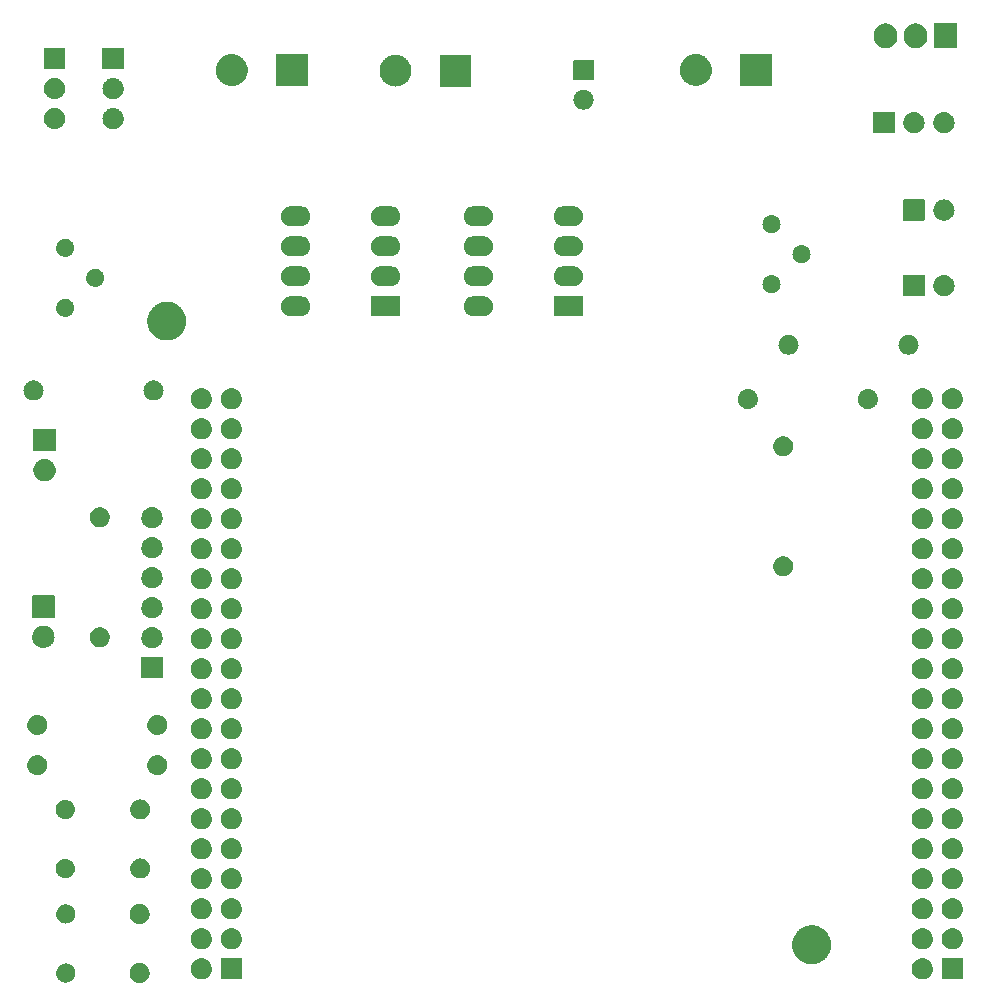
<source format=gbr>
%TF.GenerationSoftware,KiCad,Pcbnew,8.0.0*%
%TF.CreationDate,2024-10-06T09:52:59+02:00*%
%TF.ProjectId,Rayonnement_L476RG,5261796f-6e6e-4656-9d65-6e745f4c3437,rev?*%
%TF.SameCoordinates,Original*%
%TF.FileFunction,Soldermask,Bot*%
%TF.FilePolarity,Negative*%
%FSLAX46Y46*%
G04 Gerber Fmt 4.6, Leading zero omitted, Abs format (unit mm)*
G04 Created by KiCad (PCBNEW 8.0.0) date 2024-10-06 09:52:59*
%MOMM*%
%LPD*%
G01*
G04 APERTURE LIST*
G04 APERTURE END LIST*
G36*
X139741140Y-142954656D02*
G01*
X139788849Y-142954656D01*
X139830045Y-142963412D01*
X139865706Y-142966925D01*
X139910513Y-142980516D01*
X139962664Y-142991602D01*
X139996030Y-143006457D01*
X140025052Y-143015261D01*
X140071167Y-143039910D01*
X140125000Y-143063878D01*
X140150031Y-143082064D01*
X140171897Y-143093752D01*
X140216497Y-143130355D01*
X140268761Y-143168327D01*
X140285731Y-143187174D01*
X140300612Y-143199387D01*
X140340608Y-143248122D01*
X140387664Y-143300383D01*
X140397547Y-143317502D01*
X140406247Y-143328102D01*
X140438427Y-143388307D01*
X140476514Y-143454274D01*
X140480894Y-143467757D01*
X140484738Y-143474947D01*
X140505926Y-143544796D01*
X140531425Y-143623275D01*
X140532322Y-143631816D01*
X140533074Y-143634293D01*
X140540385Y-143708522D01*
X140550000Y-143800000D01*
X140540384Y-143891485D01*
X140533074Y-143965706D01*
X140532322Y-143968182D01*
X140531425Y-143976725D01*
X140505921Y-144055217D01*
X140484738Y-144125052D01*
X140480895Y-144132240D01*
X140476514Y-144145726D01*
X140438420Y-144211704D01*
X140406247Y-144271897D01*
X140397549Y-144282494D01*
X140387664Y-144299617D01*
X140340599Y-144351888D01*
X140300612Y-144400612D01*
X140285734Y-144412821D01*
X140268761Y-144431673D01*
X140216486Y-144469652D01*
X140171897Y-144506247D01*
X140150036Y-144517931D01*
X140125000Y-144536122D01*
X140071155Y-144560094D01*
X140025052Y-144584738D01*
X139996037Y-144593539D01*
X139962664Y-144608398D01*
X139910502Y-144619485D01*
X139865706Y-144633074D01*
X139830053Y-144636585D01*
X139788849Y-144645344D01*
X139741130Y-144645344D01*
X139700000Y-144649395D01*
X139658870Y-144645344D01*
X139611151Y-144645344D01*
X139569946Y-144636585D01*
X139534293Y-144633074D01*
X139489493Y-144619484D01*
X139437336Y-144608398D01*
X139403964Y-144593540D01*
X139374947Y-144584738D01*
X139328838Y-144560092D01*
X139275000Y-144536122D01*
X139249966Y-144517933D01*
X139228102Y-144506247D01*
X139183504Y-144469646D01*
X139131239Y-144431673D01*
X139114267Y-144412824D01*
X139099387Y-144400612D01*
X139059389Y-144351875D01*
X139012336Y-144299617D01*
X139002452Y-144282498D01*
X138993752Y-144271897D01*
X138961565Y-144211681D01*
X138923486Y-144145726D01*
X138919105Y-144132245D01*
X138915261Y-144125052D01*
X138894063Y-144055171D01*
X138868575Y-143976725D01*
X138867677Y-143968187D01*
X138866925Y-143965706D01*
X138859599Y-143891334D01*
X138850000Y-143800000D01*
X138859598Y-143708674D01*
X138866925Y-143634293D01*
X138867677Y-143631811D01*
X138868575Y-143623275D01*
X138894058Y-143544842D01*
X138915261Y-143474947D01*
X138919106Y-143467752D01*
X138923486Y-143454274D01*
X138961558Y-143388330D01*
X138993752Y-143328102D01*
X139002454Y-143317498D01*
X139012336Y-143300383D01*
X139059380Y-143248134D01*
X139099387Y-143199387D01*
X139114271Y-143187171D01*
X139131239Y-143168327D01*
X139183493Y-143130361D01*
X139228102Y-143093752D01*
X139249971Y-143082062D01*
X139275000Y-143063878D01*
X139328826Y-143039912D01*
X139374947Y-143015261D01*
X139403971Y-143006456D01*
X139437336Y-142991602D01*
X139489482Y-142980517D01*
X139534293Y-142966925D01*
X139569955Y-142963412D01*
X139611151Y-142954656D01*
X139658860Y-142954656D01*
X139700000Y-142950604D01*
X139741140Y-142954656D01*
G37*
G36*
X133495556Y-142993133D02*
G01*
X133534807Y-142993133D01*
X133579087Y-143002544D01*
X133630687Y-143008359D01*
X133668208Y-143021487D01*
X133700708Y-143028396D01*
X133747540Y-143049247D01*
X133802314Y-143068413D01*
X133830826Y-143086328D01*
X133855655Y-143097383D01*
X133901957Y-143131023D01*
X133956274Y-143165153D01*
X133975777Y-143184656D01*
X133992873Y-143197077D01*
X134035132Y-143244011D01*
X134084847Y-143293726D01*
X134096284Y-143311928D01*
X134106364Y-143323123D01*
X134140846Y-143382848D01*
X134181587Y-143447686D01*
X134186673Y-143462222D01*
X134191169Y-143470009D01*
X134214195Y-143540878D01*
X134241641Y-143619313D01*
X134242681Y-143628547D01*
X134243582Y-143631319D01*
X134251747Y-143709004D01*
X134262000Y-143800000D01*
X134251746Y-143891003D01*
X134243582Y-143968680D01*
X134242681Y-143971450D01*
X134241641Y-143980687D01*
X134214191Y-144059134D01*
X134191169Y-144129990D01*
X134186674Y-144137774D01*
X134181587Y-144152314D01*
X134140839Y-144217163D01*
X134106364Y-144276876D01*
X134096286Y-144288068D01*
X134084847Y-144306274D01*
X134035123Y-144355997D01*
X133992873Y-144402922D01*
X133975781Y-144415339D01*
X133956274Y-144434847D01*
X133901947Y-144468982D01*
X133855655Y-144502616D01*
X133830831Y-144513668D01*
X133802314Y-144531587D01*
X133747529Y-144550756D01*
X133700708Y-144571603D01*
X133668213Y-144578509D01*
X133630687Y-144591641D01*
X133579084Y-144597455D01*
X133534807Y-144606867D01*
X133495556Y-144606867D01*
X133450000Y-144612000D01*
X133404444Y-144606867D01*
X133365193Y-144606867D01*
X133320914Y-144597455D01*
X133269313Y-144591641D01*
X133231787Y-144578510D01*
X133199291Y-144571603D01*
X133152465Y-144550754D01*
X133097686Y-144531587D01*
X133069170Y-144513669D01*
X133044344Y-144502616D01*
X132998045Y-144468978D01*
X132943726Y-144434847D01*
X132924221Y-144415342D01*
X132907126Y-144402922D01*
X132864866Y-144355987D01*
X132815153Y-144306274D01*
X132803715Y-144288072D01*
X132793635Y-144276876D01*
X132759148Y-144217143D01*
X132718413Y-144152314D01*
X132713327Y-144137779D01*
X132708830Y-144129990D01*
X132685794Y-144059094D01*
X132658359Y-143980687D01*
X132657318Y-143971455D01*
X132656417Y-143968680D01*
X132648238Y-143890871D01*
X132638000Y-143800000D01*
X132648238Y-143709136D01*
X132656417Y-143631319D01*
X132657319Y-143628542D01*
X132658359Y-143619313D01*
X132685790Y-143540918D01*
X132708830Y-143470009D01*
X132713328Y-143462218D01*
X132718413Y-143447686D01*
X132759141Y-143382867D01*
X132793635Y-143323123D01*
X132803718Y-143311924D01*
X132815153Y-143293726D01*
X132864858Y-143244020D01*
X132907128Y-143197075D01*
X132924227Y-143184651D01*
X132943726Y-143165153D01*
X132998030Y-143131031D01*
X133044342Y-143097384D01*
X133069175Y-143086327D01*
X133097686Y-143068413D01*
X133152455Y-143049248D01*
X133199291Y-143028396D01*
X133231793Y-143021487D01*
X133269313Y-143008359D01*
X133320912Y-143002545D01*
X133365193Y-142993133D01*
X133404444Y-142993133D01*
X133450000Y-142988000D01*
X133495556Y-142993133D01*
G37*
G36*
X148329135Y-142543806D02*
G01*
X148345356Y-142554645D01*
X148356195Y-142570866D01*
X148360001Y-142590000D01*
X148360001Y-144290000D01*
X148356195Y-144309134D01*
X148345356Y-144325355D01*
X148329135Y-144336194D01*
X148310001Y-144340000D01*
X146610001Y-144340000D01*
X146590867Y-144336194D01*
X146574646Y-144325355D01*
X146563807Y-144309134D01*
X146560001Y-144290000D01*
X146560001Y-142590000D01*
X146563807Y-142570866D01*
X146574646Y-142554645D01*
X146590867Y-142543806D01*
X146610001Y-142540000D01*
X148310001Y-142540000D01*
X148329135Y-142543806D01*
G37*
G36*
X209369134Y-142543806D02*
G01*
X209385355Y-142554645D01*
X209396194Y-142570866D01*
X209400000Y-142590000D01*
X209400000Y-144290000D01*
X209396194Y-144309134D01*
X209385355Y-144325355D01*
X209369134Y-144336194D01*
X209350000Y-144340000D01*
X207650000Y-144340000D01*
X207630866Y-144336194D01*
X207614645Y-144325355D01*
X207603806Y-144309134D01*
X207600000Y-144290000D01*
X207600000Y-142590000D01*
X207603806Y-142570866D01*
X207614645Y-142554645D01*
X207630866Y-142543806D01*
X207650000Y-142540000D01*
X209350000Y-142540000D01*
X209369134Y-142543806D01*
G37*
G36*
X144963922Y-142544930D02*
G01*
X145014077Y-142544930D01*
X145057386Y-142554135D01*
X145095461Y-142557886D01*
X145143297Y-142572396D01*
X145198116Y-142584049D01*
X145233192Y-142599665D01*
X145264187Y-142609068D01*
X145313443Y-142635396D01*
X145370001Y-142660577D01*
X145396295Y-142679680D01*
X145419674Y-142692177D01*
X145467368Y-142731318D01*
X145522219Y-142771170D01*
X145540026Y-142790947D01*
X145555969Y-142804031D01*
X145598809Y-142856232D01*
X145648116Y-142910993D01*
X145658475Y-142928935D01*
X145667823Y-142940326D01*
X145702399Y-143005015D01*
X145742192Y-143073937D01*
X145746769Y-143088026D01*
X145750932Y-143095813D01*
X145773876Y-143171450D01*
X145800334Y-143252879D01*
X145801265Y-143261741D01*
X145802114Y-143264539D01*
X145810378Y-143348448D01*
X145820001Y-143440000D01*
X145810377Y-143531559D01*
X145802114Y-143615460D01*
X145801265Y-143618256D01*
X145800334Y-143627121D01*
X145773871Y-143708563D01*
X145750932Y-143784186D01*
X145746770Y-143791971D01*
X145742192Y-143806063D01*
X145702392Y-143874997D01*
X145667823Y-143939673D01*
X145658477Y-143951060D01*
X145648116Y-143969007D01*
X145598800Y-144023777D01*
X145555969Y-144075968D01*
X145540030Y-144089048D01*
X145522219Y-144108830D01*
X145467357Y-144148688D01*
X145419674Y-144187822D01*
X145396300Y-144200315D01*
X145370001Y-144219423D01*
X145313432Y-144244608D01*
X145264187Y-144270931D01*
X145233199Y-144280330D01*
X145198116Y-144295951D01*
X145143286Y-144307605D01*
X145095461Y-144322113D01*
X145057395Y-144325862D01*
X145014077Y-144335070D01*
X144963912Y-144335070D01*
X144920001Y-144339395D01*
X144876090Y-144335070D01*
X144825925Y-144335070D01*
X144782606Y-144325862D01*
X144744540Y-144322113D01*
X144696712Y-144307604D01*
X144641886Y-144295951D01*
X144606804Y-144280331D01*
X144575814Y-144270931D01*
X144526563Y-144244606D01*
X144470001Y-144219423D01*
X144443704Y-144200317D01*
X144420327Y-144187822D01*
X144372635Y-144148682D01*
X144317783Y-144108830D01*
X144299974Y-144089051D01*
X144284032Y-144075968D01*
X144241190Y-144023765D01*
X144191886Y-143969007D01*
X144181527Y-143951065D01*
X144172178Y-143939673D01*
X144137595Y-143874974D01*
X144097810Y-143806063D01*
X144093232Y-143791976D01*
X144089069Y-143784186D01*
X144066115Y-143708517D01*
X144039668Y-143627121D01*
X144038736Y-143618261D01*
X144037887Y-143615460D01*
X144029608Y-143531408D01*
X144020001Y-143440000D01*
X144029607Y-143348599D01*
X144037887Y-143264539D01*
X144038737Y-143261736D01*
X144039668Y-143252879D01*
X144066110Y-143171496D01*
X144089069Y-143095813D01*
X144093233Y-143088021D01*
X144097810Y-143073937D01*
X144137588Y-143005038D01*
X144172178Y-142940326D01*
X144181529Y-142928931D01*
X144191886Y-142910993D01*
X144241181Y-142856245D01*
X144284032Y-142804031D01*
X144299977Y-142790944D01*
X144317783Y-142771170D01*
X144372624Y-142731325D01*
X144420327Y-142692177D01*
X144443709Y-142679678D01*
X144470001Y-142660577D01*
X144526552Y-142635398D01*
X144575814Y-142609068D01*
X144606811Y-142599664D01*
X144641886Y-142584049D01*
X144696701Y-142572397D01*
X144744540Y-142557886D01*
X144782615Y-142554135D01*
X144825925Y-142544930D01*
X144876080Y-142544930D01*
X144920001Y-142540604D01*
X144963922Y-142544930D01*
G37*
G36*
X206003921Y-142544930D02*
G01*
X206054076Y-142544930D01*
X206097385Y-142554135D01*
X206135460Y-142557886D01*
X206183296Y-142572396D01*
X206238115Y-142584049D01*
X206273191Y-142599665D01*
X206304186Y-142609068D01*
X206353442Y-142635396D01*
X206410000Y-142660577D01*
X206436294Y-142679680D01*
X206459673Y-142692177D01*
X206507367Y-142731318D01*
X206562218Y-142771170D01*
X206580025Y-142790947D01*
X206595968Y-142804031D01*
X206638808Y-142856232D01*
X206688115Y-142910993D01*
X206698474Y-142928935D01*
X206707822Y-142940326D01*
X206742398Y-143005015D01*
X206782191Y-143073937D01*
X206786768Y-143088026D01*
X206790931Y-143095813D01*
X206813875Y-143171450D01*
X206840333Y-143252879D01*
X206841264Y-143261741D01*
X206842113Y-143264539D01*
X206850377Y-143348448D01*
X206860000Y-143440000D01*
X206850376Y-143531559D01*
X206842113Y-143615460D01*
X206841264Y-143618256D01*
X206840333Y-143627121D01*
X206813870Y-143708563D01*
X206790931Y-143784186D01*
X206786769Y-143791971D01*
X206782191Y-143806063D01*
X206742391Y-143874997D01*
X206707822Y-143939673D01*
X206698476Y-143951060D01*
X206688115Y-143969007D01*
X206638799Y-144023777D01*
X206595968Y-144075968D01*
X206580029Y-144089048D01*
X206562218Y-144108830D01*
X206507356Y-144148688D01*
X206459673Y-144187822D01*
X206436299Y-144200315D01*
X206410000Y-144219423D01*
X206353431Y-144244608D01*
X206304186Y-144270931D01*
X206273198Y-144280330D01*
X206238115Y-144295951D01*
X206183285Y-144307605D01*
X206135460Y-144322113D01*
X206097394Y-144325862D01*
X206054076Y-144335070D01*
X206003911Y-144335070D01*
X205960000Y-144339395D01*
X205916089Y-144335070D01*
X205865924Y-144335070D01*
X205822605Y-144325862D01*
X205784539Y-144322113D01*
X205736711Y-144307604D01*
X205681885Y-144295951D01*
X205646803Y-144280331D01*
X205615813Y-144270931D01*
X205566562Y-144244606D01*
X205510000Y-144219423D01*
X205483703Y-144200317D01*
X205460326Y-144187822D01*
X205412634Y-144148682D01*
X205357782Y-144108830D01*
X205339973Y-144089051D01*
X205324031Y-144075968D01*
X205281189Y-144023765D01*
X205231885Y-143969007D01*
X205221526Y-143951065D01*
X205212177Y-143939673D01*
X205177594Y-143874974D01*
X205137809Y-143806063D01*
X205133231Y-143791976D01*
X205129068Y-143784186D01*
X205106114Y-143708517D01*
X205079667Y-143627121D01*
X205078735Y-143618261D01*
X205077886Y-143615460D01*
X205069607Y-143531408D01*
X205060000Y-143440000D01*
X205069606Y-143348599D01*
X205077886Y-143264539D01*
X205078736Y-143261736D01*
X205079667Y-143252879D01*
X205106109Y-143171496D01*
X205129068Y-143095813D01*
X205133232Y-143088021D01*
X205137809Y-143073937D01*
X205177587Y-143005038D01*
X205212177Y-142940326D01*
X205221528Y-142928931D01*
X205231885Y-142910993D01*
X205281180Y-142856245D01*
X205324031Y-142804031D01*
X205339976Y-142790944D01*
X205357782Y-142771170D01*
X205412623Y-142731325D01*
X205460326Y-142692177D01*
X205483708Y-142679678D01*
X205510000Y-142660577D01*
X205566551Y-142635398D01*
X205615813Y-142609068D01*
X205646810Y-142599664D01*
X205681885Y-142584049D01*
X205736700Y-142572397D01*
X205784539Y-142557886D01*
X205822614Y-142554135D01*
X205865924Y-142544930D01*
X205916079Y-142544930D01*
X205960000Y-142540604D01*
X206003921Y-142544930D01*
G37*
G36*
X196663062Y-139754963D02*
G01*
X196723278Y-139754963D01*
X196789075Y-139764880D01*
X196858117Y-139770314D01*
X196913767Y-139783674D01*
X196967079Y-139791710D01*
X197036747Y-139813199D01*
X197109878Y-139830757D01*
X197157160Y-139850342D01*
X197202687Y-139864385D01*
X197274160Y-139898804D01*
X197349084Y-139929839D01*
X197387544Y-139953407D01*
X197424825Y-139971361D01*
X197495734Y-140019706D01*
X197569846Y-140065122D01*
X197599522Y-140090468D01*
X197628537Y-140110250D01*
X197696287Y-140173113D01*
X197766726Y-140233274D01*
X197788116Y-140258318D01*
X197809278Y-140277954D01*
X197871151Y-140355540D01*
X197934878Y-140430154D01*
X197948891Y-140453021D01*
X197963007Y-140470722D01*
X198016239Y-140562924D01*
X198070161Y-140650916D01*
X198078082Y-140670039D01*
X198086282Y-140684242D01*
X198128106Y-140790809D01*
X198169243Y-140890122D01*
X198172644Y-140904291D01*
X198176359Y-140913755D01*
X198204174Y-141035622D01*
X198229686Y-141141883D01*
X198230347Y-141150291D01*
X198231225Y-141154135D01*
X198242663Y-141306780D01*
X198250000Y-141400000D01*
X198242662Y-141493226D01*
X198231225Y-141645864D01*
X198230347Y-141649706D01*
X198229686Y-141658117D01*
X198204170Y-141764396D01*
X198176359Y-141886244D01*
X198172645Y-141895706D01*
X198169243Y-141909878D01*
X198128098Y-142009208D01*
X198086282Y-142115757D01*
X198078083Y-142129957D01*
X198070161Y-142149084D01*
X198016229Y-142237092D01*
X197963007Y-142329277D01*
X197948893Y-142346973D01*
X197934878Y-142369846D01*
X197871139Y-142444473D01*
X197809278Y-142522045D01*
X197788120Y-142541676D01*
X197766726Y-142566726D01*
X197696274Y-142626897D01*
X197628537Y-142689749D01*
X197599528Y-142709527D01*
X197569846Y-142734878D01*
X197495720Y-142780302D01*
X197424825Y-142828638D01*
X197387552Y-142846587D01*
X197349084Y-142870161D01*
X197274145Y-142901201D01*
X197202687Y-142935614D01*
X197157170Y-142949653D01*
X197109878Y-142969243D01*
X197036733Y-142986803D01*
X196967079Y-143008289D01*
X196913776Y-143016323D01*
X196858117Y-143029686D01*
X196789072Y-143035119D01*
X196723278Y-143045037D01*
X196663062Y-143045037D01*
X196600000Y-143050000D01*
X196536938Y-143045037D01*
X196476722Y-143045037D01*
X196410927Y-143035119D01*
X196341883Y-143029686D01*
X196286225Y-143016323D01*
X196232920Y-143008289D01*
X196163262Y-142986802D01*
X196090122Y-142969243D01*
X196042832Y-142949655D01*
X195997312Y-142935614D01*
X195925849Y-142901199D01*
X195850916Y-142870161D01*
X195812448Y-142846587D01*
X195775175Y-142828638D01*
X195704276Y-142780300D01*
X195630154Y-142734878D01*
X195600475Y-142709529D01*
X195571462Y-142689749D01*
X195503713Y-142626886D01*
X195433274Y-142566726D01*
X195411883Y-142541681D01*
X195390721Y-142522045D01*
X195328845Y-142444455D01*
X195265122Y-142369846D01*
X195251109Y-142346979D01*
X195236992Y-142329277D01*
X195183753Y-142237063D01*
X195129839Y-142149084D01*
X195121919Y-142129963D01*
X195113717Y-142115757D01*
X195071881Y-142009162D01*
X195030757Y-141909878D01*
X195027356Y-141895712D01*
X195023640Y-141886244D01*
X194995809Y-141764312D01*
X194970314Y-141658117D01*
X194969652Y-141649713D01*
X194968774Y-141645864D01*
X194957316Y-141492961D01*
X194950000Y-141400000D01*
X194957315Y-141307046D01*
X194968774Y-141154135D01*
X194969652Y-141150284D01*
X194970314Y-141141883D01*
X194995804Y-141035706D01*
X195023640Y-140913755D01*
X195027356Y-140904284D01*
X195030757Y-140890122D01*
X195071874Y-140790855D01*
X195113717Y-140684242D01*
X195121920Y-140670033D01*
X195129839Y-140650916D01*
X195183743Y-140562952D01*
X195236992Y-140470722D01*
X195251111Y-140453016D01*
X195265122Y-140430154D01*
X195328832Y-140355558D01*
X195390721Y-140277954D01*
X195411887Y-140258314D01*
X195433274Y-140233274D01*
X195503699Y-140173124D01*
X195571462Y-140110250D01*
X195600481Y-140090465D01*
X195630154Y-140065122D01*
X195704262Y-140019708D01*
X195775175Y-139971361D01*
X195812455Y-139953407D01*
X195850916Y-139929839D01*
X195925835Y-139898806D01*
X195997312Y-139864385D01*
X196042842Y-139850340D01*
X196090122Y-139830757D01*
X196163247Y-139813200D01*
X196232920Y-139791710D01*
X196286234Y-139783674D01*
X196341883Y-139770314D01*
X196410923Y-139764880D01*
X196476722Y-139754963D01*
X196536938Y-139754963D01*
X196600000Y-139750000D01*
X196663062Y-139754963D01*
G37*
G36*
X144963922Y-140004930D02*
G01*
X145014077Y-140004930D01*
X145057386Y-140014135D01*
X145095461Y-140017886D01*
X145143297Y-140032396D01*
X145198116Y-140044049D01*
X145233192Y-140059665D01*
X145264187Y-140069068D01*
X145313443Y-140095396D01*
X145370001Y-140120577D01*
X145396295Y-140139680D01*
X145419674Y-140152177D01*
X145467368Y-140191318D01*
X145522219Y-140231170D01*
X145540026Y-140250947D01*
X145555969Y-140264031D01*
X145598809Y-140316232D01*
X145648116Y-140370993D01*
X145658475Y-140388935D01*
X145667823Y-140400326D01*
X145702399Y-140465015D01*
X145742192Y-140533937D01*
X145746769Y-140548026D01*
X145750932Y-140555813D01*
X145773876Y-140631450D01*
X145800334Y-140712879D01*
X145801265Y-140721741D01*
X145802114Y-140724539D01*
X145810378Y-140808448D01*
X145820001Y-140900000D01*
X145810377Y-140991559D01*
X145802114Y-141075460D01*
X145801265Y-141078256D01*
X145800334Y-141087121D01*
X145773871Y-141168563D01*
X145750932Y-141244186D01*
X145746770Y-141251971D01*
X145742192Y-141266063D01*
X145702392Y-141334997D01*
X145667823Y-141399673D01*
X145658477Y-141411060D01*
X145648116Y-141429007D01*
X145598800Y-141483777D01*
X145555969Y-141535968D01*
X145540030Y-141549048D01*
X145522219Y-141568830D01*
X145467357Y-141608688D01*
X145419674Y-141647822D01*
X145396300Y-141660315D01*
X145370001Y-141679423D01*
X145313432Y-141704608D01*
X145264187Y-141730931D01*
X145233199Y-141740330D01*
X145198116Y-141755951D01*
X145143286Y-141767605D01*
X145095461Y-141782113D01*
X145057395Y-141785862D01*
X145014077Y-141795070D01*
X144963912Y-141795070D01*
X144920001Y-141799395D01*
X144876090Y-141795070D01*
X144825925Y-141795070D01*
X144782606Y-141785862D01*
X144744540Y-141782113D01*
X144696712Y-141767604D01*
X144641886Y-141755951D01*
X144606804Y-141740331D01*
X144575814Y-141730931D01*
X144526563Y-141704606D01*
X144470001Y-141679423D01*
X144443704Y-141660317D01*
X144420327Y-141647822D01*
X144372635Y-141608682D01*
X144317783Y-141568830D01*
X144299974Y-141549051D01*
X144284032Y-141535968D01*
X144241190Y-141483765D01*
X144191886Y-141429007D01*
X144181527Y-141411065D01*
X144172178Y-141399673D01*
X144137595Y-141334974D01*
X144097810Y-141266063D01*
X144093232Y-141251976D01*
X144089069Y-141244186D01*
X144066115Y-141168517D01*
X144039668Y-141087121D01*
X144038736Y-141078261D01*
X144037887Y-141075460D01*
X144029608Y-140991408D01*
X144020001Y-140900000D01*
X144029607Y-140808599D01*
X144037887Y-140724539D01*
X144038737Y-140721736D01*
X144039668Y-140712879D01*
X144066110Y-140631496D01*
X144089069Y-140555813D01*
X144093233Y-140548021D01*
X144097810Y-140533937D01*
X144137588Y-140465038D01*
X144172178Y-140400326D01*
X144181529Y-140388931D01*
X144191886Y-140370993D01*
X144241181Y-140316245D01*
X144284032Y-140264031D01*
X144299977Y-140250944D01*
X144317783Y-140231170D01*
X144372624Y-140191325D01*
X144420327Y-140152177D01*
X144443709Y-140139678D01*
X144470001Y-140120577D01*
X144526552Y-140095398D01*
X144575814Y-140069068D01*
X144606811Y-140059664D01*
X144641886Y-140044049D01*
X144696701Y-140032397D01*
X144744540Y-140017886D01*
X144782615Y-140014135D01*
X144825925Y-140004930D01*
X144876080Y-140004930D01*
X144920001Y-140000604D01*
X144963922Y-140004930D01*
G37*
G36*
X147503922Y-140004930D02*
G01*
X147554077Y-140004930D01*
X147597386Y-140014135D01*
X147635461Y-140017886D01*
X147683297Y-140032396D01*
X147738116Y-140044049D01*
X147773192Y-140059665D01*
X147804187Y-140069068D01*
X147853443Y-140095396D01*
X147910001Y-140120577D01*
X147936295Y-140139680D01*
X147959674Y-140152177D01*
X148007368Y-140191318D01*
X148062219Y-140231170D01*
X148080026Y-140250947D01*
X148095969Y-140264031D01*
X148138809Y-140316232D01*
X148188116Y-140370993D01*
X148198475Y-140388935D01*
X148207823Y-140400326D01*
X148242399Y-140465015D01*
X148282192Y-140533937D01*
X148286769Y-140548026D01*
X148290932Y-140555813D01*
X148313876Y-140631450D01*
X148340334Y-140712879D01*
X148341265Y-140721741D01*
X148342114Y-140724539D01*
X148350378Y-140808448D01*
X148360001Y-140900000D01*
X148350377Y-140991559D01*
X148342114Y-141075460D01*
X148341265Y-141078256D01*
X148340334Y-141087121D01*
X148313871Y-141168563D01*
X148290932Y-141244186D01*
X148286770Y-141251971D01*
X148282192Y-141266063D01*
X148242392Y-141334997D01*
X148207823Y-141399673D01*
X148198477Y-141411060D01*
X148188116Y-141429007D01*
X148138800Y-141483777D01*
X148095969Y-141535968D01*
X148080030Y-141549048D01*
X148062219Y-141568830D01*
X148007357Y-141608688D01*
X147959674Y-141647822D01*
X147936300Y-141660315D01*
X147910001Y-141679423D01*
X147853432Y-141704608D01*
X147804187Y-141730931D01*
X147773199Y-141740330D01*
X147738116Y-141755951D01*
X147683286Y-141767605D01*
X147635461Y-141782113D01*
X147597395Y-141785862D01*
X147554077Y-141795070D01*
X147503912Y-141795070D01*
X147460001Y-141799395D01*
X147416090Y-141795070D01*
X147365925Y-141795070D01*
X147322606Y-141785862D01*
X147284540Y-141782113D01*
X147236712Y-141767604D01*
X147181886Y-141755951D01*
X147146804Y-141740331D01*
X147115814Y-141730931D01*
X147066563Y-141704606D01*
X147010001Y-141679423D01*
X146983704Y-141660317D01*
X146960327Y-141647822D01*
X146912635Y-141608682D01*
X146857783Y-141568830D01*
X146839974Y-141549051D01*
X146824032Y-141535968D01*
X146781190Y-141483765D01*
X146731886Y-141429007D01*
X146721527Y-141411065D01*
X146712178Y-141399673D01*
X146677595Y-141334974D01*
X146637810Y-141266063D01*
X146633232Y-141251976D01*
X146629069Y-141244186D01*
X146606115Y-141168517D01*
X146579668Y-141087121D01*
X146578736Y-141078261D01*
X146577887Y-141075460D01*
X146569608Y-140991408D01*
X146560001Y-140900000D01*
X146569607Y-140808599D01*
X146577887Y-140724539D01*
X146578737Y-140721736D01*
X146579668Y-140712879D01*
X146606110Y-140631496D01*
X146629069Y-140555813D01*
X146633233Y-140548021D01*
X146637810Y-140533937D01*
X146677588Y-140465038D01*
X146712178Y-140400326D01*
X146721529Y-140388931D01*
X146731886Y-140370993D01*
X146781181Y-140316245D01*
X146824032Y-140264031D01*
X146839977Y-140250944D01*
X146857783Y-140231170D01*
X146912624Y-140191325D01*
X146960327Y-140152177D01*
X146983709Y-140139678D01*
X147010001Y-140120577D01*
X147066552Y-140095398D01*
X147115814Y-140069068D01*
X147146811Y-140059664D01*
X147181886Y-140044049D01*
X147236701Y-140032397D01*
X147284540Y-140017886D01*
X147322615Y-140014135D01*
X147365925Y-140004930D01*
X147416080Y-140004930D01*
X147460001Y-140000604D01*
X147503922Y-140004930D01*
G37*
G36*
X206003921Y-140004930D02*
G01*
X206054076Y-140004930D01*
X206097385Y-140014135D01*
X206135460Y-140017886D01*
X206183296Y-140032396D01*
X206238115Y-140044049D01*
X206273191Y-140059665D01*
X206304186Y-140069068D01*
X206353442Y-140095396D01*
X206410000Y-140120577D01*
X206436294Y-140139680D01*
X206459673Y-140152177D01*
X206507367Y-140191318D01*
X206562218Y-140231170D01*
X206580025Y-140250947D01*
X206595968Y-140264031D01*
X206638808Y-140316232D01*
X206688115Y-140370993D01*
X206698474Y-140388935D01*
X206707822Y-140400326D01*
X206742398Y-140465015D01*
X206782191Y-140533937D01*
X206786768Y-140548026D01*
X206790931Y-140555813D01*
X206813875Y-140631450D01*
X206840333Y-140712879D01*
X206841264Y-140721741D01*
X206842113Y-140724539D01*
X206850377Y-140808448D01*
X206860000Y-140900000D01*
X206850376Y-140991559D01*
X206842113Y-141075460D01*
X206841264Y-141078256D01*
X206840333Y-141087121D01*
X206813870Y-141168563D01*
X206790931Y-141244186D01*
X206786769Y-141251971D01*
X206782191Y-141266063D01*
X206742391Y-141334997D01*
X206707822Y-141399673D01*
X206698476Y-141411060D01*
X206688115Y-141429007D01*
X206638799Y-141483777D01*
X206595968Y-141535968D01*
X206580029Y-141549048D01*
X206562218Y-141568830D01*
X206507356Y-141608688D01*
X206459673Y-141647822D01*
X206436299Y-141660315D01*
X206410000Y-141679423D01*
X206353431Y-141704608D01*
X206304186Y-141730931D01*
X206273198Y-141740330D01*
X206238115Y-141755951D01*
X206183285Y-141767605D01*
X206135460Y-141782113D01*
X206097394Y-141785862D01*
X206054076Y-141795070D01*
X206003911Y-141795070D01*
X205960000Y-141799395D01*
X205916089Y-141795070D01*
X205865924Y-141795070D01*
X205822605Y-141785862D01*
X205784539Y-141782113D01*
X205736711Y-141767604D01*
X205681885Y-141755951D01*
X205646803Y-141740331D01*
X205615813Y-141730931D01*
X205566562Y-141704606D01*
X205510000Y-141679423D01*
X205483703Y-141660317D01*
X205460326Y-141647822D01*
X205412634Y-141608682D01*
X205357782Y-141568830D01*
X205339973Y-141549051D01*
X205324031Y-141535968D01*
X205281189Y-141483765D01*
X205231885Y-141429007D01*
X205221526Y-141411065D01*
X205212177Y-141399673D01*
X205177594Y-141334974D01*
X205137809Y-141266063D01*
X205133231Y-141251976D01*
X205129068Y-141244186D01*
X205106114Y-141168517D01*
X205079667Y-141087121D01*
X205078735Y-141078261D01*
X205077886Y-141075460D01*
X205069607Y-140991408D01*
X205060000Y-140900000D01*
X205069606Y-140808599D01*
X205077886Y-140724539D01*
X205078736Y-140721736D01*
X205079667Y-140712879D01*
X205106109Y-140631496D01*
X205129068Y-140555813D01*
X205133232Y-140548021D01*
X205137809Y-140533937D01*
X205177587Y-140465038D01*
X205212177Y-140400326D01*
X205221528Y-140388931D01*
X205231885Y-140370993D01*
X205281180Y-140316245D01*
X205324031Y-140264031D01*
X205339976Y-140250944D01*
X205357782Y-140231170D01*
X205412623Y-140191325D01*
X205460326Y-140152177D01*
X205483708Y-140139678D01*
X205510000Y-140120577D01*
X205566551Y-140095398D01*
X205615813Y-140069068D01*
X205646810Y-140059664D01*
X205681885Y-140044049D01*
X205736700Y-140032397D01*
X205784539Y-140017886D01*
X205822614Y-140014135D01*
X205865924Y-140004930D01*
X205916079Y-140004930D01*
X205960000Y-140000604D01*
X206003921Y-140004930D01*
G37*
G36*
X208543921Y-140004930D02*
G01*
X208594076Y-140004930D01*
X208637385Y-140014135D01*
X208675460Y-140017886D01*
X208723296Y-140032396D01*
X208778115Y-140044049D01*
X208813191Y-140059665D01*
X208844186Y-140069068D01*
X208893442Y-140095396D01*
X208950000Y-140120577D01*
X208976294Y-140139680D01*
X208999673Y-140152177D01*
X209047367Y-140191318D01*
X209102218Y-140231170D01*
X209120025Y-140250947D01*
X209135968Y-140264031D01*
X209178808Y-140316232D01*
X209228115Y-140370993D01*
X209238474Y-140388935D01*
X209247822Y-140400326D01*
X209282398Y-140465015D01*
X209322191Y-140533937D01*
X209326768Y-140548026D01*
X209330931Y-140555813D01*
X209353875Y-140631450D01*
X209380333Y-140712879D01*
X209381264Y-140721741D01*
X209382113Y-140724539D01*
X209390377Y-140808448D01*
X209400000Y-140900000D01*
X209390376Y-140991559D01*
X209382113Y-141075460D01*
X209381264Y-141078256D01*
X209380333Y-141087121D01*
X209353870Y-141168563D01*
X209330931Y-141244186D01*
X209326769Y-141251971D01*
X209322191Y-141266063D01*
X209282391Y-141334997D01*
X209247822Y-141399673D01*
X209238476Y-141411060D01*
X209228115Y-141429007D01*
X209178799Y-141483777D01*
X209135968Y-141535968D01*
X209120029Y-141549048D01*
X209102218Y-141568830D01*
X209047356Y-141608688D01*
X208999673Y-141647822D01*
X208976299Y-141660315D01*
X208950000Y-141679423D01*
X208893431Y-141704608D01*
X208844186Y-141730931D01*
X208813198Y-141740330D01*
X208778115Y-141755951D01*
X208723285Y-141767605D01*
X208675460Y-141782113D01*
X208637394Y-141785862D01*
X208594076Y-141795070D01*
X208543911Y-141795070D01*
X208500000Y-141799395D01*
X208456089Y-141795070D01*
X208405924Y-141795070D01*
X208362605Y-141785862D01*
X208324539Y-141782113D01*
X208276711Y-141767604D01*
X208221885Y-141755951D01*
X208186803Y-141740331D01*
X208155813Y-141730931D01*
X208106562Y-141704606D01*
X208050000Y-141679423D01*
X208023703Y-141660317D01*
X208000326Y-141647822D01*
X207952634Y-141608682D01*
X207897782Y-141568830D01*
X207879973Y-141549051D01*
X207864031Y-141535968D01*
X207821189Y-141483765D01*
X207771885Y-141429007D01*
X207761526Y-141411065D01*
X207752177Y-141399673D01*
X207717594Y-141334974D01*
X207677809Y-141266063D01*
X207673231Y-141251976D01*
X207669068Y-141244186D01*
X207646114Y-141168517D01*
X207619667Y-141087121D01*
X207618735Y-141078261D01*
X207617886Y-141075460D01*
X207609607Y-140991408D01*
X207600000Y-140900000D01*
X207609606Y-140808599D01*
X207617886Y-140724539D01*
X207618736Y-140721736D01*
X207619667Y-140712879D01*
X207646109Y-140631496D01*
X207669068Y-140555813D01*
X207673232Y-140548021D01*
X207677809Y-140533937D01*
X207717587Y-140465038D01*
X207752177Y-140400326D01*
X207761528Y-140388931D01*
X207771885Y-140370993D01*
X207821180Y-140316245D01*
X207864031Y-140264031D01*
X207879976Y-140250944D01*
X207897782Y-140231170D01*
X207952623Y-140191325D01*
X208000326Y-140152177D01*
X208023708Y-140139678D01*
X208050000Y-140120577D01*
X208106551Y-140095398D01*
X208155813Y-140069068D01*
X208186810Y-140059664D01*
X208221885Y-140044049D01*
X208276700Y-140032397D01*
X208324539Y-140017886D01*
X208362614Y-140014135D01*
X208405924Y-140004930D01*
X208456079Y-140004930D01*
X208500000Y-140000604D01*
X208543921Y-140004930D01*
G37*
G36*
X139741140Y-137954656D02*
G01*
X139788849Y-137954656D01*
X139830045Y-137963412D01*
X139865706Y-137966925D01*
X139910513Y-137980516D01*
X139962664Y-137991602D01*
X139996030Y-138006457D01*
X140025052Y-138015261D01*
X140071167Y-138039910D01*
X140125000Y-138063878D01*
X140150031Y-138082064D01*
X140171897Y-138093752D01*
X140216497Y-138130355D01*
X140268761Y-138168327D01*
X140285731Y-138187174D01*
X140300612Y-138199387D01*
X140340608Y-138248122D01*
X140387664Y-138300383D01*
X140397547Y-138317502D01*
X140406247Y-138328102D01*
X140438427Y-138388307D01*
X140476514Y-138454274D01*
X140480894Y-138467757D01*
X140484738Y-138474947D01*
X140505926Y-138544796D01*
X140531425Y-138623275D01*
X140532322Y-138631816D01*
X140533074Y-138634293D01*
X140540385Y-138708522D01*
X140550000Y-138800000D01*
X140540384Y-138891485D01*
X140533074Y-138965706D01*
X140532322Y-138968182D01*
X140531425Y-138976725D01*
X140505921Y-139055217D01*
X140484738Y-139125052D01*
X140480895Y-139132240D01*
X140476514Y-139145726D01*
X140438420Y-139211704D01*
X140406247Y-139271897D01*
X140397549Y-139282494D01*
X140387664Y-139299617D01*
X140340599Y-139351888D01*
X140300612Y-139400612D01*
X140285734Y-139412821D01*
X140268761Y-139431673D01*
X140216486Y-139469652D01*
X140171897Y-139506247D01*
X140150036Y-139517931D01*
X140125000Y-139536122D01*
X140071155Y-139560094D01*
X140025052Y-139584738D01*
X139996037Y-139593539D01*
X139962664Y-139608398D01*
X139910502Y-139619485D01*
X139865706Y-139633074D01*
X139830053Y-139636585D01*
X139788849Y-139645344D01*
X139741130Y-139645344D01*
X139700000Y-139649395D01*
X139658870Y-139645344D01*
X139611151Y-139645344D01*
X139569946Y-139636585D01*
X139534293Y-139633074D01*
X139489493Y-139619484D01*
X139437336Y-139608398D01*
X139403964Y-139593540D01*
X139374947Y-139584738D01*
X139328838Y-139560092D01*
X139275000Y-139536122D01*
X139249966Y-139517933D01*
X139228102Y-139506247D01*
X139183504Y-139469646D01*
X139131239Y-139431673D01*
X139114267Y-139412824D01*
X139099387Y-139400612D01*
X139059389Y-139351875D01*
X139012336Y-139299617D01*
X139002452Y-139282498D01*
X138993752Y-139271897D01*
X138961565Y-139211681D01*
X138923486Y-139145726D01*
X138919105Y-139132245D01*
X138915261Y-139125052D01*
X138894063Y-139055171D01*
X138868575Y-138976725D01*
X138867677Y-138968187D01*
X138866925Y-138965706D01*
X138859599Y-138891334D01*
X138850000Y-138800000D01*
X138859598Y-138708674D01*
X138866925Y-138634293D01*
X138867677Y-138631811D01*
X138868575Y-138623275D01*
X138894058Y-138544842D01*
X138915261Y-138474947D01*
X138919106Y-138467752D01*
X138923486Y-138454274D01*
X138961558Y-138388330D01*
X138993752Y-138328102D01*
X139002454Y-138317498D01*
X139012336Y-138300383D01*
X139059380Y-138248134D01*
X139099387Y-138199387D01*
X139114271Y-138187171D01*
X139131239Y-138168327D01*
X139183493Y-138130361D01*
X139228102Y-138093752D01*
X139249971Y-138082062D01*
X139275000Y-138063878D01*
X139328826Y-138039912D01*
X139374947Y-138015261D01*
X139403971Y-138006456D01*
X139437336Y-137991602D01*
X139489482Y-137980517D01*
X139534293Y-137966925D01*
X139569955Y-137963412D01*
X139611151Y-137954656D01*
X139658860Y-137954656D01*
X139700000Y-137950604D01*
X139741140Y-137954656D01*
G37*
G36*
X133495556Y-137993133D02*
G01*
X133534807Y-137993133D01*
X133579087Y-138002544D01*
X133630687Y-138008359D01*
X133668208Y-138021487D01*
X133700708Y-138028396D01*
X133747540Y-138049247D01*
X133802314Y-138068413D01*
X133830826Y-138086328D01*
X133855655Y-138097383D01*
X133901957Y-138131023D01*
X133956274Y-138165153D01*
X133975777Y-138184656D01*
X133992873Y-138197077D01*
X134035132Y-138244011D01*
X134084847Y-138293726D01*
X134096284Y-138311928D01*
X134106364Y-138323123D01*
X134140846Y-138382848D01*
X134181587Y-138447686D01*
X134186673Y-138462222D01*
X134191169Y-138470009D01*
X134214195Y-138540878D01*
X134241641Y-138619313D01*
X134242681Y-138628547D01*
X134243582Y-138631319D01*
X134251747Y-138709004D01*
X134262000Y-138800000D01*
X134251746Y-138891003D01*
X134243582Y-138968680D01*
X134242681Y-138971450D01*
X134241641Y-138980687D01*
X134214191Y-139059134D01*
X134191169Y-139129990D01*
X134186674Y-139137774D01*
X134181587Y-139152314D01*
X134140839Y-139217163D01*
X134106364Y-139276876D01*
X134096286Y-139288068D01*
X134084847Y-139306274D01*
X134035123Y-139355997D01*
X133992873Y-139402922D01*
X133975781Y-139415339D01*
X133956274Y-139434847D01*
X133901947Y-139468982D01*
X133855655Y-139502616D01*
X133830831Y-139513668D01*
X133802314Y-139531587D01*
X133747529Y-139550756D01*
X133700708Y-139571603D01*
X133668213Y-139578509D01*
X133630687Y-139591641D01*
X133579084Y-139597455D01*
X133534807Y-139606867D01*
X133495556Y-139606867D01*
X133450000Y-139612000D01*
X133404444Y-139606867D01*
X133365193Y-139606867D01*
X133320914Y-139597455D01*
X133269313Y-139591641D01*
X133231787Y-139578510D01*
X133199291Y-139571603D01*
X133152465Y-139550754D01*
X133097686Y-139531587D01*
X133069170Y-139513669D01*
X133044344Y-139502616D01*
X132998045Y-139468978D01*
X132943726Y-139434847D01*
X132924221Y-139415342D01*
X132907126Y-139402922D01*
X132864866Y-139355987D01*
X132815153Y-139306274D01*
X132803715Y-139288072D01*
X132793635Y-139276876D01*
X132759148Y-139217143D01*
X132718413Y-139152314D01*
X132713327Y-139137779D01*
X132708830Y-139129990D01*
X132685794Y-139059094D01*
X132658359Y-138980687D01*
X132657318Y-138971455D01*
X132656417Y-138968680D01*
X132648238Y-138890871D01*
X132638000Y-138800000D01*
X132648238Y-138709136D01*
X132656417Y-138631319D01*
X132657319Y-138628542D01*
X132658359Y-138619313D01*
X132685790Y-138540918D01*
X132708830Y-138470009D01*
X132713328Y-138462218D01*
X132718413Y-138447686D01*
X132759141Y-138382867D01*
X132793635Y-138323123D01*
X132803718Y-138311924D01*
X132815153Y-138293726D01*
X132864858Y-138244020D01*
X132907128Y-138197075D01*
X132924227Y-138184651D01*
X132943726Y-138165153D01*
X132998030Y-138131031D01*
X133044342Y-138097384D01*
X133069175Y-138086327D01*
X133097686Y-138068413D01*
X133152455Y-138049248D01*
X133199291Y-138028396D01*
X133231793Y-138021487D01*
X133269313Y-138008359D01*
X133320912Y-138002545D01*
X133365193Y-137993133D01*
X133404444Y-137993133D01*
X133450000Y-137988000D01*
X133495556Y-137993133D01*
G37*
G36*
X144963922Y-137464930D02*
G01*
X145014077Y-137464930D01*
X145057386Y-137474135D01*
X145095461Y-137477886D01*
X145143297Y-137492396D01*
X145198116Y-137504049D01*
X145233192Y-137519665D01*
X145264187Y-137529068D01*
X145313443Y-137555396D01*
X145370001Y-137580577D01*
X145396295Y-137599680D01*
X145419674Y-137612177D01*
X145467368Y-137651318D01*
X145522219Y-137691170D01*
X145540026Y-137710947D01*
X145555969Y-137724031D01*
X145598809Y-137776232D01*
X145648116Y-137830993D01*
X145658475Y-137848935D01*
X145667823Y-137860326D01*
X145702399Y-137925015D01*
X145742192Y-137993937D01*
X145746769Y-138008026D01*
X145750932Y-138015813D01*
X145773876Y-138091450D01*
X145800334Y-138172879D01*
X145801265Y-138181741D01*
X145802114Y-138184539D01*
X145810378Y-138268448D01*
X145820001Y-138360000D01*
X145810377Y-138451559D01*
X145802114Y-138535460D01*
X145801265Y-138538256D01*
X145800334Y-138547121D01*
X145773871Y-138628563D01*
X145750932Y-138704186D01*
X145746770Y-138711971D01*
X145742192Y-138726063D01*
X145702392Y-138794997D01*
X145667823Y-138859673D01*
X145658477Y-138871060D01*
X145648116Y-138889007D01*
X145598800Y-138943777D01*
X145555969Y-138995968D01*
X145540030Y-139009048D01*
X145522219Y-139028830D01*
X145467357Y-139068688D01*
X145419674Y-139107822D01*
X145396300Y-139120315D01*
X145370001Y-139139423D01*
X145313432Y-139164608D01*
X145264187Y-139190931D01*
X145233199Y-139200330D01*
X145198116Y-139215951D01*
X145143286Y-139227605D01*
X145095461Y-139242113D01*
X145057395Y-139245862D01*
X145014077Y-139255070D01*
X144963912Y-139255070D01*
X144920001Y-139259395D01*
X144876090Y-139255070D01*
X144825925Y-139255070D01*
X144782606Y-139245862D01*
X144744540Y-139242113D01*
X144696712Y-139227604D01*
X144641886Y-139215951D01*
X144606804Y-139200331D01*
X144575814Y-139190931D01*
X144526563Y-139164606D01*
X144470001Y-139139423D01*
X144443704Y-139120317D01*
X144420327Y-139107822D01*
X144372635Y-139068682D01*
X144317783Y-139028830D01*
X144299974Y-139009051D01*
X144284032Y-138995968D01*
X144241190Y-138943765D01*
X144191886Y-138889007D01*
X144181527Y-138871065D01*
X144172178Y-138859673D01*
X144137595Y-138794974D01*
X144097810Y-138726063D01*
X144093232Y-138711976D01*
X144089069Y-138704186D01*
X144066115Y-138628517D01*
X144039668Y-138547121D01*
X144038736Y-138538261D01*
X144037887Y-138535460D01*
X144029608Y-138451408D01*
X144020001Y-138360000D01*
X144029607Y-138268599D01*
X144037887Y-138184539D01*
X144038737Y-138181736D01*
X144039668Y-138172879D01*
X144066110Y-138091496D01*
X144089069Y-138015813D01*
X144093233Y-138008021D01*
X144097810Y-137993937D01*
X144137588Y-137925038D01*
X144172178Y-137860326D01*
X144181529Y-137848931D01*
X144191886Y-137830993D01*
X144241181Y-137776245D01*
X144284032Y-137724031D01*
X144299977Y-137710944D01*
X144317783Y-137691170D01*
X144372624Y-137651325D01*
X144420327Y-137612177D01*
X144443709Y-137599678D01*
X144470001Y-137580577D01*
X144526552Y-137555398D01*
X144575814Y-137529068D01*
X144606811Y-137519664D01*
X144641886Y-137504049D01*
X144696701Y-137492397D01*
X144744540Y-137477886D01*
X144782615Y-137474135D01*
X144825925Y-137464930D01*
X144876080Y-137464930D01*
X144920001Y-137460604D01*
X144963922Y-137464930D01*
G37*
G36*
X147503922Y-137464930D02*
G01*
X147554077Y-137464930D01*
X147597386Y-137474135D01*
X147635461Y-137477886D01*
X147683297Y-137492396D01*
X147738116Y-137504049D01*
X147773192Y-137519665D01*
X147804187Y-137529068D01*
X147853443Y-137555396D01*
X147910001Y-137580577D01*
X147936295Y-137599680D01*
X147959674Y-137612177D01*
X148007368Y-137651318D01*
X148062219Y-137691170D01*
X148080026Y-137710947D01*
X148095969Y-137724031D01*
X148138809Y-137776232D01*
X148188116Y-137830993D01*
X148198475Y-137848935D01*
X148207823Y-137860326D01*
X148242399Y-137925015D01*
X148282192Y-137993937D01*
X148286769Y-138008026D01*
X148290932Y-138015813D01*
X148313876Y-138091450D01*
X148340334Y-138172879D01*
X148341265Y-138181741D01*
X148342114Y-138184539D01*
X148350378Y-138268448D01*
X148360001Y-138360000D01*
X148350377Y-138451559D01*
X148342114Y-138535460D01*
X148341265Y-138538256D01*
X148340334Y-138547121D01*
X148313871Y-138628563D01*
X148290932Y-138704186D01*
X148286770Y-138711971D01*
X148282192Y-138726063D01*
X148242392Y-138794997D01*
X148207823Y-138859673D01*
X148198477Y-138871060D01*
X148188116Y-138889007D01*
X148138800Y-138943777D01*
X148095969Y-138995968D01*
X148080030Y-139009048D01*
X148062219Y-139028830D01*
X148007357Y-139068688D01*
X147959674Y-139107822D01*
X147936300Y-139120315D01*
X147910001Y-139139423D01*
X147853432Y-139164608D01*
X147804187Y-139190931D01*
X147773199Y-139200330D01*
X147738116Y-139215951D01*
X147683286Y-139227605D01*
X147635461Y-139242113D01*
X147597395Y-139245862D01*
X147554077Y-139255070D01*
X147503912Y-139255070D01*
X147460001Y-139259395D01*
X147416090Y-139255070D01*
X147365925Y-139255070D01*
X147322606Y-139245862D01*
X147284540Y-139242113D01*
X147236712Y-139227604D01*
X147181886Y-139215951D01*
X147146804Y-139200331D01*
X147115814Y-139190931D01*
X147066563Y-139164606D01*
X147010001Y-139139423D01*
X146983704Y-139120317D01*
X146960327Y-139107822D01*
X146912635Y-139068682D01*
X146857783Y-139028830D01*
X146839974Y-139009051D01*
X146824032Y-138995968D01*
X146781190Y-138943765D01*
X146731886Y-138889007D01*
X146721527Y-138871065D01*
X146712178Y-138859673D01*
X146677595Y-138794974D01*
X146637810Y-138726063D01*
X146633232Y-138711976D01*
X146629069Y-138704186D01*
X146606115Y-138628517D01*
X146579668Y-138547121D01*
X146578736Y-138538261D01*
X146577887Y-138535460D01*
X146569608Y-138451408D01*
X146560001Y-138360000D01*
X146569607Y-138268599D01*
X146577887Y-138184539D01*
X146578737Y-138181736D01*
X146579668Y-138172879D01*
X146606110Y-138091496D01*
X146629069Y-138015813D01*
X146633233Y-138008021D01*
X146637810Y-137993937D01*
X146677588Y-137925038D01*
X146712178Y-137860326D01*
X146721529Y-137848931D01*
X146731886Y-137830993D01*
X146781181Y-137776245D01*
X146824032Y-137724031D01*
X146839977Y-137710944D01*
X146857783Y-137691170D01*
X146912624Y-137651325D01*
X146960327Y-137612177D01*
X146983709Y-137599678D01*
X147010001Y-137580577D01*
X147066552Y-137555398D01*
X147115814Y-137529068D01*
X147146811Y-137519664D01*
X147181886Y-137504049D01*
X147236701Y-137492397D01*
X147284540Y-137477886D01*
X147322615Y-137474135D01*
X147365925Y-137464930D01*
X147416080Y-137464930D01*
X147460001Y-137460604D01*
X147503922Y-137464930D01*
G37*
G36*
X206003921Y-137464930D02*
G01*
X206054076Y-137464930D01*
X206097385Y-137474135D01*
X206135460Y-137477886D01*
X206183296Y-137492396D01*
X206238115Y-137504049D01*
X206273191Y-137519665D01*
X206304186Y-137529068D01*
X206353442Y-137555396D01*
X206410000Y-137580577D01*
X206436294Y-137599680D01*
X206459673Y-137612177D01*
X206507367Y-137651318D01*
X206562218Y-137691170D01*
X206580025Y-137710947D01*
X206595968Y-137724031D01*
X206638808Y-137776232D01*
X206688115Y-137830993D01*
X206698474Y-137848935D01*
X206707822Y-137860326D01*
X206742398Y-137925015D01*
X206782191Y-137993937D01*
X206786768Y-138008026D01*
X206790931Y-138015813D01*
X206813875Y-138091450D01*
X206840333Y-138172879D01*
X206841264Y-138181741D01*
X206842113Y-138184539D01*
X206850377Y-138268448D01*
X206860000Y-138360000D01*
X206850376Y-138451559D01*
X206842113Y-138535460D01*
X206841264Y-138538256D01*
X206840333Y-138547121D01*
X206813870Y-138628563D01*
X206790931Y-138704186D01*
X206786769Y-138711971D01*
X206782191Y-138726063D01*
X206742391Y-138794997D01*
X206707822Y-138859673D01*
X206698476Y-138871060D01*
X206688115Y-138889007D01*
X206638799Y-138943777D01*
X206595968Y-138995968D01*
X206580029Y-139009048D01*
X206562218Y-139028830D01*
X206507356Y-139068688D01*
X206459673Y-139107822D01*
X206436299Y-139120315D01*
X206410000Y-139139423D01*
X206353431Y-139164608D01*
X206304186Y-139190931D01*
X206273198Y-139200330D01*
X206238115Y-139215951D01*
X206183285Y-139227605D01*
X206135460Y-139242113D01*
X206097394Y-139245862D01*
X206054076Y-139255070D01*
X206003911Y-139255070D01*
X205960000Y-139259395D01*
X205916089Y-139255070D01*
X205865924Y-139255070D01*
X205822605Y-139245862D01*
X205784539Y-139242113D01*
X205736711Y-139227604D01*
X205681885Y-139215951D01*
X205646803Y-139200331D01*
X205615813Y-139190931D01*
X205566562Y-139164606D01*
X205510000Y-139139423D01*
X205483703Y-139120317D01*
X205460326Y-139107822D01*
X205412634Y-139068682D01*
X205357782Y-139028830D01*
X205339973Y-139009051D01*
X205324031Y-138995968D01*
X205281189Y-138943765D01*
X205231885Y-138889007D01*
X205221526Y-138871065D01*
X205212177Y-138859673D01*
X205177594Y-138794974D01*
X205137809Y-138726063D01*
X205133231Y-138711976D01*
X205129068Y-138704186D01*
X205106114Y-138628517D01*
X205079667Y-138547121D01*
X205078735Y-138538261D01*
X205077886Y-138535460D01*
X205069607Y-138451408D01*
X205060000Y-138360000D01*
X205069606Y-138268599D01*
X205077886Y-138184539D01*
X205078736Y-138181736D01*
X205079667Y-138172879D01*
X205106109Y-138091496D01*
X205129068Y-138015813D01*
X205133232Y-138008021D01*
X205137809Y-137993937D01*
X205177587Y-137925038D01*
X205212177Y-137860326D01*
X205221528Y-137848931D01*
X205231885Y-137830993D01*
X205281180Y-137776245D01*
X205324031Y-137724031D01*
X205339976Y-137710944D01*
X205357782Y-137691170D01*
X205412623Y-137651325D01*
X205460326Y-137612177D01*
X205483708Y-137599678D01*
X205510000Y-137580577D01*
X205566551Y-137555398D01*
X205615813Y-137529068D01*
X205646810Y-137519664D01*
X205681885Y-137504049D01*
X205736700Y-137492397D01*
X205784539Y-137477886D01*
X205822614Y-137474135D01*
X205865924Y-137464930D01*
X205916079Y-137464930D01*
X205960000Y-137460604D01*
X206003921Y-137464930D01*
G37*
G36*
X208543921Y-137464930D02*
G01*
X208594076Y-137464930D01*
X208637385Y-137474135D01*
X208675460Y-137477886D01*
X208723296Y-137492396D01*
X208778115Y-137504049D01*
X208813191Y-137519665D01*
X208844186Y-137529068D01*
X208893442Y-137555396D01*
X208950000Y-137580577D01*
X208976294Y-137599680D01*
X208999673Y-137612177D01*
X209047367Y-137651318D01*
X209102218Y-137691170D01*
X209120025Y-137710947D01*
X209135968Y-137724031D01*
X209178808Y-137776232D01*
X209228115Y-137830993D01*
X209238474Y-137848935D01*
X209247822Y-137860326D01*
X209282398Y-137925015D01*
X209322191Y-137993937D01*
X209326768Y-138008026D01*
X209330931Y-138015813D01*
X209353875Y-138091450D01*
X209380333Y-138172879D01*
X209381264Y-138181741D01*
X209382113Y-138184539D01*
X209390377Y-138268448D01*
X209400000Y-138360000D01*
X209390376Y-138451559D01*
X209382113Y-138535460D01*
X209381264Y-138538256D01*
X209380333Y-138547121D01*
X209353870Y-138628563D01*
X209330931Y-138704186D01*
X209326769Y-138711971D01*
X209322191Y-138726063D01*
X209282391Y-138794997D01*
X209247822Y-138859673D01*
X209238476Y-138871060D01*
X209228115Y-138889007D01*
X209178799Y-138943777D01*
X209135968Y-138995968D01*
X209120029Y-139009048D01*
X209102218Y-139028830D01*
X209047356Y-139068688D01*
X208999673Y-139107822D01*
X208976299Y-139120315D01*
X208950000Y-139139423D01*
X208893431Y-139164608D01*
X208844186Y-139190931D01*
X208813198Y-139200330D01*
X208778115Y-139215951D01*
X208723285Y-139227605D01*
X208675460Y-139242113D01*
X208637394Y-139245862D01*
X208594076Y-139255070D01*
X208543911Y-139255070D01*
X208500000Y-139259395D01*
X208456089Y-139255070D01*
X208405924Y-139255070D01*
X208362605Y-139245862D01*
X208324539Y-139242113D01*
X208276711Y-139227604D01*
X208221885Y-139215951D01*
X208186803Y-139200331D01*
X208155813Y-139190931D01*
X208106562Y-139164606D01*
X208050000Y-139139423D01*
X208023703Y-139120317D01*
X208000326Y-139107822D01*
X207952634Y-139068682D01*
X207897782Y-139028830D01*
X207879973Y-139009051D01*
X207864031Y-138995968D01*
X207821189Y-138943765D01*
X207771885Y-138889007D01*
X207761526Y-138871065D01*
X207752177Y-138859673D01*
X207717594Y-138794974D01*
X207677809Y-138726063D01*
X207673231Y-138711976D01*
X207669068Y-138704186D01*
X207646114Y-138628517D01*
X207619667Y-138547121D01*
X207618735Y-138538261D01*
X207617886Y-138535460D01*
X207609607Y-138451408D01*
X207600000Y-138360000D01*
X207609606Y-138268599D01*
X207617886Y-138184539D01*
X207618736Y-138181736D01*
X207619667Y-138172879D01*
X207646109Y-138091496D01*
X207669068Y-138015813D01*
X207673232Y-138008021D01*
X207677809Y-137993937D01*
X207717587Y-137925038D01*
X207752177Y-137860326D01*
X207761528Y-137848931D01*
X207771885Y-137830993D01*
X207821180Y-137776245D01*
X207864031Y-137724031D01*
X207879976Y-137710944D01*
X207897782Y-137691170D01*
X207952623Y-137651325D01*
X208000326Y-137612177D01*
X208023708Y-137599678D01*
X208050000Y-137580577D01*
X208106551Y-137555398D01*
X208155813Y-137529068D01*
X208186810Y-137519664D01*
X208221885Y-137504049D01*
X208276700Y-137492397D01*
X208324539Y-137477886D01*
X208362614Y-137474135D01*
X208405924Y-137464930D01*
X208456079Y-137464930D01*
X208500000Y-137460604D01*
X208543921Y-137464930D01*
G37*
G36*
X144963922Y-134924930D02*
G01*
X145014077Y-134924930D01*
X145057386Y-134934135D01*
X145095461Y-134937886D01*
X145143297Y-134952396D01*
X145198116Y-134964049D01*
X145233192Y-134979665D01*
X145264187Y-134989068D01*
X145313443Y-135015396D01*
X145370001Y-135040577D01*
X145396295Y-135059680D01*
X145419674Y-135072177D01*
X145467368Y-135111318D01*
X145522219Y-135151170D01*
X145540026Y-135170947D01*
X145555969Y-135184031D01*
X145598809Y-135236232D01*
X145648116Y-135290993D01*
X145658475Y-135308935D01*
X145667823Y-135320326D01*
X145702399Y-135385015D01*
X145742192Y-135453937D01*
X145746769Y-135468026D01*
X145750932Y-135475813D01*
X145773876Y-135551450D01*
X145800334Y-135632879D01*
X145801265Y-135641741D01*
X145802114Y-135644539D01*
X145810378Y-135728448D01*
X145820001Y-135820000D01*
X145810377Y-135911559D01*
X145802114Y-135995460D01*
X145801265Y-135998256D01*
X145800334Y-136007121D01*
X145773871Y-136088563D01*
X145750932Y-136164186D01*
X145746770Y-136171971D01*
X145742192Y-136186063D01*
X145702392Y-136254997D01*
X145667823Y-136319673D01*
X145658477Y-136331060D01*
X145648116Y-136349007D01*
X145598800Y-136403777D01*
X145555969Y-136455968D01*
X145540030Y-136469048D01*
X145522219Y-136488830D01*
X145467357Y-136528688D01*
X145419674Y-136567822D01*
X145396300Y-136580315D01*
X145370001Y-136599423D01*
X145313432Y-136624608D01*
X145264187Y-136650931D01*
X145233199Y-136660330D01*
X145198116Y-136675951D01*
X145143286Y-136687605D01*
X145095461Y-136702113D01*
X145057395Y-136705862D01*
X145014077Y-136715070D01*
X144963912Y-136715070D01*
X144920001Y-136719395D01*
X144876090Y-136715070D01*
X144825925Y-136715070D01*
X144782606Y-136705862D01*
X144744540Y-136702113D01*
X144696712Y-136687604D01*
X144641886Y-136675951D01*
X144606804Y-136660331D01*
X144575814Y-136650931D01*
X144526563Y-136624606D01*
X144470001Y-136599423D01*
X144443704Y-136580317D01*
X144420327Y-136567822D01*
X144372635Y-136528682D01*
X144317783Y-136488830D01*
X144299974Y-136469051D01*
X144284032Y-136455968D01*
X144241190Y-136403765D01*
X144191886Y-136349007D01*
X144181527Y-136331065D01*
X144172178Y-136319673D01*
X144137595Y-136254974D01*
X144097810Y-136186063D01*
X144093232Y-136171976D01*
X144089069Y-136164186D01*
X144066115Y-136088517D01*
X144039668Y-136007121D01*
X144038736Y-135998261D01*
X144037887Y-135995460D01*
X144029608Y-135911408D01*
X144020001Y-135820000D01*
X144029607Y-135728599D01*
X144037887Y-135644539D01*
X144038737Y-135641736D01*
X144039668Y-135632879D01*
X144066110Y-135551496D01*
X144089069Y-135475813D01*
X144093233Y-135468021D01*
X144097810Y-135453937D01*
X144137588Y-135385038D01*
X144172178Y-135320326D01*
X144181529Y-135308931D01*
X144191886Y-135290993D01*
X144241181Y-135236245D01*
X144284032Y-135184031D01*
X144299977Y-135170944D01*
X144317783Y-135151170D01*
X144372624Y-135111325D01*
X144420327Y-135072177D01*
X144443709Y-135059678D01*
X144470001Y-135040577D01*
X144526552Y-135015398D01*
X144575814Y-134989068D01*
X144606811Y-134979664D01*
X144641886Y-134964049D01*
X144696701Y-134952397D01*
X144744540Y-134937886D01*
X144782615Y-134934135D01*
X144825925Y-134924930D01*
X144876080Y-134924930D01*
X144920001Y-134920604D01*
X144963922Y-134924930D01*
G37*
G36*
X147503922Y-134924930D02*
G01*
X147554077Y-134924930D01*
X147597386Y-134934135D01*
X147635461Y-134937886D01*
X147683297Y-134952396D01*
X147738116Y-134964049D01*
X147773192Y-134979665D01*
X147804187Y-134989068D01*
X147853443Y-135015396D01*
X147910001Y-135040577D01*
X147936295Y-135059680D01*
X147959674Y-135072177D01*
X148007368Y-135111318D01*
X148062219Y-135151170D01*
X148080026Y-135170947D01*
X148095969Y-135184031D01*
X148138809Y-135236232D01*
X148188116Y-135290993D01*
X148198475Y-135308935D01*
X148207823Y-135320326D01*
X148242399Y-135385015D01*
X148282192Y-135453937D01*
X148286769Y-135468026D01*
X148290932Y-135475813D01*
X148313876Y-135551450D01*
X148340334Y-135632879D01*
X148341265Y-135641741D01*
X148342114Y-135644539D01*
X148350378Y-135728448D01*
X148360001Y-135820000D01*
X148350377Y-135911559D01*
X148342114Y-135995460D01*
X148341265Y-135998256D01*
X148340334Y-136007121D01*
X148313871Y-136088563D01*
X148290932Y-136164186D01*
X148286770Y-136171971D01*
X148282192Y-136186063D01*
X148242392Y-136254997D01*
X148207823Y-136319673D01*
X148198477Y-136331060D01*
X148188116Y-136349007D01*
X148138800Y-136403777D01*
X148095969Y-136455968D01*
X148080030Y-136469048D01*
X148062219Y-136488830D01*
X148007357Y-136528688D01*
X147959674Y-136567822D01*
X147936300Y-136580315D01*
X147910001Y-136599423D01*
X147853432Y-136624608D01*
X147804187Y-136650931D01*
X147773199Y-136660330D01*
X147738116Y-136675951D01*
X147683286Y-136687605D01*
X147635461Y-136702113D01*
X147597395Y-136705862D01*
X147554077Y-136715070D01*
X147503912Y-136715070D01*
X147460001Y-136719395D01*
X147416090Y-136715070D01*
X147365925Y-136715070D01*
X147322606Y-136705862D01*
X147284540Y-136702113D01*
X147236712Y-136687604D01*
X147181886Y-136675951D01*
X147146804Y-136660331D01*
X147115814Y-136650931D01*
X147066563Y-136624606D01*
X147010001Y-136599423D01*
X146983704Y-136580317D01*
X146960327Y-136567822D01*
X146912635Y-136528682D01*
X146857783Y-136488830D01*
X146839974Y-136469051D01*
X146824032Y-136455968D01*
X146781190Y-136403765D01*
X146731886Y-136349007D01*
X146721527Y-136331065D01*
X146712178Y-136319673D01*
X146677595Y-136254974D01*
X146637810Y-136186063D01*
X146633232Y-136171976D01*
X146629069Y-136164186D01*
X146606115Y-136088517D01*
X146579668Y-136007121D01*
X146578736Y-135998261D01*
X146577887Y-135995460D01*
X146569608Y-135911408D01*
X146560001Y-135820000D01*
X146569607Y-135728599D01*
X146577887Y-135644539D01*
X146578737Y-135641736D01*
X146579668Y-135632879D01*
X146606110Y-135551496D01*
X146629069Y-135475813D01*
X146633233Y-135468021D01*
X146637810Y-135453937D01*
X146677588Y-135385038D01*
X146712178Y-135320326D01*
X146721529Y-135308931D01*
X146731886Y-135290993D01*
X146781181Y-135236245D01*
X146824032Y-135184031D01*
X146839977Y-135170944D01*
X146857783Y-135151170D01*
X146912624Y-135111325D01*
X146960327Y-135072177D01*
X146983709Y-135059678D01*
X147010001Y-135040577D01*
X147066552Y-135015398D01*
X147115814Y-134989068D01*
X147146811Y-134979664D01*
X147181886Y-134964049D01*
X147236701Y-134952397D01*
X147284540Y-134937886D01*
X147322615Y-134934135D01*
X147365925Y-134924930D01*
X147416080Y-134924930D01*
X147460001Y-134920604D01*
X147503922Y-134924930D01*
G37*
G36*
X206003921Y-134924930D02*
G01*
X206054076Y-134924930D01*
X206097385Y-134934135D01*
X206135460Y-134937886D01*
X206183296Y-134952396D01*
X206238115Y-134964049D01*
X206273191Y-134979665D01*
X206304186Y-134989068D01*
X206353442Y-135015396D01*
X206410000Y-135040577D01*
X206436294Y-135059680D01*
X206459673Y-135072177D01*
X206507367Y-135111318D01*
X206562218Y-135151170D01*
X206580025Y-135170947D01*
X206595968Y-135184031D01*
X206638808Y-135236232D01*
X206688115Y-135290993D01*
X206698474Y-135308935D01*
X206707822Y-135320326D01*
X206742398Y-135385015D01*
X206782191Y-135453937D01*
X206786768Y-135468026D01*
X206790931Y-135475813D01*
X206813875Y-135551450D01*
X206840333Y-135632879D01*
X206841264Y-135641741D01*
X206842113Y-135644539D01*
X206850377Y-135728448D01*
X206860000Y-135820000D01*
X206850376Y-135911559D01*
X206842113Y-135995460D01*
X206841264Y-135998256D01*
X206840333Y-136007121D01*
X206813870Y-136088563D01*
X206790931Y-136164186D01*
X206786769Y-136171971D01*
X206782191Y-136186063D01*
X206742391Y-136254997D01*
X206707822Y-136319673D01*
X206698476Y-136331060D01*
X206688115Y-136349007D01*
X206638799Y-136403777D01*
X206595968Y-136455968D01*
X206580029Y-136469048D01*
X206562218Y-136488830D01*
X206507356Y-136528688D01*
X206459673Y-136567822D01*
X206436299Y-136580315D01*
X206410000Y-136599423D01*
X206353431Y-136624608D01*
X206304186Y-136650931D01*
X206273198Y-136660330D01*
X206238115Y-136675951D01*
X206183285Y-136687605D01*
X206135460Y-136702113D01*
X206097394Y-136705862D01*
X206054076Y-136715070D01*
X206003911Y-136715070D01*
X205960000Y-136719395D01*
X205916089Y-136715070D01*
X205865924Y-136715070D01*
X205822605Y-136705862D01*
X205784539Y-136702113D01*
X205736711Y-136687604D01*
X205681885Y-136675951D01*
X205646803Y-136660331D01*
X205615813Y-136650931D01*
X205566562Y-136624606D01*
X205510000Y-136599423D01*
X205483703Y-136580317D01*
X205460326Y-136567822D01*
X205412634Y-136528682D01*
X205357782Y-136488830D01*
X205339973Y-136469051D01*
X205324031Y-136455968D01*
X205281189Y-136403765D01*
X205231885Y-136349007D01*
X205221526Y-136331065D01*
X205212177Y-136319673D01*
X205177594Y-136254974D01*
X205137809Y-136186063D01*
X205133231Y-136171976D01*
X205129068Y-136164186D01*
X205106114Y-136088517D01*
X205079667Y-136007121D01*
X205078735Y-135998261D01*
X205077886Y-135995460D01*
X205069607Y-135911408D01*
X205060000Y-135820000D01*
X205069606Y-135728599D01*
X205077886Y-135644539D01*
X205078736Y-135641736D01*
X205079667Y-135632879D01*
X205106109Y-135551496D01*
X205129068Y-135475813D01*
X205133232Y-135468021D01*
X205137809Y-135453937D01*
X205177587Y-135385038D01*
X205212177Y-135320326D01*
X205221528Y-135308931D01*
X205231885Y-135290993D01*
X205281180Y-135236245D01*
X205324031Y-135184031D01*
X205339976Y-135170944D01*
X205357782Y-135151170D01*
X205412623Y-135111325D01*
X205460326Y-135072177D01*
X205483708Y-135059678D01*
X205510000Y-135040577D01*
X205566551Y-135015398D01*
X205615813Y-134989068D01*
X205646810Y-134979664D01*
X205681885Y-134964049D01*
X205736700Y-134952397D01*
X205784539Y-134937886D01*
X205822614Y-134934135D01*
X205865924Y-134924930D01*
X205916079Y-134924930D01*
X205960000Y-134920604D01*
X206003921Y-134924930D01*
G37*
G36*
X208543921Y-134924930D02*
G01*
X208594076Y-134924930D01*
X208637385Y-134934135D01*
X208675460Y-134937886D01*
X208723296Y-134952396D01*
X208778115Y-134964049D01*
X208813191Y-134979665D01*
X208844186Y-134989068D01*
X208893442Y-135015396D01*
X208950000Y-135040577D01*
X208976294Y-135059680D01*
X208999673Y-135072177D01*
X209047367Y-135111318D01*
X209102218Y-135151170D01*
X209120025Y-135170947D01*
X209135968Y-135184031D01*
X209178808Y-135236232D01*
X209228115Y-135290993D01*
X209238474Y-135308935D01*
X209247822Y-135320326D01*
X209282398Y-135385015D01*
X209322191Y-135453937D01*
X209326768Y-135468026D01*
X209330931Y-135475813D01*
X209353875Y-135551450D01*
X209380333Y-135632879D01*
X209381264Y-135641741D01*
X209382113Y-135644539D01*
X209390377Y-135728448D01*
X209400000Y-135820000D01*
X209390376Y-135911559D01*
X209382113Y-135995460D01*
X209381264Y-135998256D01*
X209380333Y-136007121D01*
X209353870Y-136088563D01*
X209330931Y-136164186D01*
X209326769Y-136171971D01*
X209322191Y-136186063D01*
X209282391Y-136254997D01*
X209247822Y-136319673D01*
X209238476Y-136331060D01*
X209228115Y-136349007D01*
X209178799Y-136403777D01*
X209135968Y-136455968D01*
X209120029Y-136469048D01*
X209102218Y-136488830D01*
X209047356Y-136528688D01*
X208999673Y-136567822D01*
X208976299Y-136580315D01*
X208950000Y-136599423D01*
X208893431Y-136624608D01*
X208844186Y-136650931D01*
X208813198Y-136660330D01*
X208778115Y-136675951D01*
X208723285Y-136687605D01*
X208675460Y-136702113D01*
X208637394Y-136705862D01*
X208594076Y-136715070D01*
X208543911Y-136715070D01*
X208500000Y-136719395D01*
X208456089Y-136715070D01*
X208405924Y-136715070D01*
X208362605Y-136705862D01*
X208324539Y-136702113D01*
X208276711Y-136687604D01*
X208221885Y-136675951D01*
X208186803Y-136660331D01*
X208155813Y-136650931D01*
X208106562Y-136624606D01*
X208050000Y-136599423D01*
X208023703Y-136580317D01*
X208000326Y-136567822D01*
X207952634Y-136528682D01*
X207897782Y-136488830D01*
X207879973Y-136469051D01*
X207864031Y-136455968D01*
X207821189Y-136403765D01*
X207771885Y-136349007D01*
X207761526Y-136331065D01*
X207752177Y-136319673D01*
X207717594Y-136254974D01*
X207677809Y-136186063D01*
X207673231Y-136171976D01*
X207669068Y-136164186D01*
X207646114Y-136088517D01*
X207619667Y-136007121D01*
X207618735Y-135998261D01*
X207617886Y-135995460D01*
X207609607Y-135911408D01*
X207600000Y-135820000D01*
X207609606Y-135728599D01*
X207617886Y-135644539D01*
X207618736Y-135641736D01*
X207619667Y-135632879D01*
X207646109Y-135551496D01*
X207669068Y-135475813D01*
X207673232Y-135468021D01*
X207677809Y-135453937D01*
X207717587Y-135385038D01*
X207752177Y-135320326D01*
X207761528Y-135308931D01*
X207771885Y-135290993D01*
X207821180Y-135236245D01*
X207864031Y-135184031D01*
X207879976Y-135170944D01*
X207897782Y-135151170D01*
X207952623Y-135111325D01*
X208000326Y-135072177D01*
X208023708Y-135059678D01*
X208050000Y-135040577D01*
X208106551Y-135015398D01*
X208155813Y-134989068D01*
X208186810Y-134979664D01*
X208221885Y-134964049D01*
X208276700Y-134952397D01*
X208324539Y-134937886D01*
X208362614Y-134934135D01*
X208405924Y-134924930D01*
X208456079Y-134924930D01*
X208500000Y-134920604D01*
X208543921Y-134924930D01*
G37*
G36*
X139791140Y-134104656D02*
G01*
X139838849Y-134104656D01*
X139880045Y-134113412D01*
X139915706Y-134116925D01*
X139960513Y-134130516D01*
X140012664Y-134141602D01*
X140046030Y-134156457D01*
X140075052Y-134165261D01*
X140121167Y-134189910D01*
X140175000Y-134213878D01*
X140200031Y-134232064D01*
X140221897Y-134243752D01*
X140266497Y-134280355D01*
X140318761Y-134318327D01*
X140335731Y-134337174D01*
X140350612Y-134349387D01*
X140390608Y-134398122D01*
X140437664Y-134450383D01*
X140447547Y-134467502D01*
X140456247Y-134478102D01*
X140488427Y-134538307D01*
X140526514Y-134604274D01*
X140530894Y-134617757D01*
X140534738Y-134624947D01*
X140555926Y-134694796D01*
X140581425Y-134773275D01*
X140582322Y-134781816D01*
X140583074Y-134784293D01*
X140590385Y-134858522D01*
X140600000Y-134950000D01*
X140590384Y-135041485D01*
X140583074Y-135115706D01*
X140582322Y-135118182D01*
X140581425Y-135126725D01*
X140555921Y-135205217D01*
X140534738Y-135275052D01*
X140530895Y-135282240D01*
X140526514Y-135295726D01*
X140488420Y-135361704D01*
X140456247Y-135421897D01*
X140447549Y-135432494D01*
X140437664Y-135449617D01*
X140390599Y-135501888D01*
X140350612Y-135550612D01*
X140335734Y-135562821D01*
X140318761Y-135581673D01*
X140266486Y-135619652D01*
X140221897Y-135656247D01*
X140200036Y-135667931D01*
X140175000Y-135686122D01*
X140121155Y-135710094D01*
X140075052Y-135734738D01*
X140046037Y-135743539D01*
X140012664Y-135758398D01*
X139960502Y-135769485D01*
X139915706Y-135783074D01*
X139880053Y-135786585D01*
X139838849Y-135795344D01*
X139791130Y-135795344D01*
X139750000Y-135799395D01*
X139708870Y-135795344D01*
X139661151Y-135795344D01*
X139619946Y-135786585D01*
X139584293Y-135783074D01*
X139539493Y-135769484D01*
X139487336Y-135758398D01*
X139453964Y-135743540D01*
X139424947Y-135734738D01*
X139378838Y-135710092D01*
X139325000Y-135686122D01*
X139299966Y-135667933D01*
X139278102Y-135656247D01*
X139233504Y-135619646D01*
X139181239Y-135581673D01*
X139164267Y-135562824D01*
X139149387Y-135550612D01*
X139109389Y-135501875D01*
X139062336Y-135449617D01*
X139052452Y-135432498D01*
X139043752Y-135421897D01*
X139011565Y-135361681D01*
X138973486Y-135295726D01*
X138969105Y-135282245D01*
X138965261Y-135275052D01*
X138944063Y-135205171D01*
X138918575Y-135126725D01*
X138917677Y-135118187D01*
X138916925Y-135115706D01*
X138909599Y-135041334D01*
X138900000Y-134950000D01*
X138909598Y-134858674D01*
X138916925Y-134784293D01*
X138917677Y-134781811D01*
X138918575Y-134773275D01*
X138944058Y-134694842D01*
X138965261Y-134624947D01*
X138969106Y-134617752D01*
X138973486Y-134604274D01*
X139011558Y-134538330D01*
X139043752Y-134478102D01*
X139052454Y-134467498D01*
X139062336Y-134450383D01*
X139109380Y-134398134D01*
X139149387Y-134349387D01*
X139164271Y-134337171D01*
X139181239Y-134318327D01*
X139233493Y-134280361D01*
X139278102Y-134243752D01*
X139299971Y-134232062D01*
X139325000Y-134213878D01*
X139378826Y-134189912D01*
X139424947Y-134165261D01*
X139453971Y-134156456D01*
X139487336Y-134141602D01*
X139539482Y-134130517D01*
X139584293Y-134116925D01*
X139619955Y-134113412D01*
X139661151Y-134104656D01*
X139708860Y-134104656D01*
X139750000Y-134100604D01*
X139791140Y-134104656D01*
G37*
G36*
X133445556Y-134143133D02*
G01*
X133484807Y-134143133D01*
X133529087Y-134152544D01*
X133580687Y-134158359D01*
X133618208Y-134171487D01*
X133650708Y-134178396D01*
X133697540Y-134199247D01*
X133752314Y-134218413D01*
X133780826Y-134236328D01*
X133805655Y-134247383D01*
X133851957Y-134281023D01*
X133906274Y-134315153D01*
X133925777Y-134334656D01*
X133942873Y-134347077D01*
X133985132Y-134394011D01*
X134034847Y-134443726D01*
X134046284Y-134461928D01*
X134056364Y-134473123D01*
X134090846Y-134532848D01*
X134131587Y-134597686D01*
X134136673Y-134612222D01*
X134141169Y-134620009D01*
X134164195Y-134690878D01*
X134191641Y-134769313D01*
X134192681Y-134778547D01*
X134193582Y-134781319D01*
X134201747Y-134859004D01*
X134212000Y-134950000D01*
X134201746Y-135041003D01*
X134193582Y-135118680D01*
X134192681Y-135121450D01*
X134191641Y-135130687D01*
X134164191Y-135209134D01*
X134141169Y-135279990D01*
X134136674Y-135287774D01*
X134131587Y-135302314D01*
X134090839Y-135367163D01*
X134056364Y-135426876D01*
X134046286Y-135438068D01*
X134034847Y-135456274D01*
X133985123Y-135505997D01*
X133942873Y-135552922D01*
X133925781Y-135565339D01*
X133906274Y-135584847D01*
X133851947Y-135618982D01*
X133805655Y-135652616D01*
X133780831Y-135663668D01*
X133752314Y-135681587D01*
X133697529Y-135700756D01*
X133650708Y-135721603D01*
X133618213Y-135728509D01*
X133580687Y-135741641D01*
X133529084Y-135747455D01*
X133484807Y-135756867D01*
X133445556Y-135756867D01*
X133400000Y-135762000D01*
X133354444Y-135756867D01*
X133315193Y-135756867D01*
X133270914Y-135747455D01*
X133219313Y-135741641D01*
X133181787Y-135728510D01*
X133149291Y-135721603D01*
X133102465Y-135700754D01*
X133047686Y-135681587D01*
X133019170Y-135663669D01*
X132994344Y-135652616D01*
X132948045Y-135618978D01*
X132893726Y-135584847D01*
X132874221Y-135565342D01*
X132857126Y-135552922D01*
X132814866Y-135505987D01*
X132765153Y-135456274D01*
X132753715Y-135438072D01*
X132743635Y-135426876D01*
X132709148Y-135367143D01*
X132668413Y-135302314D01*
X132663327Y-135287779D01*
X132658830Y-135279990D01*
X132635794Y-135209094D01*
X132608359Y-135130687D01*
X132607318Y-135121455D01*
X132606417Y-135118680D01*
X132598238Y-135040871D01*
X132588000Y-134950000D01*
X132598238Y-134859136D01*
X132606417Y-134781319D01*
X132607319Y-134778542D01*
X132608359Y-134769313D01*
X132635790Y-134690918D01*
X132658830Y-134620009D01*
X132663328Y-134612218D01*
X132668413Y-134597686D01*
X132709141Y-134532867D01*
X132743635Y-134473123D01*
X132753718Y-134461924D01*
X132765153Y-134443726D01*
X132814858Y-134394020D01*
X132857128Y-134347075D01*
X132874227Y-134334651D01*
X132893726Y-134315153D01*
X132948030Y-134281031D01*
X132994342Y-134247384D01*
X133019175Y-134236327D01*
X133047686Y-134218413D01*
X133102455Y-134199248D01*
X133149291Y-134178396D01*
X133181793Y-134171487D01*
X133219313Y-134158359D01*
X133270912Y-134152545D01*
X133315193Y-134143133D01*
X133354444Y-134143133D01*
X133400000Y-134138000D01*
X133445556Y-134143133D01*
G37*
G36*
X144963922Y-132384930D02*
G01*
X145014077Y-132384930D01*
X145057386Y-132394135D01*
X145095461Y-132397886D01*
X145143297Y-132412396D01*
X145198116Y-132424049D01*
X145233192Y-132439665D01*
X145264187Y-132449068D01*
X145313443Y-132475396D01*
X145370001Y-132500577D01*
X145396295Y-132519680D01*
X145419674Y-132532177D01*
X145467368Y-132571318D01*
X145522219Y-132611170D01*
X145540026Y-132630947D01*
X145555969Y-132644031D01*
X145598809Y-132696232D01*
X145648116Y-132750993D01*
X145658475Y-132768935D01*
X145667823Y-132780326D01*
X145702399Y-132845015D01*
X145742192Y-132913937D01*
X145746769Y-132928026D01*
X145750932Y-132935813D01*
X145773876Y-133011450D01*
X145800334Y-133092879D01*
X145801265Y-133101741D01*
X145802114Y-133104539D01*
X145810378Y-133188448D01*
X145820001Y-133280000D01*
X145810377Y-133371559D01*
X145802114Y-133455460D01*
X145801265Y-133458256D01*
X145800334Y-133467121D01*
X145773871Y-133548563D01*
X145750932Y-133624186D01*
X145746770Y-133631971D01*
X145742192Y-133646063D01*
X145702392Y-133714997D01*
X145667823Y-133779673D01*
X145658477Y-133791060D01*
X145648116Y-133809007D01*
X145598800Y-133863777D01*
X145555969Y-133915968D01*
X145540030Y-133929048D01*
X145522219Y-133948830D01*
X145467357Y-133988688D01*
X145419674Y-134027822D01*
X145396300Y-134040315D01*
X145370001Y-134059423D01*
X145313432Y-134084608D01*
X145264187Y-134110931D01*
X145233199Y-134120330D01*
X145198116Y-134135951D01*
X145143286Y-134147605D01*
X145095461Y-134162113D01*
X145057395Y-134165862D01*
X145014077Y-134175070D01*
X144963912Y-134175070D01*
X144920001Y-134179395D01*
X144876090Y-134175070D01*
X144825925Y-134175070D01*
X144782606Y-134165862D01*
X144744540Y-134162113D01*
X144696712Y-134147604D01*
X144641886Y-134135951D01*
X144606804Y-134120331D01*
X144575814Y-134110931D01*
X144526563Y-134084606D01*
X144470001Y-134059423D01*
X144443704Y-134040317D01*
X144420327Y-134027822D01*
X144372635Y-133988682D01*
X144317783Y-133948830D01*
X144299974Y-133929051D01*
X144284032Y-133915968D01*
X144241190Y-133863765D01*
X144191886Y-133809007D01*
X144181527Y-133791065D01*
X144172178Y-133779673D01*
X144137595Y-133714974D01*
X144097810Y-133646063D01*
X144093232Y-133631976D01*
X144089069Y-133624186D01*
X144066115Y-133548517D01*
X144039668Y-133467121D01*
X144038736Y-133458261D01*
X144037887Y-133455460D01*
X144029608Y-133371408D01*
X144020001Y-133280000D01*
X144029607Y-133188599D01*
X144037887Y-133104539D01*
X144038737Y-133101736D01*
X144039668Y-133092879D01*
X144066110Y-133011496D01*
X144089069Y-132935813D01*
X144093233Y-132928021D01*
X144097810Y-132913937D01*
X144137588Y-132845038D01*
X144172178Y-132780326D01*
X144181529Y-132768931D01*
X144191886Y-132750993D01*
X144241181Y-132696245D01*
X144284032Y-132644031D01*
X144299977Y-132630944D01*
X144317783Y-132611170D01*
X144372624Y-132571325D01*
X144420327Y-132532177D01*
X144443709Y-132519678D01*
X144470001Y-132500577D01*
X144526552Y-132475398D01*
X144575814Y-132449068D01*
X144606811Y-132439664D01*
X144641886Y-132424049D01*
X144696701Y-132412397D01*
X144744540Y-132397886D01*
X144782615Y-132394135D01*
X144825925Y-132384930D01*
X144876080Y-132384930D01*
X144920001Y-132380604D01*
X144963922Y-132384930D01*
G37*
G36*
X147503922Y-132384930D02*
G01*
X147554077Y-132384930D01*
X147597386Y-132394135D01*
X147635461Y-132397886D01*
X147683297Y-132412396D01*
X147738116Y-132424049D01*
X147773192Y-132439665D01*
X147804187Y-132449068D01*
X147853443Y-132475396D01*
X147910001Y-132500577D01*
X147936295Y-132519680D01*
X147959674Y-132532177D01*
X148007368Y-132571318D01*
X148062219Y-132611170D01*
X148080026Y-132630947D01*
X148095969Y-132644031D01*
X148138809Y-132696232D01*
X148188116Y-132750993D01*
X148198475Y-132768935D01*
X148207823Y-132780326D01*
X148242399Y-132845015D01*
X148282192Y-132913937D01*
X148286769Y-132928026D01*
X148290932Y-132935813D01*
X148313876Y-133011450D01*
X148340334Y-133092879D01*
X148341265Y-133101741D01*
X148342114Y-133104539D01*
X148350378Y-133188448D01*
X148360001Y-133280000D01*
X148350377Y-133371559D01*
X148342114Y-133455460D01*
X148341265Y-133458256D01*
X148340334Y-133467121D01*
X148313871Y-133548563D01*
X148290932Y-133624186D01*
X148286770Y-133631971D01*
X148282192Y-133646063D01*
X148242392Y-133714997D01*
X148207823Y-133779673D01*
X148198477Y-133791060D01*
X148188116Y-133809007D01*
X148138800Y-133863777D01*
X148095969Y-133915968D01*
X148080030Y-133929048D01*
X148062219Y-133948830D01*
X148007357Y-133988688D01*
X147959674Y-134027822D01*
X147936300Y-134040315D01*
X147910001Y-134059423D01*
X147853432Y-134084608D01*
X147804187Y-134110931D01*
X147773199Y-134120330D01*
X147738116Y-134135951D01*
X147683286Y-134147605D01*
X147635461Y-134162113D01*
X147597395Y-134165862D01*
X147554077Y-134175070D01*
X147503912Y-134175070D01*
X147460001Y-134179395D01*
X147416090Y-134175070D01*
X147365925Y-134175070D01*
X147322606Y-134165862D01*
X147284540Y-134162113D01*
X147236712Y-134147604D01*
X147181886Y-134135951D01*
X147146804Y-134120331D01*
X147115814Y-134110931D01*
X147066563Y-134084606D01*
X147010001Y-134059423D01*
X146983704Y-134040317D01*
X146960327Y-134027822D01*
X146912635Y-133988682D01*
X146857783Y-133948830D01*
X146839974Y-133929051D01*
X146824032Y-133915968D01*
X146781190Y-133863765D01*
X146731886Y-133809007D01*
X146721527Y-133791065D01*
X146712178Y-133779673D01*
X146677595Y-133714974D01*
X146637810Y-133646063D01*
X146633232Y-133631976D01*
X146629069Y-133624186D01*
X146606115Y-133548517D01*
X146579668Y-133467121D01*
X146578736Y-133458261D01*
X146577887Y-133455460D01*
X146569608Y-133371408D01*
X146560001Y-133280000D01*
X146569607Y-133188599D01*
X146577887Y-133104539D01*
X146578737Y-133101736D01*
X146579668Y-133092879D01*
X146606110Y-133011496D01*
X146629069Y-132935813D01*
X146633233Y-132928021D01*
X146637810Y-132913937D01*
X146677588Y-132845038D01*
X146712178Y-132780326D01*
X146721529Y-132768931D01*
X146731886Y-132750993D01*
X146781181Y-132696245D01*
X146824032Y-132644031D01*
X146839977Y-132630944D01*
X146857783Y-132611170D01*
X146912624Y-132571325D01*
X146960327Y-132532177D01*
X146983709Y-132519678D01*
X147010001Y-132500577D01*
X147066552Y-132475398D01*
X147115814Y-132449068D01*
X147146811Y-132439664D01*
X147181886Y-132424049D01*
X147236701Y-132412397D01*
X147284540Y-132397886D01*
X147322615Y-132394135D01*
X147365925Y-132384930D01*
X147416080Y-132384930D01*
X147460001Y-132380604D01*
X147503922Y-132384930D01*
G37*
G36*
X206003921Y-132384930D02*
G01*
X206054076Y-132384930D01*
X206097385Y-132394135D01*
X206135460Y-132397886D01*
X206183296Y-132412396D01*
X206238115Y-132424049D01*
X206273191Y-132439665D01*
X206304186Y-132449068D01*
X206353442Y-132475396D01*
X206410000Y-132500577D01*
X206436294Y-132519680D01*
X206459673Y-132532177D01*
X206507367Y-132571318D01*
X206562218Y-132611170D01*
X206580025Y-132630947D01*
X206595968Y-132644031D01*
X206638808Y-132696232D01*
X206688115Y-132750993D01*
X206698474Y-132768935D01*
X206707822Y-132780326D01*
X206742398Y-132845015D01*
X206782191Y-132913937D01*
X206786768Y-132928026D01*
X206790931Y-132935813D01*
X206813875Y-133011450D01*
X206840333Y-133092879D01*
X206841264Y-133101741D01*
X206842113Y-133104539D01*
X206850377Y-133188448D01*
X206860000Y-133280000D01*
X206850376Y-133371559D01*
X206842113Y-133455460D01*
X206841264Y-133458256D01*
X206840333Y-133467121D01*
X206813870Y-133548563D01*
X206790931Y-133624186D01*
X206786769Y-133631971D01*
X206782191Y-133646063D01*
X206742391Y-133714997D01*
X206707822Y-133779673D01*
X206698476Y-133791060D01*
X206688115Y-133809007D01*
X206638799Y-133863777D01*
X206595968Y-133915968D01*
X206580029Y-133929048D01*
X206562218Y-133948830D01*
X206507356Y-133988688D01*
X206459673Y-134027822D01*
X206436299Y-134040315D01*
X206410000Y-134059423D01*
X206353431Y-134084608D01*
X206304186Y-134110931D01*
X206273198Y-134120330D01*
X206238115Y-134135951D01*
X206183285Y-134147605D01*
X206135460Y-134162113D01*
X206097394Y-134165862D01*
X206054076Y-134175070D01*
X206003911Y-134175070D01*
X205960000Y-134179395D01*
X205916089Y-134175070D01*
X205865924Y-134175070D01*
X205822605Y-134165862D01*
X205784539Y-134162113D01*
X205736711Y-134147604D01*
X205681885Y-134135951D01*
X205646803Y-134120331D01*
X205615813Y-134110931D01*
X205566562Y-134084606D01*
X205510000Y-134059423D01*
X205483703Y-134040317D01*
X205460326Y-134027822D01*
X205412634Y-133988682D01*
X205357782Y-133948830D01*
X205339973Y-133929051D01*
X205324031Y-133915968D01*
X205281189Y-133863765D01*
X205231885Y-133809007D01*
X205221526Y-133791065D01*
X205212177Y-133779673D01*
X205177594Y-133714974D01*
X205137809Y-133646063D01*
X205133231Y-133631976D01*
X205129068Y-133624186D01*
X205106114Y-133548517D01*
X205079667Y-133467121D01*
X205078735Y-133458261D01*
X205077886Y-133455460D01*
X205069607Y-133371408D01*
X205060000Y-133280000D01*
X205069606Y-133188599D01*
X205077886Y-133104539D01*
X205078736Y-133101736D01*
X205079667Y-133092879D01*
X205106109Y-133011496D01*
X205129068Y-132935813D01*
X205133232Y-132928021D01*
X205137809Y-132913937D01*
X205177587Y-132845038D01*
X205212177Y-132780326D01*
X205221528Y-132768931D01*
X205231885Y-132750993D01*
X205281180Y-132696245D01*
X205324031Y-132644031D01*
X205339976Y-132630944D01*
X205357782Y-132611170D01*
X205412623Y-132571325D01*
X205460326Y-132532177D01*
X205483708Y-132519678D01*
X205510000Y-132500577D01*
X205566551Y-132475398D01*
X205615813Y-132449068D01*
X205646810Y-132439664D01*
X205681885Y-132424049D01*
X205736700Y-132412397D01*
X205784539Y-132397886D01*
X205822614Y-132394135D01*
X205865924Y-132384930D01*
X205916079Y-132384930D01*
X205960000Y-132380604D01*
X206003921Y-132384930D01*
G37*
G36*
X208543921Y-132384930D02*
G01*
X208594076Y-132384930D01*
X208637385Y-132394135D01*
X208675460Y-132397886D01*
X208723296Y-132412396D01*
X208778115Y-132424049D01*
X208813191Y-132439665D01*
X208844186Y-132449068D01*
X208893442Y-132475396D01*
X208950000Y-132500577D01*
X208976294Y-132519680D01*
X208999673Y-132532177D01*
X209047367Y-132571318D01*
X209102218Y-132611170D01*
X209120025Y-132630947D01*
X209135968Y-132644031D01*
X209178808Y-132696232D01*
X209228115Y-132750993D01*
X209238474Y-132768935D01*
X209247822Y-132780326D01*
X209282398Y-132845015D01*
X209322191Y-132913937D01*
X209326768Y-132928026D01*
X209330931Y-132935813D01*
X209353875Y-133011450D01*
X209380333Y-133092879D01*
X209381264Y-133101741D01*
X209382113Y-133104539D01*
X209390377Y-133188448D01*
X209400000Y-133280000D01*
X209390376Y-133371559D01*
X209382113Y-133455460D01*
X209381264Y-133458256D01*
X209380333Y-133467121D01*
X209353870Y-133548563D01*
X209330931Y-133624186D01*
X209326769Y-133631971D01*
X209322191Y-133646063D01*
X209282391Y-133714997D01*
X209247822Y-133779673D01*
X209238476Y-133791060D01*
X209228115Y-133809007D01*
X209178799Y-133863777D01*
X209135968Y-133915968D01*
X209120029Y-133929048D01*
X209102218Y-133948830D01*
X209047356Y-133988688D01*
X208999673Y-134027822D01*
X208976299Y-134040315D01*
X208950000Y-134059423D01*
X208893431Y-134084608D01*
X208844186Y-134110931D01*
X208813198Y-134120330D01*
X208778115Y-134135951D01*
X208723285Y-134147605D01*
X208675460Y-134162113D01*
X208637394Y-134165862D01*
X208594076Y-134175070D01*
X208543911Y-134175070D01*
X208500000Y-134179395D01*
X208456089Y-134175070D01*
X208405924Y-134175070D01*
X208362605Y-134165862D01*
X208324539Y-134162113D01*
X208276711Y-134147604D01*
X208221885Y-134135951D01*
X208186803Y-134120331D01*
X208155813Y-134110931D01*
X208106562Y-134084606D01*
X208050000Y-134059423D01*
X208023703Y-134040317D01*
X208000326Y-134027822D01*
X207952634Y-133988682D01*
X207897782Y-133948830D01*
X207879973Y-133929051D01*
X207864031Y-133915968D01*
X207821189Y-133863765D01*
X207771885Y-133809007D01*
X207761526Y-133791065D01*
X207752177Y-133779673D01*
X207717594Y-133714974D01*
X207677809Y-133646063D01*
X207673231Y-133631976D01*
X207669068Y-133624186D01*
X207646114Y-133548517D01*
X207619667Y-133467121D01*
X207618735Y-133458261D01*
X207617886Y-133455460D01*
X207609607Y-133371408D01*
X207600000Y-133280000D01*
X207609606Y-133188599D01*
X207617886Y-133104539D01*
X207618736Y-133101736D01*
X207619667Y-133092879D01*
X207646109Y-133011496D01*
X207669068Y-132935813D01*
X207673232Y-132928021D01*
X207677809Y-132913937D01*
X207717587Y-132845038D01*
X207752177Y-132780326D01*
X207761528Y-132768931D01*
X207771885Y-132750993D01*
X207821180Y-132696245D01*
X207864031Y-132644031D01*
X207879976Y-132630944D01*
X207897782Y-132611170D01*
X207952623Y-132571325D01*
X208000326Y-132532177D01*
X208023708Y-132519678D01*
X208050000Y-132500577D01*
X208106551Y-132475398D01*
X208155813Y-132449068D01*
X208186810Y-132439664D01*
X208221885Y-132424049D01*
X208276700Y-132412397D01*
X208324539Y-132397886D01*
X208362614Y-132394135D01*
X208405924Y-132384930D01*
X208456079Y-132384930D01*
X208500000Y-132380604D01*
X208543921Y-132384930D01*
G37*
G36*
X144963922Y-129844930D02*
G01*
X145014077Y-129844930D01*
X145057386Y-129854135D01*
X145095461Y-129857886D01*
X145143297Y-129872396D01*
X145198116Y-129884049D01*
X145233192Y-129899665D01*
X145264187Y-129909068D01*
X145313443Y-129935396D01*
X145370001Y-129960577D01*
X145396295Y-129979680D01*
X145419674Y-129992177D01*
X145467368Y-130031318D01*
X145522219Y-130071170D01*
X145540026Y-130090947D01*
X145555969Y-130104031D01*
X145598809Y-130156232D01*
X145648116Y-130210993D01*
X145658475Y-130228935D01*
X145667823Y-130240326D01*
X145702399Y-130305015D01*
X145742192Y-130373937D01*
X145746769Y-130388026D01*
X145750932Y-130395813D01*
X145773876Y-130471450D01*
X145800334Y-130552879D01*
X145801265Y-130561741D01*
X145802114Y-130564539D01*
X145810378Y-130648448D01*
X145820001Y-130740000D01*
X145810377Y-130831559D01*
X145802114Y-130915460D01*
X145801265Y-130918256D01*
X145800334Y-130927121D01*
X145773871Y-131008563D01*
X145750932Y-131084186D01*
X145746770Y-131091971D01*
X145742192Y-131106063D01*
X145702392Y-131174997D01*
X145667823Y-131239673D01*
X145658477Y-131251060D01*
X145648116Y-131269007D01*
X145598800Y-131323777D01*
X145555969Y-131375968D01*
X145540030Y-131389048D01*
X145522219Y-131408830D01*
X145467357Y-131448688D01*
X145419674Y-131487822D01*
X145396300Y-131500315D01*
X145370001Y-131519423D01*
X145313432Y-131544608D01*
X145264187Y-131570931D01*
X145233199Y-131580330D01*
X145198116Y-131595951D01*
X145143286Y-131607605D01*
X145095461Y-131622113D01*
X145057395Y-131625862D01*
X145014077Y-131635070D01*
X144963912Y-131635070D01*
X144920001Y-131639395D01*
X144876090Y-131635070D01*
X144825925Y-131635070D01*
X144782606Y-131625862D01*
X144744540Y-131622113D01*
X144696712Y-131607604D01*
X144641886Y-131595951D01*
X144606804Y-131580331D01*
X144575814Y-131570931D01*
X144526563Y-131544606D01*
X144470001Y-131519423D01*
X144443704Y-131500317D01*
X144420327Y-131487822D01*
X144372635Y-131448682D01*
X144317783Y-131408830D01*
X144299974Y-131389051D01*
X144284032Y-131375968D01*
X144241190Y-131323765D01*
X144191886Y-131269007D01*
X144181527Y-131251065D01*
X144172178Y-131239673D01*
X144137595Y-131174974D01*
X144097810Y-131106063D01*
X144093232Y-131091976D01*
X144089069Y-131084186D01*
X144066115Y-131008517D01*
X144039668Y-130927121D01*
X144038736Y-130918261D01*
X144037887Y-130915460D01*
X144029608Y-130831408D01*
X144020001Y-130740000D01*
X144029607Y-130648599D01*
X144037887Y-130564539D01*
X144038737Y-130561736D01*
X144039668Y-130552879D01*
X144066110Y-130471496D01*
X144089069Y-130395813D01*
X144093233Y-130388021D01*
X144097810Y-130373937D01*
X144137588Y-130305038D01*
X144172178Y-130240326D01*
X144181529Y-130228931D01*
X144191886Y-130210993D01*
X144241181Y-130156245D01*
X144284032Y-130104031D01*
X144299977Y-130090944D01*
X144317783Y-130071170D01*
X144372624Y-130031325D01*
X144420327Y-129992177D01*
X144443709Y-129979678D01*
X144470001Y-129960577D01*
X144526552Y-129935398D01*
X144575814Y-129909068D01*
X144606811Y-129899664D01*
X144641886Y-129884049D01*
X144696701Y-129872397D01*
X144744540Y-129857886D01*
X144782615Y-129854135D01*
X144825925Y-129844930D01*
X144876080Y-129844930D01*
X144920001Y-129840604D01*
X144963922Y-129844930D01*
G37*
G36*
X147503922Y-129844930D02*
G01*
X147554077Y-129844930D01*
X147597386Y-129854135D01*
X147635461Y-129857886D01*
X147683297Y-129872396D01*
X147738116Y-129884049D01*
X147773192Y-129899665D01*
X147804187Y-129909068D01*
X147853443Y-129935396D01*
X147910001Y-129960577D01*
X147936295Y-129979680D01*
X147959674Y-129992177D01*
X148007368Y-130031318D01*
X148062219Y-130071170D01*
X148080026Y-130090947D01*
X148095969Y-130104031D01*
X148138809Y-130156232D01*
X148188116Y-130210993D01*
X148198475Y-130228935D01*
X148207823Y-130240326D01*
X148242399Y-130305015D01*
X148282192Y-130373937D01*
X148286769Y-130388026D01*
X148290932Y-130395813D01*
X148313876Y-130471450D01*
X148340334Y-130552879D01*
X148341265Y-130561741D01*
X148342114Y-130564539D01*
X148350378Y-130648448D01*
X148360001Y-130740000D01*
X148350377Y-130831559D01*
X148342114Y-130915460D01*
X148341265Y-130918256D01*
X148340334Y-130927121D01*
X148313871Y-131008563D01*
X148290932Y-131084186D01*
X148286770Y-131091971D01*
X148282192Y-131106063D01*
X148242392Y-131174997D01*
X148207823Y-131239673D01*
X148198477Y-131251060D01*
X148188116Y-131269007D01*
X148138800Y-131323777D01*
X148095969Y-131375968D01*
X148080030Y-131389048D01*
X148062219Y-131408830D01*
X148007357Y-131448688D01*
X147959674Y-131487822D01*
X147936300Y-131500315D01*
X147910001Y-131519423D01*
X147853432Y-131544608D01*
X147804187Y-131570931D01*
X147773199Y-131580330D01*
X147738116Y-131595951D01*
X147683286Y-131607605D01*
X147635461Y-131622113D01*
X147597395Y-131625862D01*
X147554077Y-131635070D01*
X147503912Y-131635070D01*
X147460001Y-131639395D01*
X147416090Y-131635070D01*
X147365925Y-131635070D01*
X147322606Y-131625862D01*
X147284540Y-131622113D01*
X147236712Y-131607604D01*
X147181886Y-131595951D01*
X147146804Y-131580331D01*
X147115814Y-131570931D01*
X147066563Y-131544606D01*
X147010001Y-131519423D01*
X146983704Y-131500317D01*
X146960327Y-131487822D01*
X146912635Y-131448682D01*
X146857783Y-131408830D01*
X146839974Y-131389051D01*
X146824032Y-131375968D01*
X146781190Y-131323765D01*
X146731886Y-131269007D01*
X146721527Y-131251065D01*
X146712178Y-131239673D01*
X146677595Y-131174974D01*
X146637810Y-131106063D01*
X146633232Y-131091976D01*
X146629069Y-131084186D01*
X146606115Y-131008517D01*
X146579668Y-130927121D01*
X146578736Y-130918261D01*
X146577887Y-130915460D01*
X146569608Y-130831408D01*
X146560001Y-130740000D01*
X146569607Y-130648599D01*
X146577887Y-130564539D01*
X146578737Y-130561736D01*
X146579668Y-130552879D01*
X146606110Y-130471496D01*
X146629069Y-130395813D01*
X146633233Y-130388021D01*
X146637810Y-130373937D01*
X146677588Y-130305038D01*
X146712178Y-130240326D01*
X146721529Y-130228931D01*
X146731886Y-130210993D01*
X146781181Y-130156245D01*
X146824032Y-130104031D01*
X146839977Y-130090944D01*
X146857783Y-130071170D01*
X146912624Y-130031325D01*
X146960327Y-129992177D01*
X146983709Y-129979678D01*
X147010001Y-129960577D01*
X147066552Y-129935398D01*
X147115814Y-129909068D01*
X147146811Y-129899664D01*
X147181886Y-129884049D01*
X147236701Y-129872397D01*
X147284540Y-129857886D01*
X147322615Y-129854135D01*
X147365925Y-129844930D01*
X147416080Y-129844930D01*
X147460001Y-129840604D01*
X147503922Y-129844930D01*
G37*
G36*
X206003921Y-129844930D02*
G01*
X206054076Y-129844930D01*
X206097385Y-129854135D01*
X206135460Y-129857886D01*
X206183296Y-129872396D01*
X206238115Y-129884049D01*
X206273191Y-129899665D01*
X206304186Y-129909068D01*
X206353442Y-129935396D01*
X206410000Y-129960577D01*
X206436294Y-129979680D01*
X206459673Y-129992177D01*
X206507367Y-130031318D01*
X206562218Y-130071170D01*
X206580025Y-130090947D01*
X206595968Y-130104031D01*
X206638808Y-130156232D01*
X206688115Y-130210993D01*
X206698474Y-130228935D01*
X206707822Y-130240326D01*
X206742398Y-130305015D01*
X206782191Y-130373937D01*
X206786768Y-130388026D01*
X206790931Y-130395813D01*
X206813875Y-130471450D01*
X206840333Y-130552879D01*
X206841264Y-130561741D01*
X206842113Y-130564539D01*
X206850377Y-130648448D01*
X206860000Y-130740000D01*
X206850376Y-130831559D01*
X206842113Y-130915460D01*
X206841264Y-130918256D01*
X206840333Y-130927121D01*
X206813870Y-131008563D01*
X206790931Y-131084186D01*
X206786769Y-131091971D01*
X206782191Y-131106063D01*
X206742391Y-131174997D01*
X206707822Y-131239673D01*
X206698476Y-131251060D01*
X206688115Y-131269007D01*
X206638799Y-131323777D01*
X206595968Y-131375968D01*
X206580029Y-131389048D01*
X206562218Y-131408830D01*
X206507356Y-131448688D01*
X206459673Y-131487822D01*
X206436299Y-131500315D01*
X206410000Y-131519423D01*
X206353431Y-131544608D01*
X206304186Y-131570931D01*
X206273198Y-131580330D01*
X206238115Y-131595951D01*
X206183285Y-131607605D01*
X206135460Y-131622113D01*
X206097394Y-131625862D01*
X206054076Y-131635070D01*
X206003911Y-131635070D01*
X205960000Y-131639395D01*
X205916089Y-131635070D01*
X205865924Y-131635070D01*
X205822605Y-131625862D01*
X205784539Y-131622113D01*
X205736711Y-131607604D01*
X205681885Y-131595951D01*
X205646803Y-131580331D01*
X205615813Y-131570931D01*
X205566562Y-131544606D01*
X205510000Y-131519423D01*
X205483703Y-131500317D01*
X205460326Y-131487822D01*
X205412634Y-131448682D01*
X205357782Y-131408830D01*
X205339973Y-131389051D01*
X205324031Y-131375968D01*
X205281189Y-131323765D01*
X205231885Y-131269007D01*
X205221526Y-131251065D01*
X205212177Y-131239673D01*
X205177594Y-131174974D01*
X205137809Y-131106063D01*
X205133231Y-131091976D01*
X205129068Y-131084186D01*
X205106114Y-131008517D01*
X205079667Y-130927121D01*
X205078735Y-130918261D01*
X205077886Y-130915460D01*
X205069607Y-130831408D01*
X205060000Y-130740000D01*
X205069606Y-130648599D01*
X205077886Y-130564539D01*
X205078736Y-130561736D01*
X205079667Y-130552879D01*
X205106109Y-130471496D01*
X205129068Y-130395813D01*
X205133232Y-130388021D01*
X205137809Y-130373937D01*
X205177587Y-130305038D01*
X205212177Y-130240326D01*
X205221528Y-130228931D01*
X205231885Y-130210993D01*
X205281180Y-130156245D01*
X205324031Y-130104031D01*
X205339976Y-130090944D01*
X205357782Y-130071170D01*
X205412623Y-130031325D01*
X205460326Y-129992177D01*
X205483708Y-129979678D01*
X205510000Y-129960577D01*
X205566551Y-129935398D01*
X205615813Y-129909068D01*
X205646810Y-129899664D01*
X205681885Y-129884049D01*
X205736700Y-129872397D01*
X205784539Y-129857886D01*
X205822614Y-129854135D01*
X205865924Y-129844930D01*
X205916079Y-129844930D01*
X205960000Y-129840604D01*
X206003921Y-129844930D01*
G37*
G36*
X208543921Y-129844930D02*
G01*
X208594076Y-129844930D01*
X208637385Y-129854135D01*
X208675460Y-129857886D01*
X208723296Y-129872396D01*
X208778115Y-129884049D01*
X208813191Y-129899665D01*
X208844186Y-129909068D01*
X208893442Y-129935396D01*
X208950000Y-129960577D01*
X208976294Y-129979680D01*
X208999673Y-129992177D01*
X209047367Y-130031318D01*
X209102218Y-130071170D01*
X209120025Y-130090947D01*
X209135968Y-130104031D01*
X209178808Y-130156232D01*
X209228115Y-130210993D01*
X209238474Y-130228935D01*
X209247822Y-130240326D01*
X209282398Y-130305015D01*
X209322191Y-130373937D01*
X209326768Y-130388026D01*
X209330931Y-130395813D01*
X209353875Y-130471450D01*
X209380333Y-130552879D01*
X209381264Y-130561741D01*
X209382113Y-130564539D01*
X209390377Y-130648448D01*
X209400000Y-130740000D01*
X209390376Y-130831559D01*
X209382113Y-130915460D01*
X209381264Y-130918256D01*
X209380333Y-130927121D01*
X209353870Y-131008563D01*
X209330931Y-131084186D01*
X209326769Y-131091971D01*
X209322191Y-131106063D01*
X209282391Y-131174997D01*
X209247822Y-131239673D01*
X209238476Y-131251060D01*
X209228115Y-131269007D01*
X209178799Y-131323777D01*
X209135968Y-131375968D01*
X209120029Y-131389048D01*
X209102218Y-131408830D01*
X209047356Y-131448688D01*
X208999673Y-131487822D01*
X208976299Y-131500315D01*
X208950000Y-131519423D01*
X208893431Y-131544608D01*
X208844186Y-131570931D01*
X208813198Y-131580330D01*
X208778115Y-131595951D01*
X208723285Y-131607605D01*
X208675460Y-131622113D01*
X208637394Y-131625862D01*
X208594076Y-131635070D01*
X208543911Y-131635070D01*
X208500000Y-131639395D01*
X208456089Y-131635070D01*
X208405924Y-131635070D01*
X208362605Y-131625862D01*
X208324539Y-131622113D01*
X208276711Y-131607604D01*
X208221885Y-131595951D01*
X208186803Y-131580331D01*
X208155813Y-131570931D01*
X208106562Y-131544606D01*
X208050000Y-131519423D01*
X208023703Y-131500317D01*
X208000326Y-131487822D01*
X207952634Y-131448682D01*
X207897782Y-131408830D01*
X207879973Y-131389051D01*
X207864031Y-131375968D01*
X207821189Y-131323765D01*
X207771885Y-131269007D01*
X207761526Y-131251065D01*
X207752177Y-131239673D01*
X207717594Y-131174974D01*
X207677809Y-131106063D01*
X207673231Y-131091976D01*
X207669068Y-131084186D01*
X207646114Y-131008517D01*
X207619667Y-130927121D01*
X207618735Y-130918261D01*
X207617886Y-130915460D01*
X207609607Y-130831408D01*
X207600000Y-130740000D01*
X207609606Y-130648599D01*
X207617886Y-130564539D01*
X207618736Y-130561736D01*
X207619667Y-130552879D01*
X207646109Y-130471496D01*
X207669068Y-130395813D01*
X207673232Y-130388021D01*
X207677809Y-130373937D01*
X207717587Y-130305038D01*
X207752177Y-130240326D01*
X207761528Y-130228931D01*
X207771885Y-130210993D01*
X207821180Y-130156245D01*
X207864031Y-130104031D01*
X207879976Y-130090944D01*
X207897782Y-130071170D01*
X207952623Y-130031325D01*
X208000326Y-129992177D01*
X208023708Y-129979678D01*
X208050000Y-129960577D01*
X208106551Y-129935398D01*
X208155813Y-129909068D01*
X208186810Y-129899664D01*
X208221885Y-129884049D01*
X208276700Y-129872397D01*
X208324539Y-129857886D01*
X208362614Y-129854135D01*
X208405924Y-129844930D01*
X208456079Y-129844930D01*
X208500000Y-129840604D01*
X208543921Y-129844930D01*
G37*
G36*
X139791140Y-129104656D02*
G01*
X139838849Y-129104656D01*
X139880045Y-129113412D01*
X139915706Y-129116925D01*
X139960513Y-129130516D01*
X140012664Y-129141602D01*
X140046030Y-129156457D01*
X140075052Y-129165261D01*
X140121167Y-129189910D01*
X140175000Y-129213878D01*
X140200031Y-129232064D01*
X140221897Y-129243752D01*
X140266497Y-129280355D01*
X140318761Y-129318327D01*
X140335731Y-129337174D01*
X140350612Y-129349387D01*
X140390608Y-129398122D01*
X140437664Y-129450383D01*
X140447547Y-129467502D01*
X140456247Y-129478102D01*
X140488427Y-129538307D01*
X140526514Y-129604274D01*
X140530894Y-129617757D01*
X140534738Y-129624947D01*
X140555926Y-129694796D01*
X140581425Y-129773275D01*
X140582322Y-129781816D01*
X140583074Y-129784293D01*
X140590385Y-129858522D01*
X140600000Y-129950000D01*
X140590384Y-130041485D01*
X140583074Y-130115706D01*
X140582322Y-130118182D01*
X140581425Y-130126725D01*
X140555921Y-130205217D01*
X140534738Y-130275052D01*
X140530895Y-130282240D01*
X140526514Y-130295726D01*
X140488420Y-130361704D01*
X140456247Y-130421897D01*
X140447549Y-130432494D01*
X140437664Y-130449617D01*
X140390599Y-130501888D01*
X140350612Y-130550612D01*
X140335734Y-130562821D01*
X140318761Y-130581673D01*
X140266486Y-130619652D01*
X140221897Y-130656247D01*
X140200036Y-130667931D01*
X140175000Y-130686122D01*
X140121155Y-130710094D01*
X140075052Y-130734738D01*
X140046037Y-130743539D01*
X140012664Y-130758398D01*
X139960502Y-130769485D01*
X139915706Y-130783074D01*
X139880053Y-130786585D01*
X139838849Y-130795344D01*
X139791130Y-130795344D01*
X139750000Y-130799395D01*
X139708870Y-130795344D01*
X139661151Y-130795344D01*
X139619946Y-130786585D01*
X139584293Y-130783074D01*
X139539493Y-130769484D01*
X139487336Y-130758398D01*
X139453964Y-130743540D01*
X139424947Y-130734738D01*
X139378838Y-130710092D01*
X139325000Y-130686122D01*
X139299966Y-130667933D01*
X139278102Y-130656247D01*
X139233504Y-130619646D01*
X139181239Y-130581673D01*
X139164267Y-130562824D01*
X139149387Y-130550612D01*
X139109389Y-130501875D01*
X139062336Y-130449617D01*
X139052452Y-130432498D01*
X139043752Y-130421897D01*
X139011565Y-130361681D01*
X138973486Y-130295726D01*
X138969105Y-130282245D01*
X138965261Y-130275052D01*
X138944063Y-130205171D01*
X138918575Y-130126725D01*
X138917677Y-130118187D01*
X138916925Y-130115706D01*
X138909599Y-130041334D01*
X138900000Y-129950000D01*
X138909598Y-129858674D01*
X138916925Y-129784293D01*
X138917677Y-129781811D01*
X138918575Y-129773275D01*
X138944058Y-129694842D01*
X138965261Y-129624947D01*
X138969106Y-129617752D01*
X138973486Y-129604274D01*
X139011558Y-129538330D01*
X139043752Y-129478102D01*
X139052454Y-129467498D01*
X139062336Y-129450383D01*
X139109380Y-129398134D01*
X139149387Y-129349387D01*
X139164271Y-129337171D01*
X139181239Y-129318327D01*
X139233493Y-129280361D01*
X139278102Y-129243752D01*
X139299971Y-129232062D01*
X139325000Y-129213878D01*
X139378826Y-129189912D01*
X139424947Y-129165261D01*
X139453971Y-129156456D01*
X139487336Y-129141602D01*
X139539482Y-129130517D01*
X139584293Y-129116925D01*
X139619955Y-129113412D01*
X139661151Y-129104656D01*
X139708860Y-129104656D01*
X139750000Y-129100604D01*
X139791140Y-129104656D01*
G37*
G36*
X133445556Y-129143133D02*
G01*
X133484807Y-129143133D01*
X133529087Y-129152544D01*
X133580687Y-129158359D01*
X133618208Y-129171487D01*
X133650708Y-129178396D01*
X133697540Y-129199247D01*
X133752314Y-129218413D01*
X133780826Y-129236328D01*
X133805655Y-129247383D01*
X133851957Y-129281023D01*
X133906274Y-129315153D01*
X133925777Y-129334656D01*
X133942873Y-129347077D01*
X133985132Y-129394011D01*
X134034847Y-129443726D01*
X134046284Y-129461928D01*
X134056364Y-129473123D01*
X134090846Y-129532848D01*
X134131587Y-129597686D01*
X134136673Y-129612222D01*
X134141169Y-129620009D01*
X134164195Y-129690878D01*
X134191641Y-129769313D01*
X134192681Y-129778547D01*
X134193582Y-129781319D01*
X134201747Y-129859004D01*
X134212000Y-129950000D01*
X134201746Y-130041003D01*
X134193582Y-130118680D01*
X134192681Y-130121450D01*
X134191641Y-130130687D01*
X134164191Y-130209134D01*
X134141169Y-130279990D01*
X134136674Y-130287774D01*
X134131587Y-130302314D01*
X134090839Y-130367163D01*
X134056364Y-130426876D01*
X134046286Y-130438068D01*
X134034847Y-130456274D01*
X133985123Y-130505997D01*
X133942873Y-130552922D01*
X133925781Y-130565339D01*
X133906274Y-130584847D01*
X133851947Y-130618982D01*
X133805655Y-130652616D01*
X133780831Y-130663668D01*
X133752314Y-130681587D01*
X133697529Y-130700756D01*
X133650708Y-130721603D01*
X133618213Y-130728509D01*
X133580687Y-130741641D01*
X133529084Y-130747455D01*
X133484807Y-130756867D01*
X133445556Y-130756867D01*
X133400000Y-130762000D01*
X133354444Y-130756867D01*
X133315193Y-130756867D01*
X133270914Y-130747455D01*
X133219313Y-130741641D01*
X133181787Y-130728510D01*
X133149291Y-130721603D01*
X133102465Y-130700754D01*
X133047686Y-130681587D01*
X133019170Y-130663669D01*
X132994344Y-130652616D01*
X132948045Y-130618978D01*
X132893726Y-130584847D01*
X132874221Y-130565342D01*
X132857126Y-130552922D01*
X132814866Y-130505987D01*
X132765153Y-130456274D01*
X132753715Y-130438072D01*
X132743635Y-130426876D01*
X132709148Y-130367143D01*
X132668413Y-130302314D01*
X132663327Y-130287779D01*
X132658830Y-130279990D01*
X132635794Y-130209094D01*
X132608359Y-130130687D01*
X132607318Y-130121455D01*
X132606417Y-130118680D01*
X132598238Y-130040871D01*
X132588000Y-129950000D01*
X132598238Y-129859136D01*
X132606417Y-129781319D01*
X132607319Y-129778542D01*
X132608359Y-129769313D01*
X132635790Y-129690918D01*
X132658830Y-129620009D01*
X132663328Y-129612218D01*
X132668413Y-129597686D01*
X132709141Y-129532867D01*
X132743635Y-129473123D01*
X132753718Y-129461924D01*
X132765153Y-129443726D01*
X132814858Y-129394020D01*
X132857128Y-129347075D01*
X132874227Y-129334651D01*
X132893726Y-129315153D01*
X132948030Y-129281031D01*
X132994342Y-129247384D01*
X133019175Y-129236327D01*
X133047686Y-129218413D01*
X133102455Y-129199248D01*
X133149291Y-129178396D01*
X133181793Y-129171487D01*
X133219313Y-129158359D01*
X133270912Y-129152545D01*
X133315193Y-129143133D01*
X133354444Y-129143133D01*
X133400000Y-129138000D01*
X133445556Y-129143133D01*
G37*
G36*
X144963922Y-127304930D02*
G01*
X145014077Y-127304930D01*
X145057386Y-127314135D01*
X145095461Y-127317886D01*
X145143297Y-127332396D01*
X145198116Y-127344049D01*
X145233192Y-127359665D01*
X145264187Y-127369068D01*
X145313443Y-127395396D01*
X145370001Y-127420577D01*
X145396295Y-127439680D01*
X145419674Y-127452177D01*
X145467368Y-127491318D01*
X145522219Y-127531170D01*
X145540026Y-127550947D01*
X145555969Y-127564031D01*
X145598809Y-127616232D01*
X145648116Y-127670993D01*
X145658475Y-127688935D01*
X145667823Y-127700326D01*
X145702399Y-127765015D01*
X145742192Y-127833937D01*
X145746769Y-127848026D01*
X145750932Y-127855813D01*
X145773876Y-127931450D01*
X145800334Y-128012879D01*
X145801265Y-128021741D01*
X145802114Y-128024539D01*
X145810378Y-128108448D01*
X145820001Y-128200000D01*
X145810377Y-128291559D01*
X145802114Y-128375460D01*
X145801265Y-128378256D01*
X145800334Y-128387121D01*
X145773871Y-128468563D01*
X145750932Y-128544186D01*
X145746770Y-128551971D01*
X145742192Y-128566063D01*
X145702392Y-128634997D01*
X145667823Y-128699673D01*
X145658477Y-128711060D01*
X145648116Y-128729007D01*
X145598800Y-128783777D01*
X145555969Y-128835968D01*
X145540030Y-128849048D01*
X145522219Y-128868830D01*
X145467357Y-128908688D01*
X145419674Y-128947822D01*
X145396300Y-128960315D01*
X145370001Y-128979423D01*
X145313432Y-129004608D01*
X145264187Y-129030931D01*
X145233199Y-129040330D01*
X145198116Y-129055951D01*
X145143286Y-129067605D01*
X145095461Y-129082113D01*
X145057395Y-129085862D01*
X145014077Y-129095070D01*
X144963912Y-129095070D01*
X144920001Y-129099395D01*
X144876090Y-129095070D01*
X144825925Y-129095070D01*
X144782606Y-129085862D01*
X144744540Y-129082113D01*
X144696712Y-129067604D01*
X144641886Y-129055951D01*
X144606804Y-129040331D01*
X144575814Y-129030931D01*
X144526563Y-129004606D01*
X144470001Y-128979423D01*
X144443704Y-128960317D01*
X144420327Y-128947822D01*
X144372635Y-128908682D01*
X144317783Y-128868830D01*
X144299974Y-128849051D01*
X144284032Y-128835968D01*
X144241190Y-128783765D01*
X144191886Y-128729007D01*
X144181527Y-128711065D01*
X144172178Y-128699673D01*
X144137595Y-128634974D01*
X144097810Y-128566063D01*
X144093232Y-128551976D01*
X144089069Y-128544186D01*
X144066115Y-128468517D01*
X144039668Y-128387121D01*
X144038736Y-128378261D01*
X144037887Y-128375460D01*
X144029608Y-128291408D01*
X144020001Y-128200000D01*
X144029607Y-128108599D01*
X144037887Y-128024539D01*
X144038737Y-128021736D01*
X144039668Y-128012879D01*
X144066110Y-127931496D01*
X144089069Y-127855813D01*
X144093233Y-127848021D01*
X144097810Y-127833937D01*
X144137588Y-127765038D01*
X144172178Y-127700326D01*
X144181529Y-127688931D01*
X144191886Y-127670993D01*
X144241181Y-127616245D01*
X144284032Y-127564031D01*
X144299977Y-127550944D01*
X144317783Y-127531170D01*
X144372624Y-127491325D01*
X144420327Y-127452177D01*
X144443709Y-127439678D01*
X144470001Y-127420577D01*
X144526552Y-127395398D01*
X144575814Y-127369068D01*
X144606811Y-127359664D01*
X144641886Y-127344049D01*
X144696701Y-127332397D01*
X144744540Y-127317886D01*
X144782615Y-127314135D01*
X144825925Y-127304930D01*
X144876080Y-127304930D01*
X144920001Y-127300604D01*
X144963922Y-127304930D01*
G37*
G36*
X147503922Y-127304930D02*
G01*
X147554077Y-127304930D01*
X147597386Y-127314135D01*
X147635461Y-127317886D01*
X147683297Y-127332396D01*
X147738116Y-127344049D01*
X147773192Y-127359665D01*
X147804187Y-127369068D01*
X147853443Y-127395396D01*
X147910001Y-127420577D01*
X147936295Y-127439680D01*
X147959674Y-127452177D01*
X148007368Y-127491318D01*
X148062219Y-127531170D01*
X148080026Y-127550947D01*
X148095969Y-127564031D01*
X148138809Y-127616232D01*
X148188116Y-127670993D01*
X148198475Y-127688935D01*
X148207823Y-127700326D01*
X148242399Y-127765015D01*
X148282192Y-127833937D01*
X148286769Y-127848026D01*
X148290932Y-127855813D01*
X148313876Y-127931450D01*
X148340334Y-128012879D01*
X148341265Y-128021741D01*
X148342114Y-128024539D01*
X148350378Y-128108448D01*
X148360001Y-128200000D01*
X148350377Y-128291559D01*
X148342114Y-128375460D01*
X148341265Y-128378256D01*
X148340334Y-128387121D01*
X148313871Y-128468563D01*
X148290932Y-128544186D01*
X148286770Y-128551971D01*
X148282192Y-128566063D01*
X148242392Y-128634997D01*
X148207823Y-128699673D01*
X148198477Y-128711060D01*
X148188116Y-128729007D01*
X148138800Y-128783777D01*
X148095969Y-128835968D01*
X148080030Y-128849048D01*
X148062219Y-128868830D01*
X148007357Y-128908688D01*
X147959674Y-128947822D01*
X147936300Y-128960315D01*
X147910001Y-128979423D01*
X147853432Y-129004608D01*
X147804187Y-129030931D01*
X147773199Y-129040330D01*
X147738116Y-129055951D01*
X147683286Y-129067605D01*
X147635461Y-129082113D01*
X147597395Y-129085862D01*
X147554077Y-129095070D01*
X147503912Y-129095070D01*
X147460001Y-129099395D01*
X147416090Y-129095070D01*
X147365925Y-129095070D01*
X147322606Y-129085862D01*
X147284540Y-129082113D01*
X147236712Y-129067604D01*
X147181886Y-129055951D01*
X147146804Y-129040331D01*
X147115814Y-129030931D01*
X147066563Y-129004606D01*
X147010001Y-128979423D01*
X146983704Y-128960317D01*
X146960327Y-128947822D01*
X146912635Y-128908682D01*
X146857783Y-128868830D01*
X146839974Y-128849051D01*
X146824032Y-128835968D01*
X146781190Y-128783765D01*
X146731886Y-128729007D01*
X146721527Y-128711065D01*
X146712178Y-128699673D01*
X146677595Y-128634974D01*
X146637810Y-128566063D01*
X146633232Y-128551976D01*
X146629069Y-128544186D01*
X146606115Y-128468517D01*
X146579668Y-128387121D01*
X146578736Y-128378261D01*
X146577887Y-128375460D01*
X146569608Y-128291408D01*
X146560001Y-128200000D01*
X146569607Y-128108599D01*
X146577887Y-128024539D01*
X146578737Y-128021736D01*
X146579668Y-128012879D01*
X146606110Y-127931496D01*
X146629069Y-127855813D01*
X146633233Y-127848021D01*
X146637810Y-127833937D01*
X146677588Y-127765038D01*
X146712178Y-127700326D01*
X146721529Y-127688931D01*
X146731886Y-127670993D01*
X146781181Y-127616245D01*
X146824032Y-127564031D01*
X146839977Y-127550944D01*
X146857783Y-127531170D01*
X146912624Y-127491325D01*
X146960327Y-127452177D01*
X146983709Y-127439678D01*
X147010001Y-127420577D01*
X147066552Y-127395398D01*
X147115814Y-127369068D01*
X147146811Y-127359664D01*
X147181886Y-127344049D01*
X147236701Y-127332397D01*
X147284540Y-127317886D01*
X147322615Y-127314135D01*
X147365925Y-127304930D01*
X147416080Y-127304930D01*
X147460001Y-127300604D01*
X147503922Y-127304930D01*
G37*
G36*
X206003921Y-127304930D02*
G01*
X206054076Y-127304930D01*
X206097385Y-127314135D01*
X206135460Y-127317886D01*
X206183296Y-127332396D01*
X206238115Y-127344049D01*
X206273191Y-127359665D01*
X206304186Y-127369068D01*
X206353442Y-127395396D01*
X206410000Y-127420577D01*
X206436294Y-127439680D01*
X206459673Y-127452177D01*
X206507367Y-127491318D01*
X206562218Y-127531170D01*
X206580025Y-127550947D01*
X206595968Y-127564031D01*
X206638808Y-127616232D01*
X206688115Y-127670993D01*
X206698474Y-127688935D01*
X206707822Y-127700326D01*
X206742398Y-127765015D01*
X206782191Y-127833937D01*
X206786768Y-127848026D01*
X206790931Y-127855813D01*
X206813875Y-127931450D01*
X206840333Y-128012879D01*
X206841264Y-128021741D01*
X206842113Y-128024539D01*
X206850377Y-128108448D01*
X206860000Y-128200000D01*
X206850376Y-128291559D01*
X206842113Y-128375460D01*
X206841264Y-128378256D01*
X206840333Y-128387121D01*
X206813870Y-128468563D01*
X206790931Y-128544186D01*
X206786769Y-128551971D01*
X206782191Y-128566063D01*
X206742391Y-128634997D01*
X206707822Y-128699673D01*
X206698476Y-128711060D01*
X206688115Y-128729007D01*
X206638799Y-128783777D01*
X206595968Y-128835968D01*
X206580029Y-128849048D01*
X206562218Y-128868830D01*
X206507356Y-128908688D01*
X206459673Y-128947822D01*
X206436299Y-128960315D01*
X206410000Y-128979423D01*
X206353431Y-129004608D01*
X206304186Y-129030931D01*
X206273198Y-129040330D01*
X206238115Y-129055951D01*
X206183285Y-129067605D01*
X206135460Y-129082113D01*
X206097394Y-129085862D01*
X206054076Y-129095070D01*
X206003911Y-129095070D01*
X205960000Y-129099395D01*
X205916089Y-129095070D01*
X205865924Y-129095070D01*
X205822605Y-129085862D01*
X205784539Y-129082113D01*
X205736711Y-129067604D01*
X205681885Y-129055951D01*
X205646803Y-129040331D01*
X205615813Y-129030931D01*
X205566562Y-129004606D01*
X205510000Y-128979423D01*
X205483703Y-128960317D01*
X205460326Y-128947822D01*
X205412634Y-128908682D01*
X205357782Y-128868830D01*
X205339973Y-128849051D01*
X205324031Y-128835968D01*
X205281189Y-128783765D01*
X205231885Y-128729007D01*
X205221526Y-128711065D01*
X205212177Y-128699673D01*
X205177594Y-128634974D01*
X205137809Y-128566063D01*
X205133231Y-128551976D01*
X205129068Y-128544186D01*
X205106114Y-128468517D01*
X205079667Y-128387121D01*
X205078735Y-128378261D01*
X205077886Y-128375460D01*
X205069607Y-128291408D01*
X205060000Y-128200000D01*
X205069606Y-128108599D01*
X205077886Y-128024539D01*
X205078736Y-128021736D01*
X205079667Y-128012879D01*
X205106109Y-127931496D01*
X205129068Y-127855813D01*
X205133232Y-127848021D01*
X205137809Y-127833937D01*
X205177587Y-127765038D01*
X205212177Y-127700326D01*
X205221528Y-127688931D01*
X205231885Y-127670993D01*
X205281180Y-127616245D01*
X205324031Y-127564031D01*
X205339976Y-127550944D01*
X205357782Y-127531170D01*
X205412623Y-127491325D01*
X205460326Y-127452177D01*
X205483708Y-127439678D01*
X205510000Y-127420577D01*
X205566551Y-127395398D01*
X205615813Y-127369068D01*
X205646810Y-127359664D01*
X205681885Y-127344049D01*
X205736700Y-127332397D01*
X205784539Y-127317886D01*
X205822614Y-127314135D01*
X205865924Y-127304930D01*
X205916079Y-127304930D01*
X205960000Y-127300604D01*
X206003921Y-127304930D01*
G37*
G36*
X208543921Y-127304930D02*
G01*
X208594076Y-127304930D01*
X208637385Y-127314135D01*
X208675460Y-127317886D01*
X208723296Y-127332396D01*
X208778115Y-127344049D01*
X208813191Y-127359665D01*
X208844186Y-127369068D01*
X208893442Y-127395396D01*
X208950000Y-127420577D01*
X208976294Y-127439680D01*
X208999673Y-127452177D01*
X209047367Y-127491318D01*
X209102218Y-127531170D01*
X209120025Y-127550947D01*
X209135968Y-127564031D01*
X209178808Y-127616232D01*
X209228115Y-127670993D01*
X209238474Y-127688935D01*
X209247822Y-127700326D01*
X209282398Y-127765015D01*
X209322191Y-127833937D01*
X209326768Y-127848026D01*
X209330931Y-127855813D01*
X209353875Y-127931450D01*
X209380333Y-128012879D01*
X209381264Y-128021741D01*
X209382113Y-128024539D01*
X209390377Y-128108448D01*
X209400000Y-128200000D01*
X209390376Y-128291559D01*
X209382113Y-128375460D01*
X209381264Y-128378256D01*
X209380333Y-128387121D01*
X209353870Y-128468563D01*
X209330931Y-128544186D01*
X209326769Y-128551971D01*
X209322191Y-128566063D01*
X209282391Y-128634997D01*
X209247822Y-128699673D01*
X209238476Y-128711060D01*
X209228115Y-128729007D01*
X209178799Y-128783777D01*
X209135968Y-128835968D01*
X209120029Y-128849048D01*
X209102218Y-128868830D01*
X209047356Y-128908688D01*
X208999673Y-128947822D01*
X208976299Y-128960315D01*
X208950000Y-128979423D01*
X208893431Y-129004608D01*
X208844186Y-129030931D01*
X208813198Y-129040330D01*
X208778115Y-129055951D01*
X208723285Y-129067605D01*
X208675460Y-129082113D01*
X208637394Y-129085862D01*
X208594076Y-129095070D01*
X208543911Y-129095070D01*
X208500000Y-129099395D01*
X208456089Y-129095070D01*
X208405924Y-129095070D01*
X208362605Y-129085862D01*
X208324539Y-129082113D01*
X208276711Y-129067604D01*
X208221885Y-129055951D01*
X208186803Y-129040331D01*
X208155813Y-129030931D01*
X208106562Y-129004606D01*
X208050000Y-128979423D01*
X208023703Y-128960317D01*
X208000326Y-128947822D01*
X207952634Y-128908682D01*
X207897782Y-128868830D01*
X207879973Y-128849051D01*
X207864031Y-128835968D01*
X207821189Y-128783765D01*
X207771885Y-128729007D01*
X207761526Y-128711065D01*
X207752177Y-128699673D01*
X207717594Y-128634974D01*
X207677809Y-128566063D01*
X207673231Y-128551976D01*
X207669068Y-128544186D01*
X207646114Y-128468517D01*
X207619667Y-128387121D01*
X207618735Y-128378261D01*
X207617886Y-128375460D01*
X207609607Y-128291408D01*
X207600000Y-128200000D01*
X207609606Y-128108599D01*
X207617886Y-128024539D01*
X207618736Y-128021736D01*
X207619667Y-128012879D01*
X207646109Y-127931496D01*
X207669068Y-127855813D01*
X207673232Y-127848021D01*
X207677809Y-127833937D01*
X207717587Y-127765038D01*
X207752177Y-127700326D01*
X207761528Y-127688931D01*
X207771885Y-127670993D01*
X207821180Y-127616245D01*
X207864031Y-127564031D01*
X207879976Y-127550944D01*
X207897782Y-127531170D01*
X207952623Y-127491325D01*
X208000326Y-127452177D01*
X208023708Y-127439678D01*
X208050000Y-127420577D01*
X208106551Y-127395398D01*
X208155813Y-127369068D01*
X208186810Y-127359664D01*
X208221885Y-127344049D01*
X208276700Y-127332397D01*
X208324539Y-127317886D01*
X208362614Y-127314135D01*
X208405924Y-127304930D01*
X208456079Y-127304930D01*
X208500000Y-127300604D01*
X208543921Y-127304930D01*
G37*
G36*
X131081140Y-125354656D02*
G01*
X131128849Y-125354656D01*
X131170045Y-125363412D01*
X131205706Y-125366925D01*
X131250513Y-125380516D01*
X131302664Y-125391602D01*
X131336030Y-125406457D01*
X131365052Y-125415261D01*
X131411167Y-125439910D01*
X131465000Y-125463878D01*
X131490031Y-125482064D01*
X131511897Y-125493752D01*
X131556497Y-125530355D01*
X131608761Y-125568327D01*
X131625731Y-125587174D01*
X131640612Y-125599387D01*
X131680608Y-125648122D01*
X131727664Y-125700383D01*
X131737547Y-125717502D01*
X131746247Y-125728102D01*
X131778427Y-125788307D01*
X131816514Y-125854274D01*
X131820894Y-125867757D01*
X131824738Y-125874947D01*
X131845926Y-125944796D01*
X131871425Y-126023275D01*
X131872322Y-126031816D01*
X131873074Y-126034293D01*
X131880385Y-126108522D01*
X131890000Y-126200000D01*
X131880384Y-126291485D01*
X131873074Y-126365706D01*
X131872322Y-126368182D01*
X131871425Y-126376725D01*
X131845921Y-126455217D01*
X131824738Y-126525052D01*
X131820895Y-126532240D01*
X131816514Y-126545726D01*
X131778420Y-126611704D01*
X131746247Y-126671897D01*
X131737549Y-126682494D01*
X131727664Y-126699617D01*
X131680599Y-126751888D01*
X131640612Y-126800612D01*
X131625734Y-126812821D01*
X131608761Y-126831673D01*
X131556486Y-126869652D01*
X131511897Y-126906247D01*
X131490036Y-126917931D01*
X131465000Y-126936122D01*
X131411155Y-126960094D01*
X131365052Y-126984738D01*
X131336037Y-126993539D01*
X131302664Y-127008398D01*
X131250502Y-127019485D01*
X131205706Y-127033074D01*
X131170053Y-127036585D01*
X131128849Y-127045344D01*
X131081130Y-127045344D01*
X131040000Y-127049395D01*
X130998870Y-127045344D01*
X130951151Y-127045344D01*
X130909946Y-127036585D01*
X130874293Y-127033074D01*
X130829493Y-127019484D01*
X130777336Y-127008398D01*
X130743964Y-126993540D01*
X130714947Y-126984738D01*
X130668838Y-126960092D01*
X130615000Y-126936122D01*
X130589966Y-126917933D01*
X130568102Y-126906247D01*
X130523504Y-126869646D01*
X130471239Y-126831673D01*
X130454267Y-126812824D01*
X130439387Y-126800612D01*
X130399389Y-126751875D01*
X130352336Y-126699617D01*
X130342452Y-126682498D01*
X130333752Y-126671897D01*
X130301565Y-126611681D01*
X130263486Y-126545726D01*
X130259105Y-126532245D01*
X130255261Y-126525052D01*
X130234063Y-126455171D01*
X130208575Y-126376725D01*
X130207677Y-126368187D01*
X130206925Y-126365706D01*
X130199599Y-126291334D01*
X130190000Y-126200000D01*
X130199598Y-126108674D01*
X130206925Y-126034293D01*
X130207677Y-126031811D01*
X130208575Y-126023275D01*
X130234058Y-125944842D01*
X130255261Y-125874947D01*
X130259106Y-125867752D01*
X130263486Y-125854274D01*
X130301558Y-125788330D01*
X130333752Y-125728102D01*
X130342454Y-125717498D01*
X130352336Y-125700383D01*
X130399380Y-125648134D01*
X130439387Y-125599387D01*
X130454271Y-125587171D01*
X130471239Y-125568327D01*
X130523493Y-125530361D01*
X130568102Y-125493752D01*
X130589971Y-125482062D01*
X130615000Y-125463878D01*
X130668826Y-125439912D01*
X130714947Y-125415261D01*
X130743971Y-125406456D01*
X130777336Y-125391602D01*
X130829482Y-125380517D01*
X130874293Y-125366925D01*
X130909955Y-125363412D01*
X130951151Y-125354656D01*
X130998860Y-125354656D01*
X131040000Y-125350604D01*
X131081140Y-125354656D01*
G37*
G36*
X141241140Y-125354656D02*
G01*
X141288849Y-125354656D01*
X141330045Y-125363412D01*
X141365706Y-125366925D01*
X141410513Y-125380516D01*
X141462664Y-125391602D01*
X141496030Y-125406457D01*
X141525052Y-125415261D01*
X141571167Y-125439910D01*
X141625000Y-125463878D01*
X141650031Y-125482064D01*
X141671897Y-125493752D01*
X141716497Y-125530355D01*
X141768761Y-125568327D01*
X141785731Y-125587174D01*
X141800612Y-125599387D01*
X141840608Y-125648122D01*
X141887664Y-125700383D01*
X141897547Y-125717502D01*
X141906247Y-125728102D01*
X141938427Y-125788307D01*
X141976514Y-125854274D01*
X141980894Y-125867757D01*
X141984738Y-125874947D01*
X142005926Y-125944796D01*
X142031425Y-126023275D01*
X142032322Y-126031816D01*
X142033074Y-126034293D01*
X142040385Y-126108522D01*
X142050000Y-126200000D01*
X142040384Y-126291485D01*
X142033074Y-126365706D01*
X142032322Y-126368182D01*
X142031425Y-126376725D01*
X142005921Y-126455217D01*
X141984738Y-126525052D01*
X141980895Y-126532240D01*
X141976514Y-126545726D01*
X141938420Y-126611704D01*
X141906247Y-126671897D01*
X141897549Y-126682494D01*
X141887664Y-126699617D01*
X141840599Y-126751888D01*
X141800612Y-126800612D01*
X141785734Y-126812821D01*
X141768761Y-126831673D01*
X141716486Y-126869652D01*
X141671897Y-126906247D01*
X141650036Y-126917931D01*
X141625000Y-126936122D01*
X141571155Y-126960094D01*
X141525052Y-126984738D01*
X141496037Y-126993539D01*
X141462664Y-127008398D01*
X141410502Y-127019485D01*
X141365706Y-127033074D01*
X141330053Y-127036585D01*
X141288849Y-127045344D01*
X141241130Y-127045344D01*
X141200000Y-127049395D01*
X141158870Y-127045344D01*
X141111151Y-127045344D01*
X141069946Y-127036585D01*
X141034293Y-127033074D01*
X140989493Y-127019484D01*
X140937336Y-127008398D01*
X140903964Y-126993540D01*
X140874947Y-126984738D01*
X140828838Y-126960092D01*
X140775000Y-126936122D01*
X140749966Y-126917933D01*
X140728102Y-126906247D01*
X140683504Y-126869646D01*
X140631239Y-126831673D01*
X140614267Y-126812824D01*
X140599387Y-126800612D01*
X140559389Y-126751875D01*
X140512336Y-126699617D01*
X140502452Y-126682498D01*
X140493752Y-126671897D01*
X140461565Y-126611681D01*
X140423486Y-126545726D01*
X140419105Y-126532245D01*
X140415261Y-126525052D01*
X140394063Y-126455171D01*
X140368575Y-126376725D01*
X140367677Y-126368187D01*
X140366925Y-126365706D01*
X140359599Y-126291334D01*
X140350000Y-126200000D01*
X140359598Y-126108674D01*
X140366925Y-126034293D01*
X140367677Y-126031811D01*
X140368575Y-126023275D01*
X140394058Y-125944842D01*
X140415261Y-125874947D01*
X140419106Y-125867752D01*
X140423486Y-125854274D01*
X140461558Y-125788330D01*
X140493752Y-125728102D01*
X140502454Y-125717498D01*
X140512336Y-125700383D01*
X140559380Y-125648134D01*
X140599387Y-125599387D01*
X140614271Y-125587171D01*
X140631239Y-125568327D01*
X140683493Y-125530361D01*
X140728102Y-125493752D01*
X140749971Y-125482062D01*
X140775000Y-125463878D01*
X140828826Y-125439912D01*
X140874947Y-125415261D01*
X140903971Y-125406456D01*
X140937336Y-125391602D01*
X140989482Y-125380517D01*
X141034293Y-125366925D01*
X141069955Y-125363412D01*
X141111151Y-125354656D01*
X141158860Y-125354656D01*
X141200000Y-125350604D01*
X141241140Y-125354656D01*
G37*
G36*
X144963922Y-124764930D02*
G01*
X145014077Y-124764930D01*
X145057386Y-124774135D01*
X145095461Y-124777886D01*
X145143297Y-124792396D01*
X145198116Y-124804049D01*
X145233192Y-124819665D01*
X145264187Y-124829068D01*
X145313443Y-124855396D01*
X145370001Y-124880577D01*
X145396295Y-124899680D01*
X145419674Y-124912177D01*
X145467368Y-124951318D01*
X145522219Y-124991170D01*
X145540026Y-125010947D01*
X145555969Y-125024031D01*
X145598809Y-125076232D01*
X145648116Y-125130993D01*
X145658475Y-125148935D01*
X145667823Y-125160326D01*
X145702399Y-125225015D01*
X145742192Y-125293937D01*
X145746769Y-125308026D01*
X145750932Y-125315813D01*
X145773876Y-125391450D01*
X145800334Y-125472879D01*
X145801265Y-125481741D01*
X145802114Y-125484539D01*
X145810378Y-125568448D01*
X145820001Y-125660000D01*
X145810377Y-125751559D01*
X145802114Y-125835460D01*
X145801265Y-125838256D01*
X145800334Y-125847121D01*
X145773871Y-125928563D01*
X145750932Y-126004186D01*
X145746770Y-126011971D01*
X145742192Y-126026063D01*
X145702392Y-126094997D01*
X145667823Y-126159673D01*
X145658477Y-126171060D01*
X145648116Y-126189007D01*
X145598800Y-126243777D01*
X145555969Y-126295968D01*
X145540030Y-126309048D01*
X145522219Y-126328830D01*
X145467357Y-126368688D01*
X145419674Y-126407822D01*
X145396300Y-126420315D01*
X145370001Y-126439423D01*
X145313432Y-126464608D01*
X145264187Y-126490931D01*
X145233199Y-126500330D01*
X145198116Y-126515951D01*
X145143286Y-126527605D01*
X145095461Y-126542113D01*
X145057395Y-126545862D01*
X145014077Y-126555070D01*
X144963912Y-126555070D01*
X144920001Y-126559395D01*
X144876090Y-126555070D01*
X144825925Y-126555070D01*
X144782606Y-126545862D01*
X144744540Y-126542113D01*
X144696712Y-126527604D01*
X144641886Y-126515951D01*
X144606804Y-126500331D01*
X144575814Y-126490931D01*
X144526563Y-126464606D01*
X144470001Y-126439423D01*
X144443704Y-126420317D01*
X144420327Y-126407822D01*
X144372635Y-126368682D01*
X144317783Y-126328830D01*
X144299974Y-126309051D01*
X144284032Y-126295968D01*
X144241190Y-126243765D01*
X144191886Y-126189007D01*
X144181527Y-126171065D01*
X144172178Y-126159673D01*
X144137595Y-126094974D01*
X144097810Y-126026063D01*
X144093232Y-126011976D01*
X144089069Y-126004186D01*
X144066115Y-125928517D01*
X144039668Y-125847121D01*
X144038736Y-125838261D01*
X144037887Y-125835460D01*
X144029608Y-125751408D01*
X144020001Y-125660000D01*
X144029607Y-125568599D01*
X144037887Y-125484539D01*
X144038737Y-125481736D01*
X144039668Y-125472879D01*
X144066110Y-125391496D01*
X144089069Y-125315813D01*
X144093233Y-125308021D01*
X144097810Y-125293937D01*
X144137588Y-125225038D01*
X144172178Y-125160326D01*
X144181529Y-125148931D01*
X144191886Y-125130993D01*
X144241181Y-125076245D01*
X144284032Y-125024031D01*
X144299977Y-125010944D01*
X144317783Y-124991170D01*
X144372624Y-124951325D01*
X144420327Y-124912177D01*
X144443709Y-124899678D01*
X144470001Y-124880577D01*
X144526552Y-124855398D01*
X144575814Y-124829068D01*
X144606811Y-124819664D01*
X144641886Y-124804049D01*
X144696701Y-124792397D01*
X144744540Y-124777886D01*
X144782615Y-124774135D01*
X144825925Y-124764930D01*
X144876080Y-124764930D01*
X144920001Y-124760604D01*
X144963922Y-124764930D01*
G37*
G36*
X147503922Y-124764930D02*
G01*
X147554077Y-124764930D01*
X147597386Y-124774135D01*
X147635461Y-124777886D01*
X147683297Y-124792396D01*
X147738116Y-124804049D01*
X147773192Y-124819665D01*
X147804187Y-124829068D01*
X147853443Y-124855396D01*
X147910001Y-124880577D01*
X147936295Y-124899680D01*
X147959674Y-124912177D01*
X148007368Y-124951318D01*
X148062219Y-124991170D01*
X148080026Y-125010947D01*
X148095969Y-125024031D01*
X148138809Y-125076232D01*
X148188116Y-125130993D01*
X148198475Y-125148935D01*
X148207823Y-125160326D01*
X148242399Y-125225015D01*
X148282192Y-125293937D01*
X148286769Y-125308026D01*
X148290932Y-125315813D01*
X148313876Y-125391450D01*
X148340334Y-125472879D01*
X148341265Y-125481741D01*
X148342114Y-125484539D01*
X148350378Y-125568448D01*
X148360001Y-125660000D01*
X148350377Y-125751559D01*
X148342114Y-125835460D01*
X148341265Y-125838256D01*
X148340334Y-125847121D01*
X148313871Y-125928563D01*
X148290932Y-126004186D01*
X148286770Y-126011971D01*
X148282192Y-126026063D01*
X148242392Y-126094997D01*
X148207823Y-126159673D01*
X148198477Y-126171060D01*
X148188116Y-126189007D01*
X148138800Y-126243777D01*
X148095969Y-126295968D01*
X148080030Y-126309048D01*
X148062219Y-126328830D01*
X148007357Y-126368688D01*
X147959674Y-126407822D01*
X147936300Y-126420315D01*
X147910001Y-126439423D01*
X147853432Y-126464608D01*
X147804187Y-126490931D01*
X147773199Y-126500330D01*
X147738116Y-126515951D01*
X147683286Y-126527605D01*
X147635461Y-126542113D01*
X147597395Y-126545862D01*
X147554077Y-126555070D01*
X147503912Y-126555070D01*
X147460001Y-126559395D01*
X147416090Y-126555070D01*
X147365925Y-126555070D01*
X147322606Y-126545862D01*
X147284540Y-126542113D01*
X147236712Y-126527604D01*
X147181886Y-126515951D01*
X147146804Y-126500331D01*
X147115814Y-126490931D01*
X147066563Y-126464606D01*
X147010001Y-126439423D01*
X146983704Y-126420317D01*
X146960327Y-126407822D01*
X146912635Y-126368682D01*
X146857783Y-126328830D01*
X146839974Y-126309051D01*
X146824032Y-126295968D01*
X146781190Y-126243765D01*
X146731886Y-126189007D01*
X146721527Y-126171065D01*
X146712178Y-126159673D01*
X146677595Y-126094974D01*
X146637810Y-126026063D01*
X146633232Y-126011976D01*
X146629069Y-126004186D01*
X146606115Y-125928517D01*
X146579668Y-125847121D01*
X146578736Y-125838261D01*
X146577887Y-125835460D01*
X146569608Y-125751408D01*
X146560001Y-125660000D01*
X146569607Y-125568599D01*
X146577887Y-125484539D01*
X146578737Y-125481736D01*
X146579668Y-125472879D01*
X146606110Y-125391496D01*
X146629069Y-125315813D01*
X146633233Y-125308021D01*
X146637810Y-125293937D01*
X146677588Y-125225038D01*
X146712178Y-125160326D01*
X146721529Y-125148931D01*
X146731886Y-125130993D01*
X146781181Y-125076245D01*
X146824032Y-125024031D01*
X146839977Y-125010944D01*
X146857783Y-124991170D01*
X146912624Y-124951325D01*
X146960327Y-124912177D01*
X146983709Y-124899678D01*
X147010001Y-124880577D01*
X147066552Y-124855398D01*
X147115814Y-124829068D01*
X147146811Y-124819664D01*
X147181886Y-124804049D01*
X147236701Y-124792397D01*
X147284540Y-124777886D01*
X147322615Y-124774135D01*
X147365925Y-124764930D01*
X147416080Y-124764930D01*
X147460001Y-124760604D01*
X147503922Y-124764930D01*
G37*
G36*
X206003921Y-124764930D02*
G01*
X206054076Y-124764930D01*
X206097385Y-124774135D01*
X206135460Y-124777886D01*
X206183296Y-124792396D01*
X206238115Y-124804049D01*
X206273191Y-124819665D01*
X206304186Y-124829068D01*
X206353442Y-124855396D01*
X206410000Y-124880577D01*
X206436294Y-124899680D01*
X206459673Y-124912177D01*
X206507367Y-124951318D01*
X206562218Y-124991170D01*
X206580025Y-125010947D01*
X206595968Y-125024031D01*
X206638808Y-125076232D01*
X206688115Y-125130993D01*
X206698474Y-125148935D01*
X206707822Y-125160326D01*
X206742398Y-125225015D01*
X206782191Y-125293937D01*
X206786768Y-125308026D01*
X206790931Y-125315813D01*
X206813875Y-125391450D01*
X206840333Y-125472879D01*
X206841264Y-125481741D01*
X206842113Y-125484539D01*
X206850377Y-125568448D01*
X206860000Y-125660000D01*
X206850376Y-125751559D01*
X206842113Y-125835460D01*
X206841264Y-125838256D01*
X206840333Y-125847121D01*
X206813870Y-125928563D01*
X206790931Y-126004186D01*
X206786769Y-126011971D01*
X206782191Y-126026063D01*
X206742391Y-126094997D01*
X206707822Y-126159673D01*
X206698476Y-126171060D01*
X206688115Y-126189007D01*
X206638799Y-126243777D01*
X206595968Y-126295968D01*
X206580029Y-126309048D01*
X206562218Y-126328830D01*
X206507356Y-126368688D01*
X206459673Y-126407822D01*
X206436299Y-126420315D01*
X206410000Y-126439423D01*
X206353431Y-126464608D01*
X206304186Y-126490931D01*
X206273198Y-126500330D01*
X206238115Y-126515951D01*
X206183285Y-126527605D01*
X206135460Y-126542113D01*
X206097394Y-126545862D01*
X206054076Y-126555070D01*
X206003911Y-126555070D01*
X205960000Y-126559395D01*
X205916089Y-126555070D01*
X205865924Y-126555070D01*
X205822605Y-126545862D01*
X205784539Y-126542113D01*
X205736711Y-126527604D01*
X205681885Y-126515951D01*
X205646803Y-126500331D01*
X205615813Y-126490931D01*
X205566562Y-126464606D01*
X205510000Y-126439423D01*
X205483703Y-126420317D01*
X205460326Y-126407822D01*
X205412634Y-126368682D01*
X205357782Y-126328830D01*
X205339973Y-126309051D01*
X205324031Y-126295968D01*
X205281189Y-126243765D01*
X205231885Y-126189007D01*
X205221526Y-126171065D01*
X205212177Y-126159673D01*
X205177594Y-126094974D01*
X205137809Y-126026063D01*
X205133231Y-126011976D01*
X205129068Y-126004186D01*
X205106114Y-125928517D01*
X205079667Y-125847121D01*
X205078735Y-125838261D01*
X205077886Y-125835460D01*
X205069607Y-125751408D01*
X205060000Y-125660000D01*
X205069606Y-125568599D01*
X205077886Y-125484539D01*
X205078736Y-125481736D01*
X205079667Y-125472879D01*
X205106109Y-125391496D01*
X205129068Y-125315813D01*
X205133232Y-125308021D01*
X205137809Y-125293937D01*
X205177587Y-125225038D01*
X205212177Y-125160326D01*
X205221528Y-125148931D01*
X205231885Y-125130993D01*
X205281180Y-125076245D01*
X205324031Y-125024031D01*
X205339976Y-125010944D01*
X205357782Y-124991170D01*
X205412623Y-124951325D01*
X205460326Y-124912177D01*
X205483708Y-124899678D01*
X205510000Y-124880577D01*
X205566551Y-124855398D01*
X205615813Y-124829068D01*
X205646810Y-124819664D01*
X205681885Y-124804049D01*
X205736700Y-124792397D01*
X205784539Y-124777886D01*
X205822614Y-124774135D01*
X205865924Y-124764930D01*
X205916079Y-124764930D01*
X205960000Y-124760604D01*
X206003921Y-124764930D01*
G37*
G36*
X208543921Y-124764930D02*
G01*
X208594076Y-124764930D01*
X208637385Y-124774135D01*
X208675460Y-124777886D01*
X208723296Y-124792396D01*
X208778115Y-124804049D01*
X208813191Y-124819665D01*
X208844186Y-124829068D01*
X208893442Y-124855396D01*
X208950000Y-124880577D01*
X208976294Y-124899680D01*
X208999673Y-124912177D01*
X209047367Y-124951318D01*
X209102218Y-124991170D01*
X209120025Y-125010947D01*
X209135968Y-125024031D01*
X209178808Y-125076232D01*
X209228115Y-125130993D01*
X209238474Y-125148935D01*
X209247822Y-125160326D01*
X209282398Y-125225015D01*
X209322191Y-125293937D01*
X209326768Y-125308026D01*
X209330931Y-125315813D01*
X209353875Y-125391450D01*
X209380333Y-125472879D01*
X209381264Y-125481741D01*
X209382113Y-125484539D01*
X209390377Y-125568448D01*
X209400000Y-125660000D01*
X209390376Y-125751559D01*
X209382113Y-125835460D01*
X209381264Y-125838256D01*
X209380333Y-125847121D01*
X209353870Y-125928563D01*
X209330931Y-126004186D01*
X209326769Y-126011971D01*
X209322191Y-126026063D01*
X209282391Y-126094997D01*
X209247822Y-126159673D01*
X209238476Y-126171060D01*
X209228115Y-126189007D01*
X209178799Y-126243777D01*
X209135968Y-126295968D01*
X209120029Y-126309048D01*
X209102218Y-126328830D01*
X209047356Y-126368688D01*
X208999673Y-126407822D01*
X208976299Y-126420315D01*
X208950000Y-126439423D01*
X208893431Y-126464608D01*
X208844186Y-126490931D01*
X208813198Y-126500330D01*
X208778115Y-126515951D01*
X208723285Y-126527605D01*
X208675460Y-126542113D01*
X208637394Y-126545862D01*
X208594076Y-126555070D01*
X208543911Y-126555070D01*
X208500000Y-126559395D01*
X208456089Y-126555070D01*
X208405924Y-126555070D01*
X208362605Y-126545862D01*
X208324539Y-126542113D01*
X208276711Y-126527604D01*
X208221885Y-126515951D01*
X208186803Y-126500331D01*
X208155813Y-126490931D01*
X208106562Y-126464606D01*
X208050000Y-126439423D01*
X208023703Y-126420317D01*
X208000326Y-126407822D01*
X207952634Y-126368682D01*
X207897782Y-126328830D01*
X207879973Y-126309051D01*
X207864031Y-126295968D01*
X207821189Y-126243765D01*
X207771885Y-126189007D01*
X207761526Y-126171065D01*
X207752177Y-126159673D01*
X207717594Y-126094974D01*
X207677809Y-126026063D01*
X207673231Y-126011976D01*
X207669068Y-126004186D01*
X207646114Y-125928517D01*
X207619667Y-125847121D01*
X207618735Y-125838261D01*
X207617886Y-125835460D01*
X207609607Y-125751408D01*
X207600000Y-125660000D01*
X207609606Y-125568599D01*
X207617886Y-125484539D01*
X207618736Y-125481736D01*
X207619667Y-125472879D01*
X207646109Y-125391496D01*
X207669068Y-125315813D01*
X207673232Y-125308021D01*
X207677809Y-125293937D01*
X207717587Y-125225038D01*
X207752177Y-125160326D01*
X207761528Y-125148931D01*
X207771885Y-125130993D01*
X207821180Y-125076245D01*
X207864031Y-125024031D01*
X207879976Y-125010944D01*
X207897782Y-124991170D01*
X207952623Y-124951325D01*
X208000326Y-124912177D01*
X208023708Y-124899678D01*
X208050000Y-124880577D01*
X208106551Y-124855398D01*
X208155813Y-124829068D01*
X208186810Y-124819664D01*
X208221885Y-124804049D01*
X208276700Y-124792397D01*
X208324539Y-124777886D01*
X208362614Y-124774135D01*
X208405924Y-124764930D01*
X208456079Y-124764930D01*
X208500000Y-124760604D01*
X208543921Y-124764930D01*
G37*
G36*
X144963922Y-122224930D02*
G01*
X145014077Y-122224930D01*
X145057386Y-122234135D01*
X145095461Y-122237886D01*
X145143297Y-122252396D01*
X145198116Y-122264049D01*
X145233192Y-122279665D01*
X145264187Y-122289068D01*
X145313443Y-122315396D01*
X145370001Y-122340577D01*
X145396295Y-122359680D01*
X145419674Y-122372177D01*
X145467368Y-122411318D01*
X145522219Y-122451170D01*
X145540026Y-122470947D01*
X145555969Y-122484031D01*
X145598809Y-122536232D01*
X145648116Y-122590993D01*
X145658475Y-122608935D01*
X145667823Y-122620326D01*
X145702399Y-122685015D01*
X145742192Y-122753937D01*
X145746769Y-122768026D01*
X145750932Y-122775813D01*
X145773876Y-122851450D01*
X145800334Y-122932879D01*
X145801265Y-122941741D01*
X145802114Y-122944539D01*
X145810378Y-123028448D01*
X145820001Y-123120000D01*
X145810377Y-123211559D01*
X145802114Y-123295460D01*
X145801265Y-123298256D01*
X145800334Y-123307121D01*
X145773871Y-123388563D01*
X145750932Y-123464186D01*
X145746770Y-123471971D01*
X145742192Y-123486063D01*
X145702392Y-123554997D01*
X145667823Y-123619673D01*
X145658477Y-123631060D01*
X145648116Y-123649007D01*
X145598800Y-123703777D01*
X145555969Y-123755968D01*
X145540030Y-123769048D01*
X145522219Y-123788830D01*
X145467357Y-123828688D01*
X145419674Y-123867822D01*
X145396300Y-123880315D01*
X145370001Y-123899423D01*
X145313432Y-123924608D01*
X145264187Y-123950931D01*
X145233199Y-123960330D01*
X145198116Y-123975951D01*
X145143286Y-123987605D01*
X145095461Y-124002113D01*
X145057395Y-124005862D01*
X145014077Y-124015070D01*
X144963912Y-124015070D01*
X144920001Y-124019395D01*
X144876090Y-124015070D01*
X144825925Y-124015070D01*
X144782606Y-124005862D01*
X144744540Y-124002113D01*
X144696712Y-123987604D01*
X144641886Y-123975951D01*
X144606804Y-123960331D01*
X144575814Y-123950931D01*
X144526563Y-123924606D01*
X144470001Y-123899423D01*
X144443704Y-123880317D01*
X144420327Y-123867822D01*
X144372635Y-123828682D01*
X144317783Y-123788830D01*
X144299974Y-123769051D01*
X144284032Y-123755968D01*
X144241190Y-123703765D01*
X144191886Y-123649007D01*
X144181527Y-123631065D01*
X144172178Y-123619673D01*
X144137595Y-123554974D01*
X144097810Y-123486063D01*
X144093232Y-123471976D01*
X144089069Y-123464186D01*
X144066115Y-123388517D01*
X144039668Y-123307121D01*
X144038736Y-123298261D01*
X144037887Y-123295460D01*
X144029608Y-123211408D01*
X144020001Y-123120000D01*
X144029607Y-123028599D01*
X144037887Y-122944539D01*
X144038737Y-122941736D01*
X144039668Y-122932879D01*
X144066110Y-122851496D01*
X144089069Y-122775813D01*
X144093233Y-122768021D01*
X144097810Y-122753937D01*
X144137588Y-122685038D01*
X144172178Y-122620326D01*
X144181529Y-122608931D01*
X144191886Y-122590993D01*
X144241181Y-122536245D01*
X144284032Y-122484031D01*
X144299977Y-122470944D01*
X144317783Y-122451170D01*
X144372624Y-122411325D01*
X144420327Y-122372177D01*
X144443709Y-122359678D01*
X144470001Y-122340577D01*
X144526552Y-122315398D01*
X144575814Y-122289068D01*
X144606811Y-122279664D01*
X144641886Y-122264049D01*
X144696701Y-122252397D01*
X144744540Y-122237886D01*
X144782615Y-122234135D01*
X144825925Y-122224930D01*
X144876080Y-122224930D01*
X144920001Y-122220604D01*
X144963922Y-122224930D01*
G37*
G36*
X147503922Y-122224930D02*
G01*
X147554077Y-122224930D01*
X147597386Y-122234135D01*
X147635461Y-122237886D01*
X147683297Y-122252396D01*
X147738116Y-122264049D01*
X147773192Y-122279665D01*
X147804187Y-122289068D01*
X147853443Y-122315396D01*
X147910001Y-122340577D01*
X147936295Y-122359680D01*
X147959674Y-122372177D01*
X148007368Y-122411318D01*
X148062219Y-122451170D01*
X148080026Y-122470947D01*
X148095969Y-122484031D01*
X148138809Y-122536232D01*
X148188116Y-122590993D01*
X148198475Y-122608935D01*
X148207823Y-122620326D01*
X148242399Y-122685015D01*
X148282192Y-122753937D01*
X148286769Y-122768026D01*
X148290932Y-122775813D01*
X148313876Y-122851450D01*
X148340334Y-122932879D01*
X148341265Y-122941741D01*
X148342114Y-122944539D01*
X148350378Y-123028448D01*
X148360001Y-123120000D01*
X148350377Y-123211559D01*
X148342114Y-123295460D01*
X148341265Y-123298256D01*
X148340334Y-123307121D01*
X148313871Y-123388563D01*
X148290932Y-123464186D01*
X148286770Y-123471971D01*
X148282192Y-123486063D01*
X148242392Y-123554997D01*
X148207823Y-123619673D01*
X148198477Y-123631060D01*
X148188116Y-123649007D01*
X148138800Y-123703777D01*
X148095969Y-123755968D01*
X148080030Y-123769048D01*
X148062219Y-123788830D01*
X148007357Y-123828688D01*
X147959674Y-123867822D01*
X147936300Y-123880315D01*
X147910001Y-123899423D01*
X147853432Y-123924608D01*
X147804187Y-123950931D01*
X147773199Y-123960330D01*
X147738116Y-123975951D01*
X147683286Y-123987605D01*
X147635461Y-124002113D01*
X147597395Y-124005862D01*
X147554077Y-124015070D01*
X147503912Y-124015070D01*
X147460001Y-124019395D01*
X147416090Y-124015070D01*
X147365925Y-124015070D01*
X147322606Y-124005862D01*
X147284540Y-124002113D01*
X147236712Y-123987604D01*
X147181886Y-123975951D01*
X147146804Y-123960331D01*
X147115814Y-123950931D01*
X147066563Y-123924606D01*
X147010001Y-123899423D01*
X146983704Y-123880317D01*
X146960327Y-123867822D01*
X146912635Y-123828682D01*
X146857783Y-123788830D01*
X146839974Y-123769051D01*
X146824032Y-123755968D01*
X146781190Y-123703765D01*
X146731886Y-123649007D01*
X146721527Y-123631065D01*
X146712178Y-123619673D01*
X146677595Y-123554974D01*
X146637810Y-123486063D01*
X146633232Y-123471976D01*
X146629069Y-123464186D01*
X146606115Y-123388517D01*
X146579668Y-123307121D01*
X146578736Y-123298261D01*
X146577887Y-123295460D01*
X146569608Y-123211408D01*
X146560001Y-123120000D01*
X146569607Y-123028599D01*
X146577887Y-122944539D01*
X146578737Y-122941736D01*
X146579668Y-122932879D01*
X146606110Y-122851496D01*
X146629069Y-122775813D01*
X146633233Y-122768021D01*
X146637810Y-122753937D01*
X146677588Y-122685038D01*
X146712178Y-122620326D01*
X146721529Y-122608931D01*
X146731886Y-122590993D01*
X146781181Y-122536245D01*
X146824032Y-122484031D01*
X146839977Y-122470944D01*
X146857783Y-122451170D01*
X146912624Y-122411325D01*
X146960327Y-122372177D01*
X146983709Y-122359678D01*
X147010001Y-122340577D01*
X147066552Y-122315398D01*
X147115814Y-122289068D01*
X147146811Y-122279664D01*
X147181886Y-122264049D01*
X147236701Y-122252397D01*
X147284540Y-122237886D01*
X147322615Y-122234135D01*
X147365925Y-122224930D01*
X147416080Y-122224930D01*
X147460001Y-122220604D01*
X147503922Y-122224930D01*
G37*
G36*
X206003921Y-122224930D02*
G01*
X206054076Y-122224930D01*
X206097385Y-122234135D01*
X206135460Y-122237886D01*
X206183296Y-122252396D01*
X206238115Y-122264049D01*
X206273191Y-122279665D01*
X206304186Y-122289068D01*
X206353442Y-122315396D01*
X206410000Y-122340577D01*
X206436294Y-122359680D01*
X206459673Y-122372177D01*
X206507367Y-122411318D01*
X206562218Y-122451170D01*
X206580025Y-122470947D01*
X206595968Y-122484031D01*
X206638808Y-122536232D01*
X206688115Y-122590993D01*
X206698474Y-122608935D01*
X206707822Y-122620326D01*
X206742398Y-122685015D01*
X206782191Y-122753937D01*
X206786768Y-122768026D01*
X206790931Y-122775813D01*
X206813875Y-122851450D01*
X206840333Y-122932879D01*
X206841264Y-122941741D01*
X206842113Y-122944539D01*
X206850377Y-123028448D01*
X206860000Y-123120000D01*
X206850376Y-123211559D01*
X206842113Y-123295460D01*
X206841264Y-123298256D01*
X206840333Y-123307121D01*
X206813870Y-123388563D01*
X206790931Y-123464186D01*
X206786769Y-123471971D01*
X206782191Y-123486063D01*
X206742391Y-123554997D01*
X206707822Y-123619673D01*
X206698476Y-123631060D01*
X206688115Y-123649007D01*
X206638799Y-123703777D01*
X206595968Y-123755968D01*
X206580029Y-123769048D01*
X206562218Y-123788830D01*
X206507356Y-123828688D01*
X206459673Y-123867822D01*
X206436299Y-123880315D01*
X206410000Y-123899423D01*
X206353431Y-123924608D01*
X206304186Y-123950931D01*
X206273198Y-123960330D01*
X206238115Y-123975951D01*
X206183285Y-123987605D01*
X206135460Y-124002113D01*
X206097394Y-124005862D01*
X206054076Y-124015070D01*
X206003911Y-124015070D01*
X205960000Y-124019395D01*
X205916089Y-124015070D01*
X205865924Y-124015070D01*
X205822605Y-124005862D01*
X205784539Y-124002113D01*
X205736711Y-123987604D01*
X205681885Y-123975951D01*
X205646803Y-123960331D01*
X205615813Y-123950931D01*
X205566562Y-123924606D01*
X205510000Y-123899423D01*
X205483703Y-123880317D01*
X205460326Y-123867822D01*
X205412634Y-123828682D01*
X205357782Y-123788830D01*
X205339973Y-123769051D01*
X205324031Y-123755968D01*
X205281189Y-123703765D01*
X205231885Y-123649007D01*
X205221526Y-123631065D01*
X205212177Y-123619673D01*
X205177594Y-123554974D01*
X205137809Y-123486063D01*
X205133231Y-123471976D01*
X205129068Y-123464186D01*
X205106114Y-123388517D01*
X205079667Y-123307121D01*
X205078735Y-123298261D01*
X205077886Y-123295460D01*
X205069607Y-123211408D01*
X205060000Y-123120000D01*
X205069606Y-123028599D01*
X205077886Y-122944539D01*
X205078736Y-122941736D01*
X205079667Y-122932879D01*
X205106109Y-122851496D01*
X205129068Y-122775813D01*
X205133232Y-122768021D01*
X205137809Y-122753937D01*
X205177587Y-122685038D01*
X205212177Y-122620326D01*
X205221528Y-122608931D01*
X205231885Y-122590993D01*
X205281180Y-122536245D01*
X205324031Y-122484031D01*
X205339976Y-122470944D01*
X205357782Y-122451170D01*
X205412623Y-122411325D01*
X205460326Y-122372177D01*
X205483708Y-122359678D01*
X205510000Y-122340577D01*
X205566551Y-122315398D01*
X205615813Y-122289068D01*
X205646810Y-122279664D01*
X205681885Y-122264049D01*
X205736700Y-122252397D01*
X205784539Y-122237886D01*
X205822614Y-122234135D01*
X205865924Y-122224930D01*
X205916079Y-122224930D01*
X205960000Y-122220604D01*
X206003921Y-122224930D01*
G37*
G36*
X208543921Y-122224930D02*
G01*
X208594076Y-122224930D01*
X208637385Y-122234135D01*
X208675460Y-122237886D01*
X208723296Y-122252396D01*
X208778115Y-122264049D01*
X208813191Y-122279665D01*
X208844186Y-122289068D01*
X208893442Y-122315396D01*
X208950000Y-122340577D01*
X208976294Y-122359680D01*
X208999673Y-122372177D01*
X209047367Y-122411318D01*
X209102218Y-122451170D01*
X209120025Y-122470947D01*
X209135968Y-122484031D01*
X209178808Y-122536232D01*
X209228115Y-122590993D01*
X209238474Y-122608935D01*
X209247822Y-122620326D01*
X209282398Y-122685015D01*
X209322191Y-122753937D01*
X209326768Y-122768026D01*
X209330931Y-122775813D01*
X209353875Y-122851450D01*
X209380333Y-122932879D01*
X209381264Y-122941741D01*
X209382113Y-122944539D01*
X209390377Y-123028448D01*
X209400000Y-123120000D01*
X209390376Y-123211559D01*
X209382113Y-123295460D01*
X209381264Y-123298256D01*
X209380333Y-123307121D01*
X209353870Y-123388563D01*
X209330931Y-123464186D01*
X209326769Y-123471971D01*
X209322191Y-123486063D01*
X209282391Y-123554997D01*
X209247822Y-123619673D01*
X209238476Y-123631060D01*
X209228115Y-123649007D01*
X209178799Y-123703777D01*
X209135968Y-123755968D01*
X209120029Y-123769048D01*
X209102218Y-123788830D01*
X209047356Y-123828688D01*
X208999673Y-123867822D01*
X208976299Y-123880315D01*
X208950000Y-123899423D01*
X208893431Y-123924608D01*
X208844186Y-123950931D01*
X208813198Y-123960330D01*
X208778115Y-123975951D01*
X208723285Y-123987605D01*
X208675460Y-124002113D01*
X208637394Y-124005862D01*
X208594076Y-124015070D01*
X208543911Y-124015070D01*
X208500000Y-124019395D01*
X208456089Y-124015070D01*
X208405924Y-124015070D01*
X208362605Y-124005862D01*
X208324539Y-124002113D01*
X208276711Y-123987604D01*
X208221885Y-123975951D01*
X208186803Y-123960331D01*
X208155813Y-123950931D01*
X208106562Y-123924606D01*
X208050000Y-123899423D01*
X208023703Y-123880317D01*
X208000326Y-123867822D01*
X207952634Y-123828682D01*
X207897782Y-123788830D01*
X207879973Y-123769051D01*
X207864031Y-123755968D01*
X207821189Y-123703765D01*
X207771885Y-123649007D01*
X207761526Y-123631065D01*
X207752177Y-123619673D01*
X207717594Y-123554974D01*
X207677809Y-123486063D01*
X207673231Y-123471976D01*
X207669068Y-123464186D01*
X207646114Y-123388517D01*
X207619667Y-123307121D01*
X207618735Y-123298261D01*
X207617886Y-123295460D01*
X207609607Y-123211408D01*
X207600000Y-123120000D01*
X207609606Y-123028599D01*
X207617886Y-122944539D01*
X207618736Y-122941736D01*
X207619667Y-122932879D01*
X207646109Y-122851496D01*
X207669068Y-122775813D01*
X207673232Y-122768021D01*
X207677809Y-122753937D01*
X207717587Y-122685038D01*
X207752177Y-122620326D01*
X207761528Y-122608931D01*
X207771885Y-122590993D01*
X207821180Y-122536245D01*
X207864031Y-122484031D01*
X207879976Y-122470944D01*
X207897782Y-122451170D01*
X207952623Y-122411325D01*
X208000326Y-122372177D01*
X208023708Y-122359678D01*
X208050000Y-122340577D01*
X208106551Y-122315398D01*
X208155813Y-122289068D01*
X208186810Y-122279664D01*
X208221885Y-122264049D01*
X208276700Y-122252397D01*
X208324539Y-122237886D01*
X208362614Y-122234135D01*
X208405924Y-122224930D01*
X208456079Y-122224930D01*
X208500000Y-122220604D01*
X208543921Y-122224930D01*
G37*
G36*
X131081140Y-121954656D02*
G01*
X131128849Y-121954656D01*
X131170045Y-121963412D01*
X131205706Y-121966925D01*
X131250513Y-121980516D01*
X131302664Y-121991602D01*
X131336030Y-122006457D01*
X131365052Y-122015261D01*
X131411167Y-122039910D01*
X131465000Y-122063878D01*
X131490031Y-122082064D01*
X131511897Y-122093752D01*
X131556497Y-122130355D01*
X131608761Y-122168327D01*
X131625731Y-122187174D01*
X131640612Y-122199387D01*
X131680608Y-122248122D01*
X131727664Y-122300383D01*
X131737547Y-122317502D01*
X131746247Y-122328102D01*
X131778427Y-122388307D01*
X131816514Y-122454274D01*
X131820894Y-122467757D01*
X131824738Y-122474947D01*
X131845926Y-122544796D01*
X131871425Y-122623275D01*
X131872322Y-122631816D01*
X131873074Y-122634293D01*
X131880385Y-122708522D01*
X131890000Y-122800000D01*
X131880384Y-122891485D01*
X131873074Y-122965706D01*
X131872322Y-122968182D01*
X131871425Y-122976725D01*
X131845921Y-123055217D01*
X131824738Y-123125052D01*
X131820895Y-123132240D01*
X131816514Y-123145726D01*
X131778420Y-123211704D01*
X131746247Y-123271897D01*
X131737549Y-123282494D01*
X131727664Y-123299617D01*
X131680599Y-123351888D01*
X131640612Y-123400612D01*
X131625734Y-123412821D01*
X131608761Y-123431673D01*
X131556486Y-123469652D01*
X131511897Y-123506247D01*
X131490036Y-123517931D01*
X131465000Y-123536122D01*
X131411155Y-123560094D01*
X131365052Y-123584738D01*
X131336037Y-123593539D01*
X131302664Y-123608398D01*
X131250502Y-123619485D01*
X131205706Y-123633074D01*
X131170053Y-123636585D01*
X131128849Y-123645344D01*
X131081130Y-123645344D01*
X131040000Y-123649395D01*
X130998870Y-123645344D01*
X130951151Y-123645344D01*
X130909946Y-123636585D01*
X130874293Y-123633074D01*
X130829493Y-123619484D01*
X130777336Y-123608398D01*
X130743964Y-123593540D01*
X130714947Y-123584738D01*
X130668838Y-123560092D01*
X130615000Y-123536122D01*
X130589966Y-123517933D01*
X130568102Y-123506247D01*
X130523504Y-123469646D01*
X130471239Y-123431673D01*
X130454267Y-123412824D01*
X130439387Y-123400612D01*
X130399389Y-123351875D01*
X130352336Y-123299617D01*
X130342452Y-123282498D01*
X130333752Y-123271897D01*
X130301565Y-123211681D01*
X130263486Y-123145726D01*
X130259105Y-123132245D01*
X130255261Y-123125052D01*
X130234063Y-123055171D01*
X130208575Y-122976725D01*
X130207677Y-122968187D01*
X130206925Y-122965706D01*
X130199599Y-122891334D01*
X130190000Y-122800000D01*
X130199598Y-122708674D01*
X130206925Y-122634293D01*
X130207677Y-122631811D01*
X130208575Y-122623275D01*
X130234058Y-122544842D01*
X130255261Y-122474947D01*
X130259106Y-122467752D01*
X130263486Y-122454274D01*
X130301558Y-122388330D01*
X130333752Y-122328102D01*
X130342454Y-122317498D01*
X130352336Y-122300383D01*
X130399380Y-122248134D01*
X130439387Y-122199387D01*
X130454271Y-122187171D01*
X130471239Y-122168327D01*
X130523493Y-122130361D01*
X130568102Y-122093752D01*
X130589971Y-122082062D01*
X130615000Y-122063878D01*
X130668826Y-122039912D01*
X130714947Y-122015261D01*
X130743971Y-122006456D01*
X130777336Y-121991602D01*
X130829482Y-121980517D01*
X130874293Y-121966925D01*
X130909955Y-121963412D01*
X130951151Y-121954656D01*
X130998860Y-121954656D01*
X131040000Y-121950604D01*
X131081140Y-121954656D01*
G37*
G36*
X141241140Y-121954656D02*
G01*
X141288849Y-121954656D01*
X141330045Y-121963412D01*
X141365706Y-121966925D01*
X141410513Y-121980516D01*
X141462664Y-121991602D01*
X141496030Y-122006457D01*
X141525052Y-122015261D01*
X141571167Y-122039910D01*
X141625000Y-122063878D01*
X141650031Y-122082064D01*
X141671897Y-122093752D01*
X141716497Y-122130355D01*
X141768761Y-122168327D01*
X141785731Y-122187174D01*
X141800612Y-122199387D01*
X141840608Y-122248122D01*
X141887664Y-122300383D01*
X141897547Y-122317502D01*
X141906247Y-122328102D01*
X141938427Y-122388307D01*
X141976514Y-122454274D01*
X141980894Y-122467757D01*
X141984738Y-122474947D01*
X142005926Y-122544796D01*
X142031425Y-122623275D01*
X142032322Y-122631816D01*
X142033074Y-122634293D01*
X142040385Y-122708522D01*
X142050000Y-122800000D01*
X142040384Y-122891485D01*
X142033074Y-122965706D01*
X142032322Y-122968182D01*
X142031425Y-122976725D01*
X142005921Y-123055217D01*
X141984738Y-123125052D01*
X141980895Y-123132240D01*
X141976514Y-123145726D01*
X141938420Y-123211704D01*
X141906247Y-123271897D01*
X141897549Y-123282494D01*
X141887664Y-123299617D01*
X141840599Y-123351888D01*
X141800612Y-123400612D01*
X141785734Y-123412821D01*
X141768761Y-123431673D01*
X141716486Y-123469652D01*
X141671897Y-123506247D01*
X141650036Y-123517931D01*
X141625000Y-123536122D01*
X141571155Y-123560094D01*
X141525052Y-123584738D01*
X141496037Y-123593539D01*
X141462664Y-123608398D01*
X141410502Y-123619485D01*
X141365706Y-123633074D01*
X141330053Y-123636585D01*
X141288849Y-123645344D01*
X141241130Y-123645344D01*
X141200000Y-123649395D01*
X141158870Y-123645344D01*
X141111151Y-123645344D01*
X141069946Y-123636585D01*
X141034293Y-123633074D01*
X140989493Y-123619484D01*
X140937336Y-123608398D01*
X140903964Y-123593540D01*
X140874947Y-123584738D01*
X140828838Y-123560092D01*
X140775000Y-123536122D01*
X140749966Y-123517933D01*
X140728102Y-123506247D01*
X140683504Y-123469646D01*
X140631239Y-123431673D01*
X140614267Y-123412824D01*
X140599387Y-123400612D01*
X140559389Y-123351875D01*
X140512336Y-123299617D01*
X140502452Y-123282498D01*
X140493752Y-123271897D01*
X140461565Y-123211681D01*
X140423486Y-123145726D01*
X140419105Y-123132245D01*
X140415261Y-123125052D01*
X140394063Y-123055171D01*
X140368575Y-122976725D01*
X140367677Y-122968187D01*
X140366925Y-122965706D01*
X140359599Y-122891334D01*
X140350000Y-122800000D01*
X140359598Y-122708674D01*
X140366925Y-122634293D01*
X140367677Y-122631811D01*
X140368575Y-122623275D01*
X140394058Y-122544842D01*
X140415261Y-122474947D01*
X140419106Y-122467752D01*
X140423486Y-122454274D01*
X140461558Y-122388330D01*
X140493752Y-122328102D01*
X140502454Y-122317498D01*
X140512336Y-122300383D01*
X140559380Y-122248134D01*
X140599387Y-122199387D01*
X140614271Y-122187171D01*
X140631239Y-122168327D01*
X140683493Y-122130361D01*
X140728102Y-122093752D01*
X140749971Y-122082062D01*
X140775000Y-122063878D01*
X140828826Y-122039912D01*
X140874947Y-122015261D01*
X140903971Y-122006456D01*
X140937336Y-121991602D01*
X140989482Y-121980517D01*
X141034293Y-121966925D01*
X141069955Y-121963412D01*
X141111151Y-121954656D01*
X141158860Y-121954656D01*
X141200000Y-121950604D01*
X141241140Y-121954656D01*
G37*
G36*
X144963922Y-119684930D02*
G01*
X145014077Y-119684930D01*
X145057386Y-119694135D01*
X145095461Y-119697886D01*
X145143297Y-119712396D01*
X145198116Y-119724049D01*
X145233192Y-119739665D01*
X145264187Y-119749068D01*
X145313443Y-119775396D01*
X145370001Y-119800577D01*
X145396295Y-119819680D01*
X145419674Y-119832177D01*
X145467368Y-119871318D01*
X145522219Y-119911170D01*
X145540026Y-119930947D01*
X145555969Y-119944031D01*
X145598809Y-119996232D01*
X145648116Y-120050993D01*
X145658475Y-120068935D01*
X145667823Y-120080326D01*
X145702399Y-120145015D01*
X145742192Y-120213937D01*
X145746769Y-120228026D01*
X145750932Y-120235813D01*
X145773876Y-120311450D01*
X145800334Y-120392879D01*
X145801265Y-120401741D01*
X145802114Y-120404539D01*
X145810378Y-120488448D01*
X145820001Y-120580000D01*
X145810377Y-120671559D01*
X145802114Y-120755460D01*
X145801265Y-120758256D01*
X145800334Y-120767121D01*
X145773871Y-120848563D01*
X145750932Y-120924186D01*
X145746770Y-120931971D01*
X145742192Y-120946063D01*
X145702392Y-121014997D01*
X145667823Y-121079673D01*
X145658477Y-121091060D01*
X145648116Y-121109007D01*
X145598800Y-121163777D01*
X145555969Y-121215968D01*
X145540030Y-121229048D01*
X145522219Y-121248830D01*
X145467357Y-121288688D01*
X145419674Y-121327822D01*
X145396300Y-121340315D01*
X145370001Y-121359423D01*
X145313432Y-121384608D01*
X145264187Y-121410931D01*
X145233199Y-121420330D01*
X145198116Y-121435951D01*
X145143286Y-121447605D01*
X145095461Y-121462113D01*
X145057395Y-121465862D01*
X145014077Y-121475070D01*
X144963912Y-121475070D01*
X144920001Y-121479395D01*
X144876090Y-121475070D01*
X144825925Y-121475070D01*
X144782606Y-121465862D01*
X144744540Y-121462113D01*
X144696712Y-121447604D01*
X144641886Y-121435951D01*
X144606804Y-121420331D01*
X144575814Y-121410931D01*
X144526563Y-121384606D01*
X144470001Y-121359423D01*
X144443704Y-121340317D01*
X144420327Y-121327822D01*
X144372635Y-121288682D01*
X144317783Y-121248830D01*
X144299974Y-121229051D01*
X144284032Y-121215968D01*
X144241190Y-121163765D01*
X144191886Y-121109007D01*
X144181527Y-121091065D01*
X144172178Y-121079673D01*
X144137595Y-121014974D01*
X144097810Y-120946063D01*
X144093232Y-120931976D01*
X144089069Y-120924186D01*
X144066115Y-120848517D01*
X144039668Y-120767121D01*
X144038736Y-120758261D01*
X144037887Y-120755460D01*
X144029608Y-120671408D01*
X144020001Y-120580000D01*
X144029607Y-120488599D01*
X144037887Y-120404539D01*
X144038737Y-120401736D01*
X144039668Y-120392879D01*
X144066110Y-120311496D01*
X144089069Y-120235813D01*
X144093233Y-120228021D01*
X144097810Y-120213937D01*
X144137588Y-120145038D01*
X144172178Y-120080326D01*
X144181529Y-120068931D01*
X144191886Y-120050993D01*
X144241181Y-119996245D01*
X144284032Y-119944031D01*
X144299977Y-119930944D01*
X144317783Y-119911170D01*
X144372624Y-119871325D01*
X144420327Y-119832177D01*
X144443709Y-119819678D01*
X144470001Y-119800577D01*
X144526552Y-119775398D01*
X144575814Y-119749068D01*
X144606811Y-119739664D01*
X144641886Y-119724049D01*
X144696701Y-119712397D01*
X144744540Y-119697886D01*
X144782615Y-119694135D01*
X144825925Y-119684930D01*
X144876080Y-119684930D01*
X144920001Y-119680604D01*
X144963922Y-119684930D01*
G37*
G36*
X147503922Y-119684930D02*
G01*
X147554077Y-119684930D01*
X147597386Y-119694135D01*
X147635461Y-119697886D01*
X147683297Y-119712396D01*
X147738116Y-119724049D01*
X147773192Y-119739665D01*
X147804187Y-119749068D01*
X147853443Y-119775396D01*
X147910001Y-119800577D01*
X147936295Y-119819680D01*
X147959674Y-119832177D01*
X148007368Y-119871318D01*
X148062219Y-119911170D01*
X148080026Y-119930947D01*
X148095969Y-119944031D01*
X148138809Y-119996232D01*
X148188116Y-120050993D01*
X148198475Y-120068935D01*
X148207823Y-120080326D01*
X148242399Y-120145015D01*
X148282192Y-120213937D01*
X148286769Y-120228026D01*
X148290932Y-120235813D01*
X148313876Y-120311450D01*
X148340334Y-120392879D01*
X148341265Y-120401741D01*
X148342114Y-120404539D01*
X148350378Y-120488448D01*
X148360001Y-120580000D01*
X148350377Y-120671559D01*
X148342114Y-120755460D01*
X148341265Y-120758256D01*
X148340334Y-120767121D01*
X148313871Y-120848563D01*
X148290932Y-120924186D01*
X148286770Y-120931971D01*
X148282192Y-120946063D01*
X148242392Y-121014997D01*
X148207823Y-121079673D01*
X148198477Y-121091060D01*
X148188116Y-121109007D01*
X148138800Y-121163777D01*
X148095969Y-121215968D01*
X148080030Y-121229048D01*
X148062219Y-121248830D01*
X148007357Y-121288688D01*
X147959674Y-121327822D01*
X147936300Y-121340315D01*
X147910001Y-121359423D01*
X147853432Y-121384608D01*
X147804187Y-121410931D01*
X147773199Y-121420330D01*
X147738116Y-121435951D01*
X147683286Y-121447605D01*
X147635461Y-121462113D01*
X147597395Y-121465862D01*
X147554077Y-121475070D01*
X147503912Y-121475070D01*
X147460001Y-121479395D01*
X147416090Y-121475070D01*
X147365925Y-121475070D01*
X147322606Y-121465862D01*
X147284540Y-121462113D01*
X147236712Y-121447604D01*
X147181886Y-121435951D01*
X147146804Y-121420331D01*
X147115814Y-121410931D01*
X147066563Y-121384606D01*
X147010001Y-121359423D01*
X146983704Y-121340317D01*
X146960327Y-121327822D01*
X146912635Y-121288682D01*
X146857783Y-121248830D01*
X146839974Y-121229051D01*
X146824032Y-121215968D01*
X146781190Y-121163765D01*
X146731886Y-121109007D01*
X146721527Y-121091065D01*
X146712178Y-121079673D01*
X146677595Y-121014974D01*
X146637810Y-120946063D01*
X146633232Y-120931976D01*
X146629069Y-120924186D01*
X146606115Y-120848517D01*
X146579668Y-120767121D01*
X146578736Y-120758261D01*
X146577887Y-120755460D01*
X146569608Y-120671408D01*
X146560001Y-120580000D01*
X146569607Y-120488599D01*
X146577887Y-120404539D01*
X146578737Y-120401736D01*
X146579668Y-120392879D01*
X146606110Y-120311496D01*
X146629069Y-120235813D01*
X146633233Y-120228021D01*
X146637810Y-120213937D01*
X146677588Y-120145038D01*
X146712178Y-120080326D01*
X146721529Y-120068931D01*
X146731886Y-120050993D01*
X146781181Y-119996245D01*
X146824032Y-119944031D01*
X146839977Y-119930944D01*
X146857783Y-119911170D01*
X146912624Y-119871325D01*
X146960327Y-119832177D01*
X146983709Y-119819678D01*
X147010001Y-119800577D01*
X147066552Y-119775398D01*
X147115814Y-119749068D01*
X147146811Y-119739664D01*
X147181886Y-119724049D01*
X147236701Y-119712397D01*
X147284540Y-119697886D01*
X147322615Y-119694135D01*
X147365925Y-119684930D01*
X147416080Y-119684930D01*
X147460001Y-119680604D01*
X147503922Y-119684930D01*
G37*
G36*
X206003921Y-119684930D02*
G01*
X206054076Y-119684930D01*
X206097385Y-119694135D01*
X206135460Y-119697886D01*
X206183296Y-119712396D01*
X206238115Y-119724049D01*
X206273191Y-119739665D01*
X206304186Y-119749068D01*
X206353442Y-119775396D01*
X206410000Y-119800577D01*
X206436294Y-119819680D01*
X206459673Y-119832177D01*
X206507367Y-119871318D01*
X206562218Y-119911170D01*
X206580025Y-119930947D01*
X206595968Y-119944031D01*
X206638808Y-119996232D01*
X206688115Y-120050993D01*
X206698474Y-120068935D01*
X206707822Y-120080326D01*
X206742398Y-120145015D01*
X206782191Y-120213937D01*
X206786768Y-120228026D01*
X206790931Y-120235813D01*
X206813875Y-120311450D01*
X206840333Y-120392879D01*
X206841264Y-120401741D01*
X206842113Y-120404539D01*
X206850377Y-120488448D01*
X206860000Y-120580000D01*
X206850376Y-120671559D01*
X206842113Y-120755460D01*
X206841264Y-120758256D01*
X206840333Y-120767121D01*
X206813870Y-120848563D01*
X206790931Y-120924186D01*
X206786769Y-120931971D01*
X206782191Y-120946063D01*
X206742391Y-121014997D01*
X206707822Y-121079673D01*
X206698476Y-121091060D01*
X206688115Y-121109007D01*
X206638799Y-121163777D01*
X206595968Y-121215968D01*
X206580029Y-121229048D01*
X206562218Y-121248830D01*
X206507356Y-121288688D01*
X206459673Y-121327822D01*
X206436299Y-121340315D01*
X206410000Y-121359423D01*
X206353431Y-121384608D01*
X206304186Y-121410931D01*
X206273198Y-121420330D01*
X206238115Y-121435951D01*
X206183285Y-121447605D01*
X206135460Y-121462113D01*
X206097394Y-121465862D01*
X206054076Y-121475070D01*
X206003911Y-121475070D01*
X205960000Y-121479395D01*
X205916089Y-121475070D01*
X205865924Y-121475070D01*
X205822605Y-121465862D01*
X205784539Y-121462113D01*
X205736711Y-121447604D01*
X205681885Y-121435951D01*
X205646803Y-121420331D01*
X205615813Y-121410931D01*
X205566562Y-121384606D01*
X205510000Y-121359423D01*
X205483703Y-121340317D01*
X205460326Y-121327822D01*
X205412634Y-121288682D01*
X205357782Y-121248830D01*
X205339973Y-121229051D01*
X205324031Y-121215968D01*
X205281189Y-121163765D01*
X205231885Y-121109007D01*
X205221526Y-121091065D01*
X205212177Y-121079673D01*
X205177594Y-121014974D01*
X205137809Y-120946063D01*
X205133231Y-120931976D01*
X205129068Y-120924186D01*
X205106114Y-120848517D01*
X205079667Y-120767121D01*
X205078735Y-120758261D01*
X205077886Y-120755460D01*
X205069607Y-120671408D01*
X205060000Y-120580000D01*
X205069606Y-120488599D01*
X205077886Y-120404539D01*
X205078736Y-120401736D01*
X205079667Y-120392879D01*
X205106109Y-120311496D01*
X205129068Y-120235813D01*
X205133232Y-120228021D01*
X205137809Y-120213937D01*
X205177587Y-120145038D01*
X205212177Y-120080326D01*
X205221528Y-120068931D01*
X205231885Y-120050993D01*
X205281180Y-119996245D01*
X205324031Y-119944031D01*
X205339976Y-119930944D01*
X205357782Y-119911170D01*
X205412623Y-119871325D01*
X205460326Y-119832177D01*
X205483708Y-119819678D01*
X205510000Y-119800577D01*
X205566551Y-119775398D01*
X205615813Y-119749068D01*
X205646810Y-119739664D01*
X205681885Y-119724049D01*
X205736700Y-119712397D01*
X205784539Y-119697886D01*
X205822614Y-119694135D01*
X205865924Y-119684930D01*
X205916079Y-119684930D01*
X205960000Y-119680604D01*
X206003921Y-119684930D01*
G37*
G36*
X208543921Y-119684930D02*
G01*
X208594076Y-119684930D01*
X208637385Y-119694135D01*
X208675460Y-119697886D01*
X208723296Y-119712396D01*
X208778115Y-119724049D01*
X208813191Y-119739665D01*
X208844186Y-119749068D01*
X208893442Y-119775396D01*
X208950000Y-119800577D01*
X208976294Y-119819680D01*
X208999673Y-119832177D01*
X209047367Y-119871318D01*
X209102218Y-119911170D01*
X209120025Y-119930947D01*
X209135968Y-119944031D01*
X209178808Y-119996232D01*
X209228115Y-120050993D01*
X209238474Y-120068935D01*
X209247822Y-120080326D01*
X209282398Y-120145015D01*
X209322191Y-120213937D01*
X209326768Y-120228026D01*
X209330931Y-120235813D01*
X209353875Y-120311450D01*
X209380333Y-120392879D01*
X209381264Y-120401741D01*
X209382113Y-120404539D01*
X209390377Y-120488448D01*
X209400000Y-120580000D01*
X209390376Y-120671559D01*
X209382113Y-120755460D01*
X209381264Y-120758256D01*
X209380333Y-120767121D01*
X209353870Y-120848563D01*
X209330931Y-120924186D01*
X209326769Y-120931971D01*
X209322191Y-120946063D01*
X209282391Y-121014997D01*
X209247822Y-121079673D01*
X209238476Y-121091060D01*
X209228115Y-121109007D01*
X209178799Y-121163777D01*
X209135968Y-121215968D01*
X209120029Y-121229048D01*
X209102218Y-121248830D01*
X209047356Y-121288688D01*
X208999673Y-121327822D01*
X208976299Y-121340315D01*
X208950000Y-121359423D01*
X208893431Y-121384608D01*
X208844186Y-121410931D01*
X208813198Y-121420330D01*
X208778115Y-121435951D01*
X208723285Y-121447605D01*
X208675460Y-121462113D01*
X208637394Y-121465862D01*
X208594076Y-121475070D01*
X208543911Y-121475070D01*
X208500000Y-121479395D01*
X208456089Y-121475070D01*
X208405924Y-121475070D01*
X208362605Y-121465862D01*
X208324539Y-121462113D01*
X208276711Y-121447604D01*
X208221885Y-121435951D01*
X208186803Y-121420331D01*
X208155813Y-121410931D01*
X208106562Y-121384606D01*
X208050000Y-121359423D01*
X208023703Y-121340317D01*
X208000326Y-121327822D01*
X207952634Y-121288682D01*
X207897782Y-121248830D01*
X207879973Y-121229051D01*
X207864031Y-121215968D01*
X207821189Y-121163765D01*
X207771885Y-121109007D01*
X207761526Y-121091065D01*
X207752177Y-121079673D01*
X207717594Y-121014974D01*
X207677809Y-120946063D01*
X207673231Y-120931976D01*
X207669068Y-120924186D01*
X207646114Y-120848517D01*
X207619667Y-120767121D01*
X207618735Y-120758261D01*
X207617886Y-120755460D01*
X207609607Y-120671408D01*
X207600000Y-120580000D01*
X207609606Y-120488599D01*
X207617886Y-120404539D01*
X207618736Y-120401736D01*
X207619667Y-120392879D01*
X207646109Y-120311496D01*
X207669068Y-120235813D01*
X207673232Y-120228021D01*
X207677809Y-120213937D01*
X207717587Y-120145038D01*
X207752177Y-120080326D01*
X207761528Y-120068931D01*
X207771885Y-120050993D01*
X207821180Y-119996245D01*
X207864031Y-119944031D01*
X207879976Y-119930944D01*
X207897782Y-119911170D01*
X207952623Y-119871325D01*
X208000326Y-119832177D01*
X208023708Y-119819678D01*
X208050000Y-119800577D01*
X208106551Y-119775398D01*
X208155813Y-119749068D01*
X208186810Y-119739664D01*
X208221885Y-119724049D01*
X208276700Y-119712397D01*
X208324539Y-119697886D01*
X208362614Y-119694135D01*
X208405924Y-119684930D01*
X208456079Y-119684930D01*
X208500000Y-119680604D01*
X208543921Y-119684930D01*
G37*
G36*
X144963922Y-117144930D02*
G01*
X145014077Y-117144930D01*
X145057386Y-117154135D01*
X145095461Y-117157886D01*
X145143297Y-117172396D01*
X145198116Y-117184049D01*
X145233192Y-117199665D01*
X145264187Y-117209068D01*
X145313443Y-117235396D01*
X145370001Y-117260577D01*
X145396295Y-117279680D01*
X145419674Y-117292177D01*
X145467368Y-117331318D01*
X145522219Y-117371170D01*
X145540026Y-117390947D01*
X145555969Y-117404031D01*
X145598809Y-117456232D01*
X145648116Y-117510993D01*
X145658475Y-117528935D01*
X145667823Y-117540326D01*
X145702399Y-117605015D01*
X145742192Y-117673937D01*
X145746769Y-117688026D01*
X145750932Y-117695813D01*
X145773876Y-117771450D01*
X145800334Y-117852879D01*
X145801265Y-117861741D01*
X145802114Y-117864539D01*
X145810378Y-117948448D01*
X145820001Y-118040000D01*
X145810377Y-118131559D01*
X145802114Y-118215460D01*
X145801265Y-118218256D01*
X145800334Y-118227121D01*
X145773871Y-118308563D01*
X145750932Y-118384186D01*
X145746770Y-118391971D01*
X145742192Y-118406063D01*
X145702392Y-118474997D01*
X145667823Y-118539673D01*
X145658477Y-118551060D01*
X145648116Y-118569007D01*
X145598800Y-118623777D01*
X145555969Y-118675968D01*
X145540030Y-118689048D01*
X145522219Y-118708830D01*
X145467357Y-118748688D01*
X145419674Y-118787822D01*
X145396300Y-118800315D01*
X145370001Y-118819423D01*
X145313432Y-118844608D01*
X145264187Y-118870931D01*
X145233199Y-118880330D01*
X145198116Y-118895951D01*
X145143286Y-118907605D01*
X145095461Y-118922113D01*
X145057395Y-118925862D01*
X145014077Y-118935070D01*
X144963912Y-118935070D01*
X144920001Y-118939395D01*
X144876090Y-118935070D01*
X144825925Y-118935070D01*
X144782606Y-118925862D01*
X144744540Y-118922113D01*
X144696712Y-118907604D01*
X144641886Y-118895951D01*
X144606804Y-118880331D01*
X144575814Y-118870931D01*
X144526563Y-118844606D01*
X144470001Y-118819423D01*
X144443704Y-118800317D01*
X144420327Y-118787822D01*
X144372635Y-118748682D01*
X144317783Y-118708830D01*
X144299974Y-118689051D01*
X144284032Y-118675968D01*
X144241190Y-118623765D01*
X144191886Y-118569007D01*
X144181527Y-118551065D01*
X144172178Y-118539673D01*
X144137595Y-118474974D01*
X144097810Y-118406063D01*
X144093232Y-118391976D01*
X144089069Y-118384186D01*
X144066115Y-118308517D01*
X144039668Y-118227121D01*
X144038736Y-118218261D01*
X144037887Y-118215460D01*
X144029608Y-118131408D01*
X144020001Y-118040000D01*
X144029607Y-117948599D01*
X144037887Y-117864539D01*
X144038737Y-117861736D01*
X144039668Y-117852879D01*
X144066110Y-117771496D01*
X144089069Y-117695813D01*
X144093233Y-117688021D01*
X144097810Y-117673937D01*
X144137588Y-117605038D01*
X144172178Y-117540326D01*
X144181529Y-117528931D01*
X144191886Y-117510993D01*
X144241181Y-117456245D01*
X144284032Y-117404031D01*
X144299977Y-117390944D01*
X144317783Y-117371170D01*
X144372624Y-117331325D01*
X144420327Y-117292177D01*
X144443709Y-117279678D01*
X144470001Y-117260577D01*
X144526552Y-117235398D01*
X144575814Y-117209068D01*
X144606811Y-117199664D01*
X144641886Y-117184049D01*
X144696701Y-117172397D01*
X144744540Y-117157886D01*
X144782615Y-117154135D01*
X144825925Y-117144930D01*
X144876080Y-117144930D01*
X144920001Y-117140604D01*
X144963922Y-117144930D01*
G37*
G36*
X147503922Y-117144930D02*
G01*
X147554077Y-117144930D01*
X147597386Y-117154135D01*
X147635461Y-117157886D01*
X147683297Y-117172396D01*
X147738116Y-117184049D01*
X147773192Y-117199665D01*
X147804187Y-117209068D01*
X147853443Y-117235396D01*
X147910001Y-117260577D01*
X147936295Y-117279680D01*
X147959674Y-117292177D01*
X148007368Y-117331318D01*
X148062219Y-117371170D01*
X148080026Y-117390947D01*
X148095969Y-117404031D01*
X148138809Y-117456232D01*
X148188116Y-117510993D01*
X148198475Y-117528935D01*
X148207823Y-117540326D01*
X148242399Y-117605015D01*
X148282192Y-117673937D01*
X148286769Y-117688026D01*
X148290932Y-117695813D01*
X148313876Y-117771450D01*
X148340334Y-117852879D01*
X148341265Y-117861741D01*
X148342114Y-117864539D01*
X148350378Y-117948448D01*
X148360001Y-118040000D01*
X148350377Y-118131559D01*
X148342114Y-118215460D01*
X148341265Y-118218256D01*
X148340334Y-118227121D01*
X148313871Y-118308563D01*
X148290932Y-118384186D01*
X148286770Y-118391971D01*
X148282192Y-118406063D01*
X148242392Y-118474997D01*
X148207823Y-118539673D01*
X148198477Y-118551060D01*
X148188116Y-118569007D01*
X148138800Y-118623777D01*
X148095969Y-118675968D01*
X148080030Y-118689048D01*
X148062219Y-118708830D01*
X148007357Y-118748688D01*
X147959674Y-118787822D01*
X147936300Y-118800315D01*
X147910001Y-118819423D01*
X147853432Y-118844608D01*
X147804187Y-118870931D01*
X147773199Y-118880330D01*
X147738116Y-118895951D01*
X147683286Y-118907605D01*
X147635461Y-118922113D01*
X147597395Y-118925862D01*
X147554077Y-118935070D01*
X147503912Y-118935070D01*
X147460001Y-118939395D01*
X147416090Y-118935070D01*
X147365925Y-118935070D01*
X147322606Y-118925862D01*
X147284540Y-118922113D01*
X147236712Y-118907604D01*
X147181886Y-118895951D01*
X147146804Y-118880331D01*
X147115814Y-118870931D01*
X147066563Y-118844606D01*
X147010001Y-118819423D01*
X146983704Y-118800317D01*
X146960327Y-118787822D01*
X146912635Y-118748682D01*
X146857783Y-118708830D01*
X146839974Y-118689051D01*
X146824032Y-118675968D01*
X146781190Y-118623765D01*
X146731886Y-118569007D01*
X146721527Y-118551065D01*
X146712178Y-118539673D01*
X146677595Y-118474974D01*
X146637810Y-118406063D01*
X146633232Y-118391976D01*
X146629069Y-118384186D01*
X146606115Y-118308517D01*
X146579668Y-118227121D01*
X146578736Y-118218261D01*
X146577887Y-118215460D01*
X146569608Y-118131408D01*
X146560001Y-118040000D01*
X146569607Y-117948599D01*
X146577887Y-117864539D01*
X146578737Y-117861736D01*
X146579668Y-117852879D01*
X146606110Y-117771496D01*
X146629069Y-117695813D01*
X146633233Y-117688021D01*
X146637810Y-117673937D01*
X146677588Y-117605038D01*
X146712178Y-117540326D01*
X146721529Y-117528931D01*
X146731886Y-117510993D01*
X146781181Y-117456245D01*
X146824032Y-117404031D01*
X146839977Y-117390944D01*
X146857783Y-117371170D01*
X146912624Y-117331325D01*
X146960327Y-117292177D01*
X146983709Y-117279678D01*
X147010001Y-117260577D01*
X147066552Y-117235398D01*
X147115814Y-117209068D01*
X147146811Y-117199664D01*
X147181886Y-117184049D01*
X147236701Y-117172397D01*
X147284540Y-117157886D01*
X147322615Y-117154135D01*
X147365925Y-117144930D01*
X147416080Y-117144930D01*
X147460001Y-117140604D01*
X147503922Y-117144930D01*
G37*
G36*
X206003921Y-117144930D02*
G01*
X206054076Y-117144930D01*
X206097385Y-117154135D01*
X206135460Y-117157886D01*
X206183296Y-117172396D01*
X206238115Y-117184049D01*
X206273191Y-117199665D01*
X206304186Y-117209068D01*
X206353442Y-117235396D01*
X206410000Y-117260577D01*
X206436294Y-117279680D01*
X206459673Y-117292177D01*
X206507367Y-117331318D01*
X206562218Y-117371170D01*
X206580025Y-117390947D01*
X206595968Y-117404031D01*
X206638808Y-117456232D01*
X206688115Y-117510993D01*
X206698474Y-117528935D01*
X206707822Y-117540326D01*
X206742398Y-117605015D01*
X206782191Y-117673937D01*
X206786768Y-117688026D01*
X206790931Y-117695813D01*
X206813875Y-117771450D01*
X206840333Y-117852879D01*
X206841264Y-117861741D01*
X206842113Y-117864539D01*
X206850377Y-117948448D01*
X206860000Y-118040000D01*
X206850376Y-118131559D01*
X206842113Y-118215460D01*
X206841264Y-118218256D01*
X206840333Y-118227121D01*
X206813870Y-118308563D01*
X206790931Y-118384186D01*
X206786769Y-118391971D01*
X206782191Y-118406063D01*
X206742391Y-118474997D01*
X206707822Y-118539673D01*
X206698476Y-118551060D01*
X206688115Y-118569007D01*
X206638799Y-118623777D01*
X206595968Y-118675968D01*
X206580029Y-118689048D01*
X206562218Y-118708830D01*
X206507356Y-118748688D01*
X206459673Y-118787822D01*
X206436299Y-118800315D01*
X206410000Y-118819423D01*
X206353431Y-118844608D01*
X206304186Y-118870931D01*
X206273198Y-118880330D01*
X206238115Y-118895951D01*
X206183285Y-118907605D01*
X206135460Y-118922113D01*
X206097394Y-118925862D01*
X206054076Y-118935070D01*
X206003911Y-118935070D01*
X205960000Y-118939395D01*
X205916089Y-118935070D01*
X205865924Y-118935070D01*
X205822605Y-118925862D01*
X205784539Y-118922113D01*
X205736711Y-118907604D01*
X205681885Y-118895951D01*
X205646803Y-118880331D01*
X205615813Y-118870931D01*
X205566562Y-118844606D01*
X205510000Y-118819423D01*
X205483703Y-118800317D01*
X205460326Y-118787822D01*
X205412634Y-118748682D01*
X205357782Y-118708830D01*
X205339973Y-118689051D01*
X205324031Y-118675968D01*
X205281189Y-118623765D01*
X205231885Y-118569007D01*
X205221526Y-118551065D01*
X205212177Y-118539673D01*
X205177594Y-118474974D01*
X205137809Y-118406063D01*
X205133231Y-118391976D01*
X205129068Y-118384186D01*
X205106114Y-118308517D01*
X205079667Y-118227121D01*
X205078735Y-118218261D01*
X205077886Y-118215460D01*
X205069607Y-118131408D01*
X205060000Y-118040000D01*
X205069606Y-117948599D01*
X205077886Y-117864539D01*
X205078736Y-117861736D01*
X205079667Y-117852879D01*
X205106109Y-117771496D01*
X205129068Y-117695813D01*
X205133232Y-117688021D01*
X205137809Y-117673937D01*
X205177587Y-117605038D01*
X205212177Y-117540326D01*
X205221528Y-117528931D01*
X205231885Y-117510993D01*
X205281180Y-117456245D01*
X205324031Y-117404031D01*
X205339976Y-117390944D01*
X205357782Y-117371170D01*
X205412623Y-117331325D01*
X205460326Y-117292177D01*
X205483708Y-117279678D01*
X205510000Y-117260577D01*
X205566551Y-117235398D01*
X205615813Y-117209068D01*
X205646810Y-117199664D01*
X205681885Y-117184049D01*
X205736700Y-117172397D01*
X205784539Y-117157886D01*
X205822614Y-117154135D01*
X205865924Y-117144930D01*
X205916079Y-117144930D01*
X205960000Y-117140604D01*
X206003921Y-117144930D01*
G37*
G36*
X208543921Y-117144930D02*
G01*
X208594076Y-117144930D01*
X208637385Y-117154135D01*
X208675460Y-117157886D01*
X208723296Y-117172396D01*
X208778115Y-117184049D01*
X208813191Y-117199665D01*
X208844186Y-117209068D01*
X208893442Y-117235396D01*
X208950000Y-117260577D01*
X208976294Y-117279680D01*
X208999673Y-117292177D01*
X209047367Y-117331318D01*
X209102218Y-117371170D01*
X209120025Y-117390947D01*
X209135968Y-117404031D01*
X209178808Y-117456232D01*
X209228115Y-117510993D01*
X209238474Y-117528935D01*
X209247822Y-117540326D01*
X209282398Y-117605015D01*
X209322191Y-117673937D01*
X209326768Y-117688026D01*
X209330931Y-117695813D01*
X209353875Y-117771450D01*
X209380333Y-117852879D01*
X209381264Y-117861741D01*
X209382113Y-117864539D01*
X209390377Y-117948448D01*
X209400000Y-118040000D01*
X209390376Y-118131559D01*
X209382113Y-118215460D01*
X209381264Y-118218256D01*
X209380333Y-118227121D01*
X209353870Y-118308563D01*
X209330931Y-118384186D01*
X209326769Y-118391971D01*
X209322191Y-118406063D01*
X209282391Y-118474997D01*
X209247822Y-118539673D01*
X209238476Y-118551060D01*
X209228115Y-118569007D01*
X209178799Y-118623777D01*
X209135968Y-118675968D01*
X209120029Y-118689048D01*
X209102218Y-118708830D01*
X209047356Y-118748688D01*
X208999673Y-118787822D01*
X208976299Y-118800315D01*
X208950000Y-118819423D01*
X208893431Y-118844608D01*
X208844186Y-118870931D01*
X208813198Y-118880330D01*
X208778115Y-118895951D01*
X208723285Y-118907605D01*
X208675460Y-118922113D01*
X208637394Y-118925862D01*
X208594076Y-118935070D01*
X208543911Y-118935070D01*
X208500000Y-118939395D01*
X208456089Y-118935070D01*
X208405924Y-118935070D01*
X208362605Y-118925862D01*
X208324539Y-118922113D01*
X208276711Y-118907604D01*
X208221885Y-118895951D01*
X208186803Y-118880331D01*
X208155813Y-118870931D01*
X208106562Y-118844606D01*
X208050000Y-118819423D01*
X208023703Y-118800317D01*
X208000326Y-118787822D01*
X207952634Y-118748682D01*
X207897782Y-118708830D01*
X207879973Y-118689051D01*
X207864031Y-118675968D01*
X207821189Y-118623765D01*
X207771885Y-118569007D01*
X207761526Y-118551065D01*
X207752177Y-118539673D01*
X207717594Y-118474974D01*
X207677809Y-118406063D01*
X207673231Y-118391976D01*
X207669068Y-118384186D01*
X207646114Y-118308517D01*
X207619667Y-118227121D01*
X207618735Y-118218261D01*
X207617886Y-118215460D01*
X207609607Y-118131408D01*
X207600000Y-118040000D01*
X207609606Y-117948599D01*
X207617886Y-117864539D01*
X207618736Y-117861736D01*
X207619667Y-117852879D01*
X207646109Y-117771496D01*
X207669068Y-117695813D01*
X207673232Y-117688021D01*
X207677809Y-117673937D01*
X207717587Y-117605038D01*
X207752177Y-117540326D01*
X207761528Y-117528931D01*
X207771885Y-117510993D01*
X207821180Y-117456245D01*
X207864031Y-117404031D01*
X207879976Y-117390944D01*
X207897782Y-117371170D01*
X207952623Y-117331325D01*
X208000326Y-117292177D01*
X208023708Y-117279678D01*
X208050000Y-117260577D01*
X208106551Y-117235398D01*
X208155813Y-117209068D01*
X208186810Y-117199664D01*
X208221885Y-117184049D01*
X208276700Y-117172397D01*
X208324539Y-117157886D01*
X208362614Y-117154135D01*
X208405924Y-117144930D01*
X208456079Y-117144930D01*
X208500000Y-117140604D01*
X208543921Y-117144930D01*
G37*
G36*
X141619134Y-117053806D02*
G01*
X141635355Y-117064645D01*
X141646194Y-117080866D01*
X141650000Y-117100000D01*
X141650000Y-118800000D01*
X141646194Y-118819134D01*
X141635355Y-118835355D01*
X141619134Y-118846194D01*
X141600000Y-118850000D01*
X139900000Y-118850000D01*
X139880866Y-118846194D01*
X139864645Y-118835355D01*
X139853806Y-118819134D01*
X139850000Y-118800000D01*
X139850000Y-117100000D01*
X139853806Y-117080866D01*
X139864645Y-117064645D01*
X139880866Y-117053806D01*
X139900000Y-117050000D01*
X141600000Y-117050000D01*
X141619134Y-117053806D01*
G37*
G36*
X144963922Y-114604930D02*
G01*
X145014077Y-114604930D01*
X145057386Y-114614135D01*
X145095461Y-114617886D01*
X145143297Y-114632396D01*
X145198116Y-114644049D01*
X145233192Y-114659665D01*
X145264187Y-114669068D01*
X145313443Y-114695396D01*
X145370001Y-114720577D01*
X145396295Y-114739680D01*
X145419674Y-114752177D01*
X145467368Y-114791318D01*
X145522219Y-114831170D01*
X145540026Y-114850947D01*
X145555969Y-114864031D01*
X145598809Y-114916232D01*
X145648116Y-114970993D01*
X145658475Y-114988935D01*
X145667823Y-115000326D01*
X145702399Y-115065015D01*
X145742192Y-115133937D01*
X145746769Y-115148026D01*
X145750932Y-115155813D01*
X145773876Y-115231450D01*
X145800334Y-115312879D01*
X145801265Y-115321741D01*
X145802114Y-115324539D01*
X145810378Y-115408448D01*
X145820001Y-115500000D01*
X145810377Y-115591559D01*
X145802114Y-115675460D01*
X145801265Y-115678256D01*
X145800334Y-115687121D01*
X145773871Y-115768563D01*
X145750932Y-115844186D01*
X145746770Y-115851971D01*
X145742192Y-115866063D01*
X145702392Y-115934997D01*
X145667823Y-115999673D01*
X145658477Y-116011060D01*
X145648116Y-116029007D01*
X145598800Y-116083777D01*
X145555969Y-116135968D01*
X145540030Y-116149048D01*
X145522219Y-116168830D01*
X145467357Y-116208688D01*
X145419674Y-116247822D01*
X145396300Y-116260315D01*
X145370001Y-116279423D01*
X145313432Y-116304608D01*
X145264187Y-116330931D01*
X145233199Y-116340330D01*
X145198116Y-116355951D01*
X145143286Y-116367605D01*
X145095461Y-116382113D01*
X145057395Y-116385862D01*
X145014077Y-116395070D01*
X144963912Y-116395070D01*
X144920001Y-116399395D01*
X144876090Y-116395070D01*
X144825925Y-116395070D01*
X144782606Y-116385862D01*
X144744540Y-116382113D01*
X144696712Y-116367604D01*
X144641886Y-116355951D01*
X144606804Y-116340331D01*
X144575814Y-116330931D01*
X144526563Y-116304606D01*
X144470001Y-116279423D01*
X144443704Y-116260317D01*
X144420327Y-116247822D01*
X144372635Y-116208682D01*
X144317783Y-116168830D01*
X144299974Y-116149051D01*
X144284032Y-116135968D01*
X144241190Y-116083765D01*
X144191886Y-116029007D01*
X144181527Y-116011065D01*
X144172178Y-115999673D01*
X144137595Y-115934974D01*
X144097810Y-115866063D01*
X144093232Y-115851976D01*
X144089069Y-115844186D01*
X144066115Y-115768517D01*
X144039668Y-115687121D01*
X144038736Y-115678261D01*
X144037887Y-115675460D01*
X144029608Y-115591408D01*
X144020001Y-115500000D01*
X144029607Y-115408599D01*
X144037887Y-115324539D01*
X144038737Y-115321736D01*
X144039668Y-115312879D01*
X144066110Y-115231496D01*
X144089069Y-115155813D01*
X144093233Y-115148021D01*
X144097810Y-115133937D01*
X144137588Y-115065038D01*
X144172178Y-115000326D01*
X144181529Y-114988931D01*
X144191886Y-114970993D01*
X144241181Y-114916245D01*
X144284032Y-114864031D01*
X144299977Y-114850944D01*
X144317783Y-114831170D01*
X144372624Y-114791325D01*
X144420327Y-114752177D01*
X144443709Y-114739678D01*
X144470001Y-114720577D01*
X144526552Y-114695398D01*
X144575814Y-114669068D01*
X144606811Y-114659664D01*
X144641886Y-114644049D01*
X144696701Y-114632397D01*
X144744540Y-114617886D01*
X144782615Y-114614135D01*
X144825925Y-114604930D01*
X144876080Y-114604930D01*
X144920001Y-114600604D01*
X144963922Y-114604930D01*
G37*
G36*
X147503922Y-114604930D02*
G01*
X147554077Y-114604930D01*
X147597386Y-114614135D01*
X147635461Y-114617886D01*
X147683297Y-114632396D01*
X147738116Y-114644049D01*
X147773192Y-114659665D01*
X147804187Y-114669068D01*
X147853443Y-114695396D01*
X147910001Y-114720577D01*
X147936295Y-114739680D01*
X147959674Y-114752177D01*
X148007368Y-114791318D01*
X148062219Y-114831170D01*
X148080026Y-114850947D01*
X148095969Y-114864031D01*
X148138809Y-114916232D01*
X148188116Y-114970993D01*
X148198475Y-114988935D01*
X148207823Y-115000326D01*
X148242399Y-115065015D01*
X148282192Y-115133937D01*
X148286769Y-115148026D01*
X148290932Y-115155813D01*
X148313876Y-115231450D01*
X148340334Y-115312879D01*
X148341265Y-115321741D01*
X148342114Y-115324539D01*
X148350378Y-115408448D01*
X148360001Y-115500000D01*
X148350377Y-115591559D01*
X148342114Y-115675460D01*
X148341265Y-115678256D01*
X148340334Y-115687121D01*
X148313871Y-115768563D01*
X148290932Y-115844186D01*
X148286770Y-115851971D01*
X148282192Y-115866063D01*
X148242392Y-115934997D01*
X148207823Y-115999673D01*
X148198477Y-116011060D01*
X148188116Y-116029007D01*
X148138800Y-116083777D01*
X148095969Y-116135968D01*
X148080030Y-116149048D01*
X148062219Y-116168830D01*
X148007357Y-116208688D01*
X147959674Y-116247822D01*
X147936300Y-116260315D01*
X147910001Y-116279423D01*
X147853432Y-116304608D01*
X147804187Y-116330931D01*
X147773199Y-116340330D01*
X147738116Y-116355951D01*
X147683286Y-116367605D01*
X147635461Y-116382113D01*
X147597395Y-116385862D01*
X147554077Y-116395070D01*
X147503912Y-116395070D01*
X147460001Y-116399395D01*
X147416090Y-116395070D01*
X147365925Y-116395070D01*
X147322606Y-116385862D01*
X147284540Y-116382113D01*
X147236712Y-116367604D01*
X147181886Y-116355951D01*
X147146804Y-116340331D01*
X147115814Y-116330931D01*
X147066563Y-116304606D01*
X147010001Y-116279423D01*
X146983704Y-116260317D01*
X146960327Y-116247822D01*
X146912635Y-116208682D01*
X146857783Y-116168830D01*
X146839974Y-116149051D01*
X146824032Y-116135968D01*
X146781190Y-116083765D01*
X146731886Y-116029007D01*
X146721527Y-116011065D01*
X146712178Y-115999673D01*
X146677595Y-115934974D01*
X146637810Y-115866063D01*
X146633232Y-115851976D01*
X146629069Y-115844186D01*
X146606115Y-115768517D01*
X146579668Y-115687121D01*
X146578736Y-115678261D01*
X146577887Y-115675460D01*
X146569608Y-115591408D01*
X146560001Y-115500000D01*
X146569607Y-115408599D01*
X146577887Y-115324539D01*
X146578737Y-115321736D01*
X146579668Y-115312879D01*
X146606110Y-115231496D01*
X146629069Y-115155813D01*
X146633233Y-115148021D01*
X146637810Y-115133937D01*
X146677588Y-115065038D01*
X146712178Y-115000326D01*
X146721529Y-114988931D01*
X146731886Y-114970993D01*
X146781181Y-114916245D01*
X146824032Y-114864031D01*
X146839977Y-114850944D01*
X146857783Y-114831170D01*
X146912624Y-114791325D01*
X146960327Y-114752177D01*
X146983709Y-114739678D01*
X147010001Y-114720577D01*
X147066552Y-114695398D01*
X147115814Y-114669068D01*
X147146811Y-114659664D01*
X147181886Y-114644049D01*
X147236701Y-114632397D01*
X147284540Y-114617886D01*
X147322615Y-114614135D01*
X147365925Y-114604930D01*
X147416080Y-114604930D01*
X147460001Y-114600604D01*
X147503922Y-114604930D01*
G37*
G36*
X206003921Y-114604930D02*
G01*
X206054076Y-114604930D01*
X206097385Y-114614135D01*
X206135460Y-114617886D01*
X206183296Y-114632396D01*
X206238115Y-114644049D01*
X206273191Y-114659665D01*
X206304186Y-114669068D01*
X206353442Y-114695396D01*
X206410000Y-114720577D01*
X206436294Y-114739680D01*
X206459673Y-114752177D01*
X206507367Y-114791318D01*
X206562218Y-114831170D01*
X206580025Y-114850947D01*
X206595968Y-114864031D01*
X206638808Y-114916232D01*
X206688115Y-114970993D01*
X206698474Y-114988935D01*
X206707822Y-115000326D01*
X206742398Y-115065015D01*
X206782191Y-115133937D01*
X206786768Y-115148026D01*
X206790931Y-115155813D01*
X206813875Y-115231450D01*
X206840333Y-115312879D01*
X206841264Y-115321741D01*
X206842113Y-115324539D01*
X206850377Y-115408448D01*
X206860000Y-115500000D01*
X206850376Y-115591559D01*
X206842113Y-115675460D01*
X206841264Y-115678256D01*
X206840333Y-115687121D01*
X206813870Y-115768563D01*
X206790931Y-115844186D01*
X206786769Y-115851971D01*
X206782191Y-115866063D01*
X206742391Y-115934997D01*
X206707822Y-115999673D01*
X206698476Y-116011060D01*
X206688115Y-116029007D01*
X206638799Y-116083777D01*
X206595968Y-116135968D01*
X206580029Y-116149048D01*
X206562218Y-116168830D01*
X206507356Y-116208688D01*
X206459673Y-116247822D01*
X206436299Y-116260315D01*
X206410000Y-116279423D01*
X206353431Y-116304608D01*
X206304186Y-116330931D01*
X206273198Y-116340330D01*
X206238115Y-116355951D01*
X206183285Y-116367605D01*
X206135460Y-116382113D01*
X206097394Y-116385862D01*
X206054076Y-116395070D01*
X206003911Y-116395070D01*
X205960000Y-116399395D01*
X205916089Y-116395070D01*
X205865924Y-116395070D01*
X205822605Y-116385862D01*
X205784539Y-116382113D01*
X205736711Y-116367604D01*
X205681885Y-116355951D01*
X205646803Y-116340331D01*
X205615813Y-116330931D01*
X205566562Y-116304606D01*
X205510000Y-116279423D01*
X205483703Y-116260317D01*
X205460326Y-116247822D01*
X205412634Y-116208682D01*
X205357782Y-116168830D01*
X205339973Y-116149051D01*
X205324031Y-116135968D01*
X205281189Y-116083765D01*
X205231885Y-116029007D01*
X205221526Y-116011065D01*
X205212177Y-115999673D01*
X205177594Y-115934974D01*
X205137809Y-115866063D01*
X205133231Y-115851976D01*
X205129068Y-115844186D01*
X205106114Y-115768517D01*
X205079667Y-115687121D01*
X205078735Y-115678261D01*
X205077886Y-115675460D01*
X205069607Y-115591408D01*
X205060000Y-115500000D01*
X205069606Y-115408599D01*
X205077886Y-115324539D01*
X205078736Y-115321736D01*
X205079667Y-115312879D01*
X205106109Y-115231496D01*
X205129068Y-115155813D01*
X205133232Y-115148021D01*
X205137809Y-115133937D01*
X205177587Y-115065038D01*
X205212177Y-115000326D01*
X205221528Y-114988931D01*
X205231885Y-114970993D01*
X205281180Y-114916245D01*
X205324031Y-114864031D01*
X205339976Y-114850944D01*
X205357782Y-114831170D01*
X205412623Y-114791325D01*
X205460326Y-114752177D01*
X205483708Y-114739678D01*
X205510000Y-114720577D01*
X205566551Y-114695398D01*
X205615813Y-114669068D01*
X205646810Y-114659664D01*
X205681885Y-114644049D01*
X205736700Y-114632397D01*
X205784539Y-114617886D01*
X205822614Y-114614135D01*
X205865924Y-114604930D01*
X205916079Y-114604930D01*
X205960000Y-114600604D01*
X206003921Y-114604930D01*
G37*
G36*
X208543921Y-114604930D02*
G01*
X208594076Y-114604930D01*
X208637385Y-114614135D01*
X208675460Y-114617886D01*
X208723296Y-114632396D01*
X208778115Y-114644049D01*
X208813191Y-114659665D01*
X208844186Y-114669068D01*
X208893442Y-114695396D01*
X208950000Y-114720577D01*
X208976294Y-114739680D01*
X208999673Y-114752177D01*
X209047367Y-114791318D01*
X209102218Y-114831170D01*
X209120025Y-114850947D01*
X209135968Y-114864031D01*
X209178808Y-114916232D01*
X209228115Y-114970993D01*
X209238474Y-114988935D01*
X209247822Y-115000326D01*
X209282398Y-115065015D01*
X209322191Y-115133937D01*
X209326768Y-115148026D01*
X209330931Y-115155813D01*
X209353875Y-115231450D01*
X209380333Y-115312879D01*
X209381264Y-115321741D01*
X209382113Y-115324539D01*
X209390377Y-115408448D01*
X209400000Y-115500000D01*
X209390376Y-115591559D01*
X209382113Y-115675460D01*
X209381264Y-115678256D01*
X209380333Y-115687121D01*
X209353870Y-115768563D01*
X209330931Y-115844186D01*
X209326769Y-115851971D01*
X209322191Y-115866063D01*
X209282391Y-115934997D01*
X209247822Y-115999673D01*
X209238476Y-116011060D01*
X209228115Y-116029007D01*
X209178799Y-116083777D01*
X209135968Y-116135968D01*
X209120029Y-116149048D01*
X209102218Y-116168830D01*
X209047356Y-116208688D01*
X208999673Y-116247822D01*
X208976299Y-116260315D01*
X208950000Y-116279423D01*
X208893431Y-116304608D01*
X208844186Y-116330931D01*
X208813198Y-116340330D01*
X208778115Y-116355951D01*
X208723285Y-116367605D01*
X208675460Y-116382113D01*
X208637394Y-116385862D01*
X208594076Y-116395070D01*
X208543911Y-116395070D01*
X208500000Y-116399395D01*
X208456089Y-116395070D01*
X208405924Y-116395070D01*
X208362605Y-116385862D01*
X208324539Y-116382113D01*
X208276711Y-116367604D01*
X208221885Y-116355951D01*
X208186803Y-116340331D01*
X208155813Y-116330931D01*
X208106562Y-116304606D01*
X208050000Y-116279423D01*
X208023703Y-116260317D01*
X208000326Y-116247822D01*
X207952634Y-116208682D01*
X207897782Y-116168830D01*
X207879973Y-116149051D01*
X207864031Y-116135968D01*
X207821189Y-116083765D01*
X207771885Y-116029007D01*
X207761526Y-116011065D01*
X207752177Y-115999673D01*
X207717594Y-115934974D01*
X207677809Y-115866063D01*
X207673231Y-115851976D01*
X207669068Y-115844186D01*
X207646114Y-115768517D01*
X207619667Y-115687121D01*
X207618735Y-115678261D01*
X207617886Y-115675460D01*
X207609607Y-115591408D01*
X207600000Y-115500000D01*
X207609606Y-115408599D01*
X207617886Y-115324539D01*
X207618736Y-115321736D01*
X207619667Y-115312879D01*
X207646109Y-115231496D01*
X207669068Y-115155813D01*
X207673232Y-115148021D01*
X207677809Y-115133937D01*
X207717587Y-115065038D01*
X207752177Y-115000326D01*
X207761528Y-114988931D01*
X207771885Y-114970993D01*
X207821180Y-114916245D01*
X207864031Y-114864031D01*
X207879976Y-114850944D01*
X207897782Y-114831170D01*
X207952623Y-114791325D01*
X208000326Y-114752177D01*
X208023708Y-114739678D01*
X208050000Y-114720577D01*
X208106551Y-114695398D01*
X208155813Y-114669068D01*
X208186810Y-114659664D01*
X208221885Y-114644049D01*
X208276700Y-114632397D01*
X208324539Y-114617886D01*
X208362614Y-114614135D01*
X208405924Y-114604930D01*
X208456079Y-114604930D01*
X208500000Y-114600604D01*
X208543921Y-114604930D01*
G37*
G36*
X140793921Y-114514930D02*
G01*
X140844076Y-114514930D01*
X140887385Y-114524135D01*
X140925460Y-114527886D01*
X140973296Y-114542396D01*
X141028115Y-114554049D01*
X141063191Y-114569665D01*
X141094186Y-114579068D01*
X141143442Y-114605396D01*
X141200000Y-114630577D01*
X141226294Y-114649680D01*
X141249673Y-114662177D01*
X141297367Y-114701318D01*
X141352218Y-114741170D01*
X141370025Y-114760947D01*
X141385968Y-114774031D01*
X141428808Y-114826232D01*
X141478115Y-114880993D01*
X141488474Y-114898935D01*
X141497822Y-114910326D01*
X141532398Y-114975015D01*
X141572191Y-115043937D01*
X141576768Y-115058026D01*
X141580931Y-115065813D01*
X141603875Y-115141450D01*
X141630333Y-115222879D01*
X141631264Y-115231741D01*
X141632113Y-115234539D01*
X141640377Y-115318448D01*
X141650000Y-115410000D01*
X141640376Y-115501559D01*
X141632113Y-115585460D01*
X141631264Y-115588256D01*
X141630333Y-115597121D01*
X141603870Y-115678563D01*
X141580931Y-115754186D01*
X141576769Y-115761971D01*
X141572191Y-115776063D01*
X141532391Y-115844997D01*
X141497822Y-115909673D01*
X141488476Y-115921060D01*
X141478115Y-115939007D01*
X141428799Y-115993777D01*
X141385968Y-116045968D01*
X141370029Y-116059048D01*
X141352218Y-116078830D01*
X141297356Y-116118688D01*
X141249673Y-116157822D01*
X141226299Y-116170315D01*
X141200000Y-116189423D01*
X141143431Y-116214608D01*
X141094186Y-116240931D01*
X141063198Y-116250330D01*
X141028115Y-116265951D01*
X140973285Y-116277605D01*
X140925460Y-116292113D01*
X140887394Y-116295862D01*
X140844076Y-116305070D01*
X140793911Y-116305070D01*
X140750000Y-116309395D01*
X140706089Y-116305070D01*
X140655924Y-116305070D01*
X140612605Y-116295862D01*
X140574539Y-116292113D01*
X140526711Y-116277604D01*
X140471885Y-116265951D01*
X140436803Y-116250331D01*
X140405813Y-116240931D01*
X140356562Y-116214606D01*
X140300000Y-116189423D01*
X140273703Y-116170317D01*
X140250326Y-116157822D01*
X140202634Y-116118682D01*
X140147782Y-116078830D01*
X140129973Y-116059051D01*
X140114031Y-116045968D01*
X140071189Y-115993765D01*
X140021885Y-115939007D01*
X140011526Y-115921065D01*
X140002177Y-115909673D01*
X139967594Y-115844974D01*
X139927809Y-115776063D01*
X139923231Y-115761976D01*
X139919068Y-115754186D01*
X139896114Y-115678517D01*
X139869667Y-115597121D01*
X139868735Y-115588261D01*
X139867886Y-115585460D01*
X139859607Y-115501408D01*
X139850000Y-115410000D01*
X139859606Y-115318599D01*
X139867886Y-115234539D01*
X139868736Y-115231736D01*
X139869667Y-115222879D01*
X139896109Y-115141496D01*
X139919068Y-115065813D01*
X139923232Y-115058021D01*
X139927809Y-115043937D01*
X139967587Y-114975038D01*
X140002177Y-114910326D01*
X140011528Y-114898931D01*
X140021885Y-114880993D01*
X140071180Y-114826245D01*
X140114031Y-114774031D01*
X140129976Y-114760944D01*
X140147782Y-114741170D01*
X140202623Y-114701325D01*
X140250326Y-114662177D01*
X140273708Y-114649678D01*
X140300000Y-114630577D01*
X140356551Y-114605398D01*
X140405813Y-114579068D01*
X140436810Y-114569664D01*
X140471885Y-114554049D01*
X140526700Y-114542397D01*
X140574539Y-114527886D01*
X140612614Y-114524135D01*
X140655924Y-114514930D01*
X140706079Y-114514930D01*
X140750000Y-114510604D01*
X140793921Y-114514930D01*
G37*
G36*
X131596562Y-114384586D02*
G01*
X131637604Y-114384586D01*
X131683313Y-114393130D01*
X131735336Y-114398254D01*
X131774852Y-114410241D01*
X131809834Y-114416780D01*
X131858283Y-114435549D01*
X131913549Y-114452314D01*
X131945128Y-114469193D01*
X131973214Y-114480074D01*
X132022016Y-114510291D01*
X132077792Y-114540104D01*
X132101225Y-114559335D01*
X132122180Y-114572310D01*
X132168612Y-114614639D01*
X132221751Y-114658249D01*
X132237498Y-114677436D01*
X132251661Y-114690348D01*
X132292775Y-114744791D01*
X132339896Y-114802208D01*
X132349007Y-114819255D01*
X132357249Y-114830168D01*
X132390031Y-114896005D01*
X132427686Y-114966451D01*
X132431702Y-114979691D01*
X132435350Y-114987017D01*
X132456897Y-115062749D01*
X132481746Y-115144664D01*
X132482562Y-115152951D01*
X132483297Y-115155534D01*
X132490938Y-115237994D01*
X132500000Y-115330000D01*
X132490937Y-115422013D01*
X132483297Y-115504465D01*
X132482562Y-115507046D01*
X132481746Y-115515336D01*
X132456893Y-115597265D01*
X132435350Y-115672982D01*
X132431703Y-115680305D01*
X132427686Y-115693549D01*
X132390024Y-115764008D01*
X132357249Y-115829831D01*
X132349009Y-115840741D01*
X132339896Y-115857792D01*
X132292765Y-115915219D01*
X132251661Y-115969651D01*
X132237501Y-115982559D01*
X132221751Y-116001751D01*
X132168601Y-116045369D01*
X132122180Y-116087689D01*
X132101230Y-116100660D01*
X132077792Y-116119896D01*
X132022004Y-116149715D01*
X131973214Y-116179925D01*
X131945134Y-116190802D01*
X131913549Y-116207686D01*
X131858271Y-116224454D01*
X131809834Y-116243219D01*
X131774859Y-116249756D01*
X131735336Y-116261746D01*
X131683310Y-116266870D01*
X131637604Y-116275414D01*
X131596562Y-116275414D01*
X131550000Y-116280000D01*
X131503438Y-116275414D01*
X131462396Y-116275414D01*
X131416688Y-116266869D01*
X131364664Y-116261746D01*
X131325142Y-116249757D01*
X131290165Y-116243219D01*
X131241723Y-116224452D01*
X131186451Y-116207686D01*
X131154867Y-116190804D01*
X131126785Y-116179925D01*
X131077988Y-116149711D01*
X131022208Y-116119896D01*
X130998772Y-116100663D01*
X130977819Y-116087689D01*
X130931388Y-116045361D01*
X130878249Y-116001751D01*
X130862501Y-115982562D01*
X130848338Y-115969651D01*
X130807221Y-115915204D01*
X130760104Y-115857792D01*
X130750992Y-115840746D01*
X130742750Y-115829831D01*
X130709960Y-115763981D01*
X130672314Y-115693549D01*
X130668298Y-115680310D01*
X130664649Y-115672982D01*
X130643090Y-115597212D01*
X130618254Y-115515336D01*
X130617438Y-115507052D01*
X130616702Y-115504465D01*
X130609045Y-115421841D01*
X130600000Y-115330000D01*
X130609044Y-115238166D01*
X130616702Y-115155534D01*
X130617438Y-115152946D01*
X130618254Y-115144664D01*
X130643086Y-115062802D01*
X130664649Y-114987017D01*
X130668298Y-114979686D01*
X130672314Y-114966451D01*
X130709953Y-114896032D01*
X130742750Y-114830168D01*
X130750994Y-114819250D01*
X130760104Y-114802208D01*
X130807212Y-114744806D01*
X130848338Y-114690348D01*
X130862504Y-114677433D01*
X130878249Y-114658249D01*
X130931377Y-114614647D01*
X130977819Y-114572310D01*
X130998777Y-114559332D01*
X131022208Y-114540104D01*
X131077976Y-114510295D01*
X131126785Y-114480074D01*
X131154874Y-114469191D01*
X131186451Y-114452314D01*
X131241712Y-114435550D01*
X131290165Y-114416780D01*
X131325149Y-114410240D01*
X131364664Y-114398254D01*
X131416685Y-114393130D01*
X131462396Y-114384586D01*
X131503438Y-114384586D01*
X131550000Y-114380000D01*
X131596562Y-114384586D01*
G37*
G36*
X136361140Y-114534656D02*
G01*
X136408849Y-114534656D01*
X136450045Y-114543412D01*
X136485706Y-114546925D01*
X136530513Y-114560516D01*
X136582664Y-114571602D01*
X136616030Y-114586457D01*
X136645052Y-114595261D01*
X136691167Y-114619910D01*
X136745000Y-114643878D01*
X136770031Y-114662064D01*
X136791897Y-114673752D01*
X136836497Y-114710355D01*
X136888761Y-114748327D01*
X136905731Y-114767174D01*
X136920612Y-114779387D01*
X136960608Y-114828122D01*
X137007664Y-114880383D01*
X137017547Y-114897502D01*
X137026247Y-114908102D01*
X137058427Y-114968307D01*
X137096514Y-115034274D01*
X137100894Y-115047757D01*
X137104738Y-115054947D01*
X137125926Y-115124796D01*
X137151425Y-115203275D01*
X137152322Y-115211816D01*
X137153074Y-115214293D01*
X137160385Y-115288522D01*
X137170000Y-115380000D01*
X137160384Y-115471485D01*
X137153074Y-115545706D01*
X137152322Y-115548182D01*
X137151425Y-115556725D01*
X137125921Y-115635217D01*
X137104738Y-115705052D01*
X137100895Y-115712240D01*
X137096514Y-115725726D01*
X137058420Y-115791704D01*
X137026247Y-115851897D01*
X137017549Y-115862494D01*
X137007664Y-115879617D01*
X136960599Y-115931888D01*
X136920612Y-115980612D01*
X136905734Y-115992821D01*
X136888761Y-116011673D01*
X136836486Y-116049652D01*
X136791897Y-116086247D01*
X136770036Y-116097931D01*
X136745000Y-116116122D01*
X136691155Y-116140094D01*
X136645052Y-116164738D01*
X136616037Y-116173539D01*
X136582664Y-116188398D01*
X136530502Y-116199485D01*
X136485706Y-116213074D01*
X136450053Y-116216585D01*
X136408849Y-116225344D01*
X136361130Y-116225344D01*
X136320000Y-116229395D01*
X136278870Y-116225344D01*
X136231151Y-116225344D01*
X136189946Y-116216585D01*
X136154293Y-116213074D01*
X136109493Y-116199484D01*
X136057336Y-116188398D01*
X136023964Y-116173540D01*
X135994947Y-116164738D01*
X135948838Y-116140092D01*
X135895000Y-116116122D01*
X135869966Y-116097933D01*
X135848102Y-116086247D01*
X135803504Y-116049646D01*
X135751239Y-116011673D01*
X135734267Y-115992824D01*
X135719387Y-115980612D01*
X135679389Y-115931875D01*
X135632336Y-115879617D01*
X135622452Y-115862498D01*
X135613752Y-115851897D01*
X135581565Y-115791681D01*
X135543486Y-115725726D01*
X135539105Y-115712245D01*
X135535261Y-115705052D01*
X135514063Y-115635171D01*
X135488575Y-115556725D01*
X135487677Y-115548187D01*
X135486925Y-115545706D01*
X135479599Y-115471334D01*
X135470000Y-115380000D01*
X135479598Y-115288674D01*
X135486925Y-115214293D01*
X135487677Y-115211811D01*
X135488575Y-115203275D01*
X135514058Y-115124842D01*
X135535261Y-115054947D01*
X135539106Y-115047752D01*
X135543486Y-115034274D01*
X135581558Y-114968330D01*
X135613752Y-114908102D01*
X135622454Y-114897498D01*
X135632336Y-114880383D01*
X135679380Y-114828134D01*
X135719387Y-114779387D01*
X135734271Y-114767171D01*
X135751239Y-114748327D01*
X135803493Y-114710361D01*
X135848102Y-114673752D01*
X135869971Y-114662062D01*
X135895000Y-114643878D01*
X135948826Y-114619912D01*
X135994947Y-114595261D01*
X136023971Y-114586456D01*
X136057336Y-114571602D01*
X136109482Y-114560517D01*
X136154293Y-114546925D01*
X136189955Y-114543412D01*
X136231151Y-114534656D01*
X136278860Y-114534656D01*
X136320000Y-114530604D01*
X136361140Y-114534656D01*
G37*
G36*
X144963922Y-112064930D02*
G01*
X145014077Y-112064930D01*
X145057386Y-112074135D01*
X145095461Y-112077886D01*
X145143297Y-112092396D01*
X145198116Y-112104049D01*
X145233192Y-112119665D01*
X145264187Y-112129068D01*
X145313443Y-112155396D01*
X145370001Y-112180577D01*
X145396295Y-112199680D01*
X145419674Y-112212177D01*
X145467368Y-112251318D01*
X145522219Y-112291170D01*
X145540026Y-112310947D01*
X145555969Y-112324031D01*
X145598809Y-112376232D01*
X145648116Y-112430993D01*
X145658475Y-112448935D01*
X145667823Y-112460326D01*
X145702399Y-112525015D01*
X145742192Y-112593937D01*
X145746769Y-112608026D01*
X145750932Y-112615813D01*
X145773876Y-112691450D01*
X145800334Y-112772879D01*
X145801265Y-112781741D01*
X145802114Y-112784539D01*
X145810378Y-112868448D01*
X145820001Y-112960000D01*
X145810377Y-113051559D01*
X145802114Y-113135460D01*
X145801265Y-113138256D01*
X145800334Y-113147121D01*
X145773871Y-113228563D01*
X145750932Y-113304186D01*
X145746770Y-113311971D01*
X145742192Y-113326063D01*
X145702392Y-113394997D01*
X145667823Y-113459673D01*
X145658477Y-113471060D01*
X145648116Y-113489007D01*
X145598800Y-113543777D01*
X145555969Y-113595968D01*
X145540030Y-113609048D01*
X145522219Y-113628830D01*
X145467357Y-113668688D01*
X145419674Y-113707822D01*
X145396300Y-113720315D01*
X145370001Y-113739423D01*
X145313432Y-113764608D01*
X145264187Y-113790931D01*
X145233199Y-113800330D01*
X145198116Y-113815951D01*
X145143286Y-113827605D01*
X145095461Y-113842
... [228732 chars truncated]
</source>
